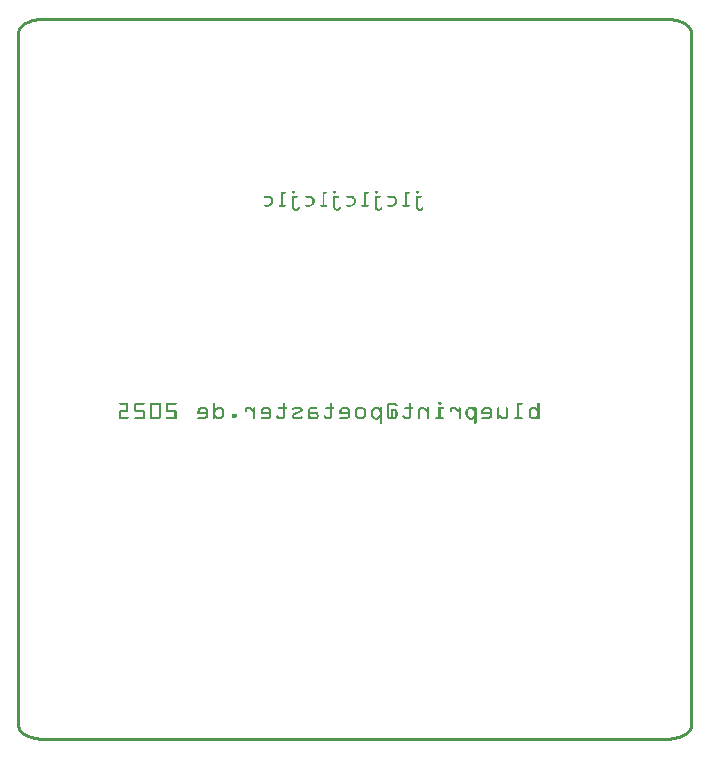
<source format=gbo>
G04 MADE WITH FRITZING*
G04 WWW.FRITZING.ORG*
G04 DOUBLE SIDED*
G04 HOLES PLATED*
G04 CONTOUR ON CENTER OF CONTOUR VECTOR*
%ASAXBY*%
%FSLAX23Y23*%
%MOIN*%
%OFA0B0*%
%SFA1.0B1.0*%
%ADD10R,0.001000X0.001000*%
%LNSILK0*%
G90*
G70*
G54D10*
X82Y2411D02*
X2173Y2411D01*
X72Y2410D02*
X2183Y2410D01*
X66Y2409D02*
X2189Y2409D01*
X60Y2408D02*
X2195Y2408D01*
X56Y2407D02*
X2199Y2407D01*
X52Y2406D02*
X2203Y2406D01*
X49Y2405D02*
X2206Y2405D01*
X46Y2404D02*
X2209Y2404D01*
X43Y2403D02*
X2212Y2403D01*
X40Y2402D02*
X2215Y2402D01*
X37Y2401D02*
X90Y2401D01*
X2165Y2401D02*
X2218Y2401D01*
X35Y2400D02*
X75Y2400D01*
X2180Y2400D02*
X2220Y2400D01*
X33Y2399D02*
X67Y2399D01*
X2188Y2399D02*
X2222Y2399D01*
X31Y2398D02*
X62Y2398D01*
X2193Y2398D02*
X2224Y2398D01*
X29Y2397D02*
X58Y2397D01*
X2197Y2397D02*
X2226Y2397D01*
X27Y2396D02*
X54Y2396D01*
X2201Y2396D02*
X2228Y2396D01*
X26Y2395D02*
X50Y2395D01*
X2205Y2395D02*
X2229Y2395D01*
X24Y2394D02*
X47Y2394D01*
X2208Y2394D02*
X2231Y2394D01*
X22Y2393D02*
X44Y2393D01*
X2211Y2393D02*
X2233Y2393D01*
X21Y2392D02*
X42Y2392D01*
X2213Y2392D02*
X2234Y2392D01*
X20Y2391D02*
X39Y2391D01*
X2216Y2391D02*
X2235Y2391D01*
X18Y2390D02*
X37Y2390D01*
X2218Y2390D02*
X2237Y2390D01*
X17Y2389D02*
X35Y2389D01*
X2220Y2389D02*
X2238Y2389D01*
X16Y2388D02*
X33Y2388D01*
X2222Y2388D02*
X2239Y2388D01*
X15Y2387D02*
X31Y2387D01*
X2224Y2387D02*
X2240Y2387D01*
X14Y2386D02*
X30Y2386D01*
X2225Y2386D02*
X2241Y2386D01*
X13Y2385D02*
X28Y2385D01*
X2227Y2385D02*
X2242Y2385D01*
X12Y2384D02*
X27Y2384D01*
X2228Y2384D02*
X2243Y2384D01*
X11Y2383D02*
X25Y2383D01*
X2230Y2383D02*
X2244Y2383D01*
X10Y2382D02*
X24Y2382D01*
X2231Y2382D02*
X2245Y2382D01*
X9Y2381D02*
X22Y2381D01*
X2233Y2381D02*
X2246Y2381D01*
X8Y2380D02*
X21Y2380D01*
X2234Y2380D02*
X2247Y2380D01*
X8Y2379D02*
X20Y2379D01*
X2235Y2379D02*
X2247Y2379D01*
X7Y2378D02*
X19Y2378D01*
X2236Y2378D02*
X2248Y2378D01*
X6Y2377D02*
X18Y2377D01*
X2237Y2377D02*
X2249Y2377D01*
X6Y2376D02*
X17Y2376D01*
X2238Y2376D02*
X2249Y2376D01*
X5Y2375D02*
X16Y2375D01*
X2239Y2375D02*
X2250Y2375D01*
X5Y2374D02*
X16Y2374D01*
X2239Y2374D02*
X2250Y2374D01*
X4Y2373D02*
X15Y2373D01*
X2240Y2373D02*
X2251Y2373D01*
X4Y2372D02*
X14Y2372D01*
X2241Y2372D02*
X2251Y2372D01*
X3Y2371D02*
X14Y2371D01*
X2241Y2371D02*
X2252Y2371D01*
X3Y2370D02*
X13Y2370D01*
X2242Y2370D02*
X2252Y2370D01*
X3Y2369D02*
X13Y2369D01*
X2242Y2369D02*
X2252Y2369D01*
X2Y2368D02*
X12Y2368D01*
X2243Y2368D02*
X2253Y2368D01*
X2Y2367D02*
X12Y2367D01*
X2243Y2367D02*
X2253Y2367D01*
X2Y2366D02*
X11Y2366D01*
X2244Y2366D02*
X2253Y2366D01*
X1Y2365D02*
X11Y2365D01*
X2244Y2365D02*
X2254Y2365D01*
X1Y2364D02*
X11Y2364D01*
X2244Y2364D02*
X2254Y2364D01*
X1Y2363D02*
X11Y2363D01*
X2244Y2363D02*
X2254Y2363D01*
X1Y2362D02*
X11Y2362D01*
X2244Y2362D02*
X2254Y2362D01*
X1Y2361D02*
X11Y2361D01*
X2244Y2361D02*
X2254Y2361D01*
X1Y2360D02*
X10Y2360D01*
X2245Y2360D02*
X2254Y2360D01*
X1Y2359D02*
X10Y2359D01*
X2245Y2359D02*
X2254Y2359D01*
X1Y2358D02*
X10Y2358D01*
X2245Y2358D02*
X2254Y2358D01*
X1Y2357D02*
X10Y2357D01*
X2245Y2357D02*
X2254Y2357D01*
X1Y2356D02*
X10Y2356D01*
X2245Y2356D02*
X2254Y2356D01*
X1Y2355D02*
X10Y2355D01*
X2245Y2355D02*
X2254Y2355D01*
X1Y2354D02*
X10Y2354D01*
X2245Y2354D02*
X2254Y2354D01*
X1Y2353D02*
X10Y2353D01*
X2245Y2353D02*
X2254Y2353D01*
X1Y2352D02*
X10Y2352D01*
X2245Y2352D02*
X2254Y2352D01*
X1Y2351D02*
X10Y2351D01*
X2245Y2351D02*
X2254Y2351D01*
X1Y2350D02*
X10Y2350D01*
X2245Y2350D02*
X2254Y2350D01*
X1Y2349D02*
X10Y2349D01*
X2245Y2349D02*
X2254Y2349D01*
X1Y2348D02*
X10Y2348D01*
X2245Y2348D02*
X2254Y2348D01*
X1Y2347D02*
X10Y2347D01*
X2245Y2347D02*
X2254Y2347D01*
X1Y2346D02*
X10Y2346D01*
X2245Y2346D02*
X2254Y2346D01*
X1Y2345D02*
X10Y2345D01*
X2245Y2345D02*
X2254Y2345D01*
X1Y2344D02*
X10Y2344D01*
X2245Y2344D02*
X2254Y2344D01*
X1Y2343D02*
X10Y2343D01*
X2245Y2343D02*
X2254Y2343D01*
X1Y2342D02*
X10Y2342D01*
X2245Y2342D02*
X2254Y2342D01*
X1Y2341D02*
X10Y2341D01*
X2245Y2341D02*
X2254Y2341D01*
X1Y2340D02*
X10Y2340D01*
X2245Y2340D02*
X2254Y2340D01*
X1Y2339D02*
X10Y2339D01*
X2245Y2339D02*
X2254Y2339D01*
X1Y2338D02*
X10Y2338D01*
X2245Y2338D02*
X2254Y2338D01*
X1Y2337D02*
X10Y2337D01*
X2245Y2337D02*
X2254Y2337D01*
X1Y2336D02*
X10Y2336D01*
X2245Y2336D02*
X2254Y2336D01*
X1Y2335D02*
X10Y2335D01*
X2245Y2335D02*
X2254Y2335D01*
X1Y2334D02*
X10Y2334D01*
X2245Y2334D02*
X2254Y2334D01*
X1Y2333D02*
X10Y2333D01*
X2245Y2333D02*
X2254Y2333D01*
X1Y2332D02*
X10Y2332D01*
X2245Y2332D02*
X2254Y2332D01*
X1Y2331D02*
X10Y2331D01*
X2245Y2331D02*
X2254Y2331D01*
X1Y2330D02*
X10Y2330D01*
X2245Y2330D02*
X2254Y2330D01*
X1Y2329D02*
X10Y2329D01*
X2245Y2329D02*
X2254Y2329D01*
X1Y2328D02*
X10Y2328D01*
X2245Y2328D02*
X2254Y2328D01*
X1Y2327D02*
X10Y2327D01*
X2245Y2327D02*
X2254Y2327D01*
X1Y2326D02*
X10Y2326D01*
X2245Y2326D02*
X2254Y2326D01*
X1Y2325D02*
X10Y2325D01*
X2245Y2325D02*
X2254Y2325D01*
X1Y2324D02*
X10Y2324D01*
X2245Y2324D02*
X2254Y2324D01*
X1Y2323D02*
X10Y2323D01*
X2245Y2323D02*
X2254Y2323D01*
X1Y2322D02*
X10Y2322D01*
X2245Y2322D02*
X2254Y2322D01*
X1Y2321D02*
X10Y2321D01*
X2245Y2321D02*
X2254Y2321D01*
X1Y2320D02*
X10Y2320D01*
X2245Y2320D02*
X2254Y2320D01*
X1Y2319D02*
X10Y2319D01*
X2245Y2319D02*
X2254Y2319D01*
X1Y2318D02*
X10Y2318D01*
X2245Y2318D02*
X2254Y2318D01*
X1Y2317D02*
X10Y2317D01*
X2245Y2317D02*
X2254Y2317D01*
X1Y2316D02*
X10Y2316D01*
X2245Y2316D02*
X2254Y2316D01*
X1Y2315D02*
X10Y2315D01*
X2245Y2315D02*
X2254Y2315D01*
X1Y2314D02*
X10Y2314D01*
X2245Y2314D02*
X2254Y2314D01*
X1Y2313D02*
X10Y2313D01*
X2245Y2313D02*
X2254Y2313D01*
X1Y2312D02*
X10Y2312D01*
X2245Y2312D02*
X2254Y2312D01*
X1Y2311D02*
X10Y2311D01*
X2245Y2311D02*
X2254Y2311D01*
X1Y2310D02*
X10Y2310D01*
X2245Y2310D02*
X2254Y2310D01*
X1Y2309D02*
X10Y2309D01*
X2245Y2309D02*
X2254Y2309D01*
X1Y2308D02*
X10Y2308D01*
X2245Y2308D02*
X2254Y2308D01*
X1Y2307D02*
X10Y2307D01*
X2245Y2307D02*
X2254Y2307D01*
X1Y2306D02*
X10Y2306D01*
X2245Y2306D02*
X2254Y2306D01*
X1Y2305D02*
X10Y2305D01*
X2245Y2305D02*
X2254Y2305D01*
X1Y2304D02*
X10Y2304D01*
X2245Y2304D02*
X2254Y2304D01*
X1Y2303D02*
X10Y2303D01*
X2245Y2303D02*
X2254Y2303D01*
X1Y2302D02*
X10Y2302D01*
X2245Y2302D02*
X2254Y2302D01*
X1Y2301D02*
X10Y2301D01*
X2245Y2301D02*
X2254Y2301D01*
X1Y2300D02*
X10Y2300D01*
X2245Y2300D02*
X2254Y2300D01*
X1Y2299D02*
X10Y2299D01*
X2245Y2299D02*
X2254Y2299D01*
X1Y2298D02*
X10Y2298D01*
X2245Y2298D02*
X2254Y2298D01*
X1Y2297D02*
X10Y2297D01*
X2245Y2297D02*
X2254Y2297D01*
X1Y2296D02*
X10Y2296D01*
X2245Y2296D02*
X2254Y2296D01*
X1Y2295D02*
X10Y2295D01*
X2245Y2295D02*
X2254Y2295D01*
X1Y2294D02*
X10Y2294D01*
X2245Y2294D02*
X2254Y2294D01*
X1Y2293D02*
X10Y2293D01*
X2245Y2293D02*
X2254Y2293D01*
X1Y2292D02*
X10Y2292D01*
X2245Y2292D02*
X2254Y2292D01*
X1Y2291D02*
X10Y2291D01*
X2245Y2291D02*
X2254Y2291D01*
X1Y2290D02*
X10Y2290D01*
X2245Y2290D02*
X2254Y2290D01*
X1Y2289D02*
X10Y2289D01*
X2245Y2289D02*
X2254Y2289D01*
X1Y2288D02*
X10Y2288D01*
X2245Y2288D02*
X2254Y2288D01*
X1Y2287D02*
X10Y2287D01*
X2245Y2287D02*
X2254Y2287D01*
X1Y2286D02*
X10Y2286D01*
X2245Y2286D02*
X2254Y2286D01*
X1Y2285D02*
X10Y2285D01*
X2245Y2285D02*
X2254Y2285D01*
X1Y2284D02*
X10Y2284D01*
X2245Y2284D02*
X2254Y2284D01*
X1Y2283D02*
X10Y2283D01*
X2245Y2283D02*
X2254Y2283D01*
X1Y2282D02*
X10Y2282D01*
X2245Y2282D02*
X2254Y2282D01*
X1Y2281D02*
X10Y2281D01*
X2245Y2281D02*
X2254Y2281D01*
X1Y2280D02*
X10Y2280D01*
X2245Y2280D02*
X2254Y2280D01*
X1Y2279D02*
X10Y2279D01*
X2245Y2279D02*
X2254Y2279D01*
X1Y2278D02*
X10Y2278D01*
X2245Y2278D02*
X2254Y2278D01*
X1Y2277D02*
X10Y2277D01*
X2245Y2277D02*
X2254Y2277D01*
X1Y2276D02*
X10Y2276D01*
X2245Y2276D02*
X2254Y2276D01*
X1Y2275D02*
X10Y2275D01*
X2245Y2275D02*
X2254Y2275D01*
X1Y2274D02*
X10Y2274D01*
X2245Y2274D02*
X2254Y2274D01*
X1Y2273D02*
X10Y2273D01*
X2245Y2273D02*
X2254Y2273D01*
X1Y2272D02*
X10Y2272D01*
X2245Y2272D02*
X2254Y2272D01*
X1Y2271D02*
X10Y2271D01*
X2245Y2271D02*
X2254Y2271D01*
X1Y2270D02*
X10Y2270D01*
X2245Y2270D02*
X2254Y2270D01*
X1Y2269D02*
X10Y2269D01*
X2245Y2269D02*
X2254Y2269D01*
X1Y2268D02*
X10Y2268D01*
X2245Y2268D02*
X2254Y2268D01*
X1Y2267D02*
X10Y2267D01*
X2245Y2267D02*
X2254Y2267D01*
X1Y2266D02*
X10Y2266D01*
X2245Y2266D02*
X2254Y2266D01*
X1Y2265D02*
X10Y2265D01*
X2245Y2265D02*
X2254Y2265D01*
X1Y2264D02*
X10Y2264D01*
X2245Y2264D02*
X2254Y2264D01*
X1Y2263D02*
X10Y2263D01*
X2245Y2263D02*
X2254Y2263D01*
X1Y2262D02*
X10Y2262D01*
X2245Y2262D02*
X2254Y2262D01*
X1Y2261D02*
X10Y2261D01*
X2245Y2261D02*
X2254Y2261D01*
X1Y2260D02*
X10Y2260D01*
X2245Y2260D02*
X2254Y2260D01*
X1Y2259D02*
X10Y2259D01*
X2245Y2259D02*
X2254Y2259D01*
X1Y2258D02*
X10Y2258D01*
X2245Y2258D02*
X2254Y2258D01*
X1Y2257D02*
X10Y2257D01*
X2245Y2257D02*
X2254Y2257D01*
X1Y2256D02*
X10Y2256D01*
X2245Y2256D02*
X2254Y2256D01*
X1Y2255D02*
X10Y2255D01*
X2245Y2255D02*
X2254Y2255D01*
X1Y2254D02*
X10Y2254D01*
X2245Y2254D02*
X2254Y2254D01*
X1Y2253D02*
X10Y2253D01*
X2245Y2253D02*
X2254Y2253D01*
X1Y2252D02*
X10Y2252D01*
X2245Y2252D02*
X2254Y2252D01*
X1Y2251D02*
X10Y2251D01*
X2245Y2251D02*
X2254Y2251D01*
X1Y2250D02*
X10Y2250D01*
X2245Y2250D02*
X2254Y2250D01*
X1Y2249D02*
X10Y2249D01*
X2245Y2249D02*
X2254Y2249D01*
X1Y2248D02*
X10Y2248D01*
X2245Y2248D02*
X2254Y2248D01*
X1Y2247D02*
X10Y2247D01*
X2245Y2247D02*
X2254Y2247D01*
X1Y2246D02*
X10Y2246D01*
X2245Y2246D02*
X2254Y2246D01*
X1Y2245D02*
X10Y2245D01*
X2245Y2245D02*
X2254Y2245D01*
X1Y2244D02*
X10Y2244D01*
X2245Y2244D02*
X2254Y2244D01*
X1Y2243D02*
X10Y2243D01*
X2245Y2243D02*
X2254Y2243D01*
X1Y2242D02*
X10Y2242D01*
X2245Y2242D02*
X2254Y2242D01*
X1Y2241D02*
X10Y2241D01*
X2245Y2241D02*
X2254Y2241D01*
X1Y2240D02*
X10Y2240D01*
X2245Y2240D02*
X2254Y2240D01*
X1Y2239D02*
X10Y2239D01*
X2245Y2239D02*
X2254Y2239D01*
X1Y2238D02*
X10Y2238D01*
X2245Y2238D02*
X2254Y2238D01*
X1Y2237D02*
X10Y2237D01*
X2245Y2237D02*
X2254Y2237D01*
X1Y2236D02*
X10Y2236D01*
X2245Y2236D02*
X2254Y2236D01*
X1Y2235D02*
X10Y2235D01*
X2245Y2235D02*
X2254Y2235D01*
X1Y2234D02*
X10Y2234D01*
X2245Y2234D02*
X2254Y2234D01*
X1Y2233D02*
X10Y2233D01*
X2245Y2233D02*
X2254Y2233D01*
X1Y2232D02*
X10Y2232D01*
X2245Y2232D02*
X2254Y2232D01*
X1Y2231D02*
X10Y2231D01*
X2245Y2231D02*
X2254Y2231D01*
X1Y2230D02*
X10Y2230D01*
X2245Y2230D02*
X2254Y2230D01*
X1Y2229D02*
X10Y2229D01*
X2245Y2229D02*
X2254Y2229D01*
X1Y2228D02*
X10Y2228D01*
X2245Y2228D02*
X2254Y2228D01*
X1Y2227D02*
X10Y2227D01*
X2245Y2227D02*
X2254Y2227D01*
X1Y2226D02*
X10Y2226D01*
X2245Y2226D02*
X2254Y2226D01*
X1Y2225D02*
X10Y2225D01*
X2245Y2225D02*
X2254Y2225D01*
X1Y2224D02*
X10Y2224D01*
X2245Y2224D02*
X2254Y2224D01*
X1Y2223D02*
X10Y2223D01*
X2245Y2223D02*
X2254Y2223D01*
X1Y2222D02*
X10Y2222D01*
X2245Y2222D02*
X2254Y2222D01*
X1Y2221D02*
X10Y2221D01*
X2245Y2221D02*
X2254Y2221D01*
X1Y2220D02*
X10Y2220D01*
X2245Y2220D02*
X2254Y2220D01*
X1Y2219D02*
X10Y2219D01*
X2245Y2219D02*
X2254Y2219D01*
X1Y2218D02*
X10Y2218D01*
X2245Y2218D02*
X2254Y2218D01*
X1Y2217D02*
X10Y2217D01*
X2245Y2217D02*
X2254Y2217D01*
X1Y2216D02*
X10Y2216D01*
X2245Y2216D02*
X2254Y2216D01*
X1Y2215D02*
X10Y2215D01*
X2245Y2215D02*
X2254Y2215D01*
X1Y2214D02*
X10Y2214D01*
X2245Y2214D02*
X2254Y2214D01*
X1Y2213D02*
X10Y2213D01*
X2245Y2213D02*
X2254Y2213D01*
X1Y2212D02*
X10Y2212D01*
X2245Y2212D02*
X2254Y2212D01*
X1Y2211D02*
X10Y2211D01*
X2245Y2211D02*
X2254Y2211D01*
X1Y2210D02*
X10Y2210D01*
X2245Y2210D02*
X2254Y2210D01*
X1Y2209D02*
X10Y2209D01*
X2245Y2209D02*
X2254Y2209D01*
X1Y2208D02*
X10Y2208D01*
X2245Y2208D02*
X2254Y2208D01*
X1Y2207D02*
X10Y2207D01*
X2245Y2207D02*
X2254Y2207D01*
X1Y2206D02*
X10Y2206D01*
X2245Y2206D02*
X2254Y2206D01*
X1Y2205D02*
X10Y2205D01*
X2245Y2205D02*
X2254Y2205D01*
X1Y2204D02*
X10Y2204D01*
X2245Y2204D02*
X2254Y2204D01*
X1Y2203D02*
X10Y2203D01*
X2245Y2203D02*
X2254Y2203D01*
X1Y2202D02*
X10Y2202D01*
X2245Y2202D02*
X2254Y2202D01*
X1Y2201D02*
X10Y2201D01*
X2245Y2201D02*
X2254Y2201D01*
X1Y2200D02*
X10Y2200D01*
X2245Y2200D02*
X2254Y2200D01*
X1Y2199D02*
X10Y2199D01*
X2245Y2199D02*
X2254Y2199D01*
X1Y2198D02*
X10Y2198D01*
X2245Y2198D02*
X2254Y2198D01*
X1Y2197D02*
X10Y2197D01*
X2245Y2197D02*
X2254Y2197D01*
X1Y2196D02*
X10Y2196D01*
X2245Y2196D02*
X2254Y2196D01*
X1Y2195D02*
X10Y2195D01*
X2245Y2195D02*
X2254Y2195D01*
X1Y2194D02*
X10Y2194D01*
X2245Y2194D02*
X2254Y2194D01*
X1Y2193D02*
X10Y2193D01*
X2245Y2193D02*
X2254Y2193D01*
X1Y2192D02*
X10Y2192D01*
X2245Y2192D02*
X2254Y2192D01*
X1Y2191D02*
X10Y2191D01*
X2245Y2191D02*
X2254Y2191D01*
X1Y2190D02*
X10Y2190D01*
X2245Y2190D02*
X2254Y2190D01*
X1Y2189D02*
X10Y2189D01*
X2245Y2189D02*
X2254Y2189D01*
X1Y2188D02*
X10Y2188D01*
X2245Y2188D02*
X2254Y2188D01*
X1Y2187D02*
X10Y2187D01*
X2245Y2187D02*
X2254Y2187D01*
X1Y2186D02*
X10Y2186D01*
X2245Y2186D02*
X2254Y2186D01*
X1Y2185D02*
X10Y2185D01*
X2245Y2185D02*
X2254Y2185D01*
X1Y2184D02*
X10Y2184D01*
X2245Y2184D02*
X2254Y2184D01*
X1Y2183D02*
X10Y2183D01*
X2245Y2183D02*
X2254Y2183D01*
X1Y2182D02*
X10Y2182D01*
X2245Y2182D02*
X2254Y2182D01*
X1Y2181D02*
X10Y2181D01*
X2245Y2181D02*
X2254Y2181D01*
X1Y2180D02*
X10Y2180D01*
X2245Y2180D02*
X2254Y2180D01*
X1Y2179D02*
X10Y2179D01*
X2245Y2179D02*
X2254Y2179D01*
X1Y2178D02*
X10Y2178D01*
X2245Y2178D02*
X2254Y2178D01*
X1Y2177D02*
X10Y2177D01*
X2245Y2177D02*
X2254Y2177D01*
X1Y2176D02*
X10Y2176D01*
X2245Y2176D02*
X2254Y2176D01*
X1Y2175D02*
X10Y2175D01*
X2245Y2175D02*
X2254Y2175D01*
X1Y2174D02*
X10Y2174D01*
X2245Y2174D02*
X2254Y2174D01*
X1Y2173D02*
X10Y2173D01*
X2245Y2173D02*
X2254Y2173D01*
X1Y2172D02*
X10Y2172D01*
X2245Y2172D02*
X2254Y2172D01*
X1Y2171D02*
X10Y2171D01*
X2245Y2171D02*
X2254Y2171D01*
X1Y2170D02*
X10Y2170D01*
X2245Y2170D02*
X2254Y2170D01*
X1Y2169D02*
X10Y2169D01*
X2245Y2169D02*
X2254Y2169D01*
X1Y2168D02*
X10Y2168D01*
X2245Y2168D02*
X2254Y2168D01*
X1Y2167D02*
X10Y2167D01*
X2245Y2167D02*
X2254Y2167D01*
X1Y2166D02*
X10Y2166D01*
X2245Y2166D02*
X2254Y2166D01*
X1Y2165D02*
X10Y2165D01*
X2245Y2165D02*
X2254Y2165D01*
X1Y2164D02*
X10Y2164D01*
X2245Y2164D02*
X2254Y2164D01*
X1Y2163D02*
X10Y2163D01*
X2245Y2163D02*
X2254Y2163D01*
X1Y2162D02*
X10Y2162D01*
X2245Y2162D02*
X2254Y2162D01*
X1Y2161D02*
X10Y2161D01*
X2245Y2161D02*
X2254Y2161D01*
X1Y2160D02*
X10Y2160D01*
X2245Y2160D02*
X2254Y2160D01*
X1Y2159D02*
X10Y2159D01*
X2245Y2159D02*
X2254Y2159D01*
X1Y2158D02*
X10Y2158D01*
X2245Y2158D02*
X2254Y2158D01*
X1Y2157D02*
X10Y2157D01*
X2245Y2157D02*
X2254Y2157D01*
X1Y2156D02*
X10Y2156D01*
X2245Y2156D02*
X2254Y2156D01*
X1Y2155D02*
X10Y2155D01*
X2245Y2155D02*
X2254Y2155D01*
X1Y2154D02*
X10Y2154D01*
X2245Y2154D02*
X2254Y2154D01*
X1Y2153D02*
X10Y2153D01*
X2245Y2153D02*
X2254Y2153D01*
X1Y2152D02*
X10Y2152D01*
X2245Y2152D02*
X2254Y2152D01*
X1Y2151D02*
X10Y2151D01*
X2245Y2151D02*
X2254Y2151D01*
X1Y2150D02*
X10Y2150D01*
X2245Y2150D02*
X2254Y2150D01*
X1Y2149D02*
X10Y2149D01*
X2245Y2149D02*
X2254Y2149D01*
X1Y2148D02*
X10Y2148D01*
X2245Y2148D02*
X2254Y2148D01*
X1Y2147D02*
X10Y2147D01*
X2245Y2147D02*
X2254Y2147D01*
X1Y2146D02*
X10Y2146D01*
X2245Y2146D02*
X2254Y2146D01*
X1Y2145D02*
X10Y2145D01*
X2245Y2145D02*
X2254Y2145D01*
X1Y2144D02*
X10Y2144D01*
X2245Y2144D02*
X2254Y2144D01*
X1Y2143D02*
X10Y2143D01*
X2245Y2143D02*
X2254Y2143D01*
X1Y2142D02*
X10Y2142D01*
X2245Y2142D02*
X2254Y2142D01*
X1Y2141D02*
X10Y2141D01*
X2245Y2141D02*
X2254Y2141D01*
X1Y2140D02*
X10Y2140D01*
X2245Y2140D02*
X2254Y2140D01*
X1Y2139D02*
X10Y2139D01*
X2245Y2139D02*
X2254Y2139D01*
X1Y2138D02*
X10Y2138D01*
X2245Y2138D02*
X2254Y2138D01*
X1Y2137D02*
X10Y2137D01*
X2245Y2137D02*
X2254Y2137D01*
X1Y2136D02*
X10Y2136D01*
X2245Y2136D02*
X2254Y2136D01*
X1Y2135D02*
X10Y2135D01*
X2245Y2135D02*
X2254Y2135D01*
X1Y2134D02*
X10Y2134D01*
X2245Y2134D02*
X2254Y2134D01*
X1Y2133D02*
X10Y2133D01*
X2245Y2133D02*
X2254Y2133D01*
X1Y2132D02*
X10Y2132D01*
X2245Y2132D02*
X2254Y2132D01*
X1Y2131D02*
X10Y2131D01*
X2245Y2131D02*
X2254Y2131D01*
X1Y2130D02*
X10Y2130D01*
X2245Y2130D02*
X2254Y2130D01*
X1Y2129D02*
X10Y2129D01*
X2245Y2129D02*
X2254Y2129D01*
X1Y2128D02*
X10Y2128D01*
X2245Y2128D02*
X2254Y2128D01*
X1Y2127D02*
X10Y2127D01*
X2245Y2127D02*
X2254Y2127D01*
X1Y2126D02*
X10Y2126D01*
X2245Y2126D02*
X2254Y2126D01*
X1Y2125D02*
X10Y2125D01*
X2245Y2125D02*
X2254Y2125D01*
X1Y2124D02*
X10Y2124D01*
X2245Y2124D02*
X2254Y2124D01*
X1Y2123D02*
X10Y2123D01*
X2245Y2123D02*
X2254Y2123D01*
X1Y2122D02*
X10Y2122D01*
X2245Y2122D02*
X2254Y2122D01*
X1Y2121D02*
X10Y2121D01*
X2245Y2121D02*
X2254Y2121D01*
X1Y2120D02*
X10Y2120D01*
X2245Y2120D02*
X2254Y2120D01*
X1Y2119D02*
X10Y2119D01*
X2245Y2119D02*
X2254Y2119D01*
X1Y2118D02*
X10Y2118D01*
X2245Y2118D02*
X2254Y2118D01*
X1Y2117D02*
X10Y2117D01*
X2245Y2117D02*
X2254Y2117D01*
X1Y2116D02*
X10Y2116D01*
X2245Y2116D02*
X2254Y2116D01*
X1Y2115D02*
X10Y2115D01*
X2245Y2115D02*
X2254Y2115D01*
X1Y2114D02*
X10Y2114D01*
X2245Y2114D02*
X2254Y2114D01*
X1Y2113D02*
X10Y2113D01*
X2245Y2113D02*
X2254Y2113D01*
X1Y2112D02*
X10Y2112D01*
X2245Y2112D02*
X2254Y2112D01*
X1Y2111D02*
X10Y2111D01*
X2245Y2111D02*
X2254Y2111D01*
X1Y2110D02*
X10Y2110D01*
X2245Y2110D02*
X2254Y2110D01*
X1Y2109D02*
X10Y2109D01*
X2245Y2109D02*
X2254Y2109D01*
X1Y2108D02*
X10Y2108D01*
X2245Y2108D02*
X2254Y2108D01*
X1Y2107D02*
X10Y2107D01*
X2245Y2107D02*
X2254Y2107D01*
X1Y2106D02*
X10Y2106D01*
X2245Y2106D02*
X2254Y2106D01*
X1Y2105D02*
X10Y2105D01*
X2245Y2105D02*
X2254Y2105D01*
X1Y2104D02*
X10Y2104D01*
X2245Y2104D02*
X2254Y2104D01*
X1Y2103D02*
X10Y2103D01*
X2245Y2103D02*
X2254Y2103D01*
X1Y2102D02*
X10Y2102D01*
X2245Y2102D02*
X2254Y2102D01*
X1Y2101D02*
X10Y2101D01*
X2245Y2101D02*
X2254Y2101D01*
X1Y2100D02*
X10Y2100D01*
X2245Y2100D02*
X2254Y2100D01*
X1Y2099D02*
X10Y2099D01*
X2245Y2099D02*
X2254Y2099D01*
X1Y2098D02*
X10Y2098D01*
X2245Y2098D02*
X2254Y2098D01*
X1Y2097D02*
X10Y2097D01*
X2245Y2097D02*
X2254Y2097D01*
X1Y2096D02*
X10Y2096D01*
X2245Y2096D02*
X2254Y2096D01*
X1Y2095D02*
X10Y2095D01*
X2245Y2095D02*
X2254Y2095D01*
X1Y2094D02*
X10Y2094D01*
X2245Y2094D02*
X2254Y2094D01*
X1Y2093D02*
X10Y2093D01*
X2245Y2093D02*
X2254Y2093D01*
X1Y2092D02*
X10Y2092D01*
X2245Y2092D02*
X2254Y2092D01*
X1Y2091D02*
X10Y2091D01*
X2245Y2091D02*
X2254Y2091D01*
X1Y2090D02*
X10Y2090D01*
X2245Y2090D02*
X2254Y2090D01*
X1Y2089D02*
X10Y2089D01*
X2245Y2089D02*
X2254Y2089D01*
X1Y2088D02*
X10Y2088D01*
X2245Y2088D02*
X2254Y2088D01*
X1Y2087D02*
X10Y2087D01*
X2245Y2087D02*
X2254Y2087D01*
X1Y2086D02*
X10Y2086D01*
X2245Y2086D02*
X2254Y2086D01*
X1Y2085D02*
X10Y2085D01*
X2245Y2085D02*
X2254Y2085D01*
X1Y2084D02*
X10Y2084D01*
X2245Y2084D02*
X2254Y2084D01*
X1Y2083D02*
X10Y2083D01*
X2245Y2083D02*
X2254Y2083D01*
X1Y2082D02*
X10Y2082D01*
X2245Y2082D02*
X2254Y2082D01*
X1Y2081D02*
X10Y2081D01*
X2245Y2081D02*
X2254Y2081D01*
X1Y2080D02*
X10Y2080D01*
X2245Y2080D02*
X2254Y2080D01*
X1Y2079D02*
X10Y2079D01*
X2245Y2079D02*
X2254Y2079D01*
X1Y2078D02*
X10Y2078D01*
X2245Y2078D02*
X2254Y2078D01*
X1Y2077D02*
X10Y2077D01*
X2245Y2077D02*
X2254Y2077D01*
X1Y2076D02*
X10Y2076D01*
X2245Y2076D02*
X2254Y2076D01*
X1Y2075D02*
X10Y2075D01*
X2245Y2075D02*
X2254Y2075D01*
X1Y2074D02*
X10Y2074D01*
X2245Y2074D02*
X2254Y2074D01*
X1Y2073D02*
X10Y2073D01*
X2245Y2073D02*
X2254Y2073D01*
X1Y2072D02*
X10Y2072D01*
X2245Y2072D02*
X2254Y2072D01*
X1Y2071D02*
X10Y2071D01*
X2245Y2071D02*
X2254Y2071D01*
X1Y2070D02*
X10Y2070D01*
X2245Y2070D02*
X2254Y2070D01*
X1Y2069D02*
X10Y2069D01*
X2245Y2069D02*
X2254Y2069D01*
X1Y2068D02*
X10Y2068D01*
X2245Y2068D02*
X2254Y2068D01*
X1Y2067D02*
X10Y2067D01*
X2245Y2067D02*
X2254Y2067D01*
X1Y2066D02*
X10Y2066D01*
X2245Y2066D02*
X2254Y2066D01*
X1Y2065D02*
X10Y2065D01*
X2245Y2065D02*
X2254Y2065D01*
X1Y2064D02*
X10Y2064D01*
X2245Y2064D02*
X2254Y2064D01*
X1Y2063D02*
X10Y2063D01*
X2245Y2063D02*
X2254Y2063D01*
X1Y2062D02*
X10Y2062D01*
X2245Y2062D02*
X2254Y2062D01*
X1Y2061D02*
X10Y2061D01*
X2245Y2061D02*
X2254Y2061D01*
X1Y2060D02*
X10Y2060D01*
X2245Y2060D02*
X2254Y2060D01*
X1Y2059D02*
X10Y2059D01*
X2245Y2059D02*
X2254Y2059D01*
X1Y2058D02*
X10Y2058D01*
X2245Y2058D02*
X2254Y2058D01*
X1Y2057D02*
X10Y2057D01*
X2245Y2057D02*
X2254Y2057D01*
X1Y2056D02*
X10Y2056D01*
X2245Y2056D02*
X2254Y2056D01*
X1Y2055D02*
X10Y2055D01*
X2245Y2055D02*
X2254Y2055D01*
X1Y2054D02*
X10Y2054D01*
X2245Y2054D02*
X2254Y2054D01*
X1Y2053D02*
X10Y2053D01*
X2245Y2053D02*
X2254Y2053D01*
X1Y2052D02*
X10Y2052D01*
X2245Y2052D02*
X2254Y2052D01*
X1Y2051D02*
X10Y2051D01*
X2245Y2051D02*
X2254Y2051D01*
X1Y2050D02*
X10Y2050D01*
X2245Y2050D02*
X2254Y2050D01*
X1Y2049D02*
X10Y2049D01*
X2245Y2049D02*
X2254Y2049D01*
X1Y2048D02*
X10Y2048D01*
X2245Y2048D02*
X2254Y2048D01*
X1Y2047D02*
X10Y2047D01*
X2245Y2047D02*
X2254Y2047D01*
X1Y2046D02*
X10Y2046D01*
X2245Y2046D02*
X2254Y2046D01*
X1Y2045D02*
X10Y2045D01*
X2245Y2045D02*
X2254Y2045D01*
X1Y2044D02*
X10Y2044D01*
X2245Y2044D02*
X2254Y2044D01*
X1Y2043D02*
X10Y2043D01*
X2245Y2043D02*
X2254Y2043D01*
X1Y2042D02*
X10Y2042D01*
X2245Y2042D02*
X2254Y2042D01*
X1Y2041D02*
X10Y2041D01*
X2245Y2041D02*
X2254Y2041D01*
X1Y2040D02*
X10Y2040D01*
X2245Y2040D02*
X2254Y2040D01*
X1Y2039D02*
X10Y2039D01*
X2245Y2039D02*
X2254Y2039D01*
X1Y2038D02*
X10Y2038D01*
X2245Y2038D02*
X2254Y2038D01*
X1Y2037D02*
X10Y2037D01*
X2245Y2037D02*
X2254Y2037D01*
X1Y2036D02*
X10Y2036D01*
X2245Y2036D02*
X2254Y2036D01*
X1Y2035D02*
X10Y2035D01*
X2245Y2035D02*
X2254Y2035D01*
X1Y2034D02*
X10Y2034D01*
X2245Y2034D02*
X2254Y2034D01*
X1Y2033D02*
X10Y2033D01*
X2245Y2033D02*
X2254Y2033D01*
X1Y2032D02*
X10Y2032D01*
X2245Y2032D02*
X2254Y2032D01*
X1Y2031D02*
X10Y2031D01*
X2245Y2031D02*
X2254Y2031D01*
X1Y2030D02*
X10Y2030D01*
X2245Y2030D02*
X2254Y2030D01*
X1Y2029D02*
X10Y2029D01*
X2245Y2029D02*
X2254Y2029D01*
X1Y2028D02*
X10Y2028D01*
X2245Y2028D02*
X2254Y2028D01*
X1Y2027D02*
X10Y2027D01*
X2245Y2027D02*
X2254Y2027D01*
X1Y2026D02*
X10Y2026D01*
X2245Y2026D02*
X2254Y2026D01*
X1Y2025D02*
X10Y2025D01*
X2245Y2025D02*
X2254Y2025D01*
X1Y2024D02*
X10Y2024D01*
X2245Y2024D02*
X2254Y2024D01*
X1Y2023D02*
X10Y2023D01*
X2245Y2023D02*
X2254Y2023D01*
X1Y2022D02*
X10Y2022D01*
X2245Y2022D02*
X2254Y2022D01*
X1Y2021D02*
X10Y2021D01*
X2245Y2021D02*
X2254Y2021D01*
X1Y2020D02*
X10Y2020D01*
X2245Y2020D02*
X2254Y2020D01*
X1Y2019D02*
X10Y2019D01*
X2245Y2019D02*
X2254Y2019D01*
X1Y2018D02*
X10Y2018D01*
X2245Y2018D02*
X2254Y2018D01*
X1Y2017D02*
X10Y2017D01*
X2245Y2017D02*
X2254Y2017D01*
X1Y2016D02*
X10Y2016D01*
X2245Y2016D02*
X2254Y2016D01*
X1Y2015D02*
X10Y2015D01*
X2245Y2015D02*
X2254Y2015D01*
X1Y2014D02*
X10Y2014D01*
X2245Y2014D02*
X2254Y2014D01*
X1Y2013D02*
X10Y2013D01*
X2245Y2013D02*
X2254Y2013D01*
X1Y2012D02*
X10Y2012D01*
X2245Y2012D02*
X2254Y2012D01*
X1Y2011D02*
X10Y2011D01*
X2245Y2011D02*
X2254Y2011D01*
X1Y2010D02*
X10Y2010D01*
X2245Y2010D02*
X2254Y2010D01*
X1Y2009D02*
X10Y2009D01*
X2245Y2009D02*
X2254Y2009D01*
X1Y2008D02*
X10Y2008D01*
X2245Y2008D02*
X2254Y2008D01*
X1Y2007D02*
X10Y2007D01*
X2245Y2007D02*
X2254Y2007D01*
X1Y2006D02*
X10Y2006D01*
X2245Y2006D02*
X2254Y2006D01*
X1Y2005D02*
X10Y2005D01*
X2245Y2005D02*
X2254Y2005D01*
X1Y2004D02*
X10Y2004D01*
X2245Y2004D02*
X2254Y2004D01*
X1Y2003D02*
X10Y2003D01*
X2245Y2003D02*
X2254Y2003D01*
X1Y2002D02*
X10Y2002D01*
X2245Y2002D02*
X2254Y2002D01*
X1Y2001D02*
X10Y2001D01*
X2245Y2001D02*
X2254Y2001D01*
X1Y2000D02*
X10Y2000D01*
X2245Y2000D02*
X2254Y2000D01*
X1Y1999D02*
X10Y1999D01*
X2245Y1999D02*
X2254Y1999D01*
X1Y1998D02*
X10Y1998D01*
X2245Y1998D02*
X2254Y1998D01*
X1Y1997D02*
X10Y1997D01*
X2245Y1997D02*
X2254Y1997D01*
X1Y1996D02*
X10Y1996D01*
X2245Y1996D02*
X2254Y1996D01*
X1Y1995D02*
X10Y1995D01*
X2245Y1995D02*
X2254Y1995D01*
X1Y1994D02*
X10Y1994D01*
X2245Y1994D02*
X2254Y1994D01*
X1Y1993D02*
X10Y1993D01*
X2245Y1993D02*
X2254Y1993D01*
X1Y1992D02*
X10Y1992D01*
X2245Y1992D02*
X2254Y1992D01*
X1Y1991D02*
X10Y1991D01*
X2245Y1991D02*
X2254Y1991D01*
X1Y1990D02*
X10Y1990D01*
X2245Y1990D02*
X2254Y1990D01*
X1Y1989D02*
X10Y1989D01*
X2245Y1989D02*
X2254Y1989D01*
X1Y1988D02*
X10Y1988D01*
X2245Y1988D02*
X2254Y1988D01*
X1Y1987D02*
X10Y1987D01*
X2245Y1987D02*
X2254Y1987D01*
X1Y1986D02*
X10Y1986D01*
X2245Y1986D02*
X2254Y1986D01*
X1Y1985D02*
X10Y1985D01*
X2245Y1985D02*
X2254Y1985D01*
X1Y1984D02*
X10Y1984D01*
X2245Y1984D02*
X2254Y1984D01*
X1Y1983D02*
X10Y1983D01*
X2245Y1983D02*
X2254Y1983D01*
X1Y1982D02*
X10Y1982D01*
X2245Y1982D02*
X2254Y1982D01*
X1Y1981D02*
X10Y1981D01*
X2245Y1981D02*
X2254Y1981D01*
X1Y1980D02*
X10Y1980D01*
X2245Y1980D02*
X2254Y1980D01*
X1Y1979D02*
X10Y1979D01*
X2245Y1979D02*
X2254Y1979D01*
X1Y1978D02*
X10Y1978D01*
X2245Y1978D02*
X2254Y1978D01*
X1Y1977D02*
X10Y1977D01*
X2245Y1977D02*
X2254Y1977D01*
X1Y1976D02*
X10Y1976D01*
X2245Y1976D02*
X2254Y1976D01*
X1Y1975D02*
X10Y1975D01*
X2245Y1975D02*
X2254Y1975D01*
X1Y1974D02*
X10Y1974D01*
X2245Y1974D02*
X2254Y1974D01*
X1Y1973D02*
X10Y1973D01*
X2245Y1973D02*
X2254Y1973D01*
X1Y1972D02*
X10Y1972D01*
X2245Y1972D02*
X2254Y1972D01*
X1Y1971D02*
X10Y1971D01*
X2245Y1971D02*
X2254Y1971D01*
X1Y1970D02*
X10Y1970D01*
X2245Y1970D02*
X2254Y1970D01*
X1Y1969D02*
X10Y1969D01*
X2245Y1969D02*
X2254Y1969D01*
X1Y1968D02*
X10Y1968D01*
X2245Y1968D02*
X2254Y1968D01*
X1Y1967D02*
X10Y1967D01*
X2245Y1967D02*
X2254Y1967D01*
X1Y1966D02*
X10Y1966D01*
X2245Y1966D02*
X2254Y1966D01*
X1Y1965D02*
X10Y1965D01*
X2245Y1965D02*
X2254Y1965D01*
X1Y1964D02*
X10Y1964D01*
X2245Y1964D02*
X2254Y1964D01*
X1Y1963D02*
X10Y1963D01*
X2245Y1963D02*
X2254Y1963D01*
X1Y1962D02*
X10Y1962D01*
X2245Y1962D02*
X2254Y1962D01*
X1Y1961D02*
X10Y1961D01*
X2245Y1961D02*
X2254Y1961D01*
X1Y1960D02*
X10Y1960D01*
X2245Y1960D02*
X2254Y1960D01*
X1Y1959D02*
X10Y1959D01*
X2245Y1959D02*
X2254Y1959D01*
X1Y1958D02*
X10Y1958D01*
X2245Y1958D02*
X2254Y1958D01*
X1Y1957D02*
X10Y1957D01*
X2245Y1957D02*
X2254Y1957D01*
X1Y1956D02*
X10Y1956D01*
X2245Y1956D02*
X2254Y1956D01*
X1Y1955D02*
X10Y1955D01*
X2245Y1955D02*
X2254Y1955D01*
X1Y1954D02*
X10Y1954D01*
X2245Y1954D02*
X2254Y1954D01*
X1Y1953D02*
X10Y1953D01*
X2245Y1953D02*
X2254Y1953D01*
X1Y1952D02*
X10Y1952D01*
X2245Y1952D02*
X2254Y1952D01*
X1Y1951D02*
X10Y1951D01*
X2245Y1951D02*
X2254Y1951D01*
X1Y1950D02*
X10Y1950D01*
X2245Y1950D02*
X2254Y1950D01*
X1Y1949D02*
X10Y1949D01*
X2245Y1949D02*
X2254Y1949D01*
X1Y1948D02*
X10Y1948D01*
X2245Y1948D02*
X2254Y1948D01*
X1Y1947D02*
X10Y1947D01*
X2245Y1947D02*
X2254Y1947D01*
X1Y1946D02*
X10Y1946D01*
X2245Y1946D02*
X2254Y1946D01*
X1Y1945D02*
X10Y1945D01*
X2245Y1945D02*
X2254Y1945D01*
X1Y1944D02*
X10Y1944D01*
X2245Y1944D02*
X2254Y1944D01*
X1Y1943D02*
X10Y1943D01*
X2245Y1943D02*
X2254Y1943D01*
X1Y1942D02*
X10Y1942D01*
X2245Y1942D02*
X2254Y1942D01*
X1Y1941D02*
X10Y1941D01*
X2245Y1941D02*
X2254Y1941D01*
X1Y1940D02*
X10Y1940D01*
X2245Y1940D02*
X2254Y1940D01*
X1Y1939D02*
X10Y1939D01*
X2245Y1939D02*
X2254Y1939D01*
X1Y1938D02*
X10Y1938D01*
X2245Y1938D02*
X2254Y1938D01*
X1Y1937D02*
X10Y1937D01*
X2245Y1937D02*
X2254Y1937D01*
X1Y1936D02*
X10Y1936D01*
X2245Y1936D02*
X2254Y1936D01*
X1Y1935D02*
X10Y1935D01*
X2245Y1935D02*
X2254Y1935D01*
X1Y1934D02*
X10Y1934D01*
X2245Y1934D02*
X2254Y1934D01*
X1Y1933D02*
X10Y1933D01*
X2245Y1933D02*
X2254Y1933D01*
X1Y1932D02*
X10Y1932D01*
X2245Y1932D02*
X2254Y1932D01*
X1Y1931D02*
X10Y1931D01*
X2245Y1931D02*
X2254Y1931D01*
X1Y1930D02*
X10Y1930D01*
X2245Y1930D02*
X2254Y1930D01*
X1Y1929D02*
X10Y1929D01*
X2245Y1929D02*
X2254Y1929D01*
X1Y1928D02*
X10Y1928D01*
X2245Y1928D02*
X2254Y1928D01*
X1Y1927D02*
X10Y1927D01*
X2245Y1927D02*
X2254Y1927D01*
X1Y1926D02*
X10Y1926D01*
X2245Y1926D02*
X2254Y1926D01*
X1Y1925D02*
X10Y1925D01*
X2245Y1925D02*
X2254Y1925D01*
X1Y1924D02*
X10Y1924D01*
X2245Y1924D02*
X2254Y1924D01*
X1Y1923D02*
X10Y1923D01*
X2245Y1923D02*
X2254Y1923D01*
X1Y1922D02*
X10Y1922D01*
X2245Y1922D02*
X2254Y1922D01*
X1Y1921D02*
X10Y1921D01*
X2245Y1921D02*
X2254Y1921D01*
X1Y1920D02*
X10Y1920D01*
X2245Y1920D02*
X2254Y1920D01*
X1Y1919D02*
X10Y1919D01*
X2245Y1919D02*
X2254Y1919D01*
X1Y1918D02*
X10Y1918D01*
X2245Y1918D02*
X2254Y1918D01*
X1Y1917D02*
X10Y1917D01*
X2245Y1917D02*
X2254Y1917D01*
X1Y1916D02*
X10Y1916D01*
X2245Y1916D02*
X2254Y1916D01*
X1Y1915D02*
X10Y1915D01*
X2245Y1915D02*
X2254Y1915D01*
X1Y1914D02*
X10Y1914D01*
X2245Y1914D02*
X2254Y1914D01*
X1Y1913D02*
X10Y1913D01*
X2245Y1913D02*
X2254Y1913D01*
X1Y1912D02*
X10Y1912D01*
X2245Y1912D02*
X2254Y1912D01*
X1Y1911D02*
X10Y1911D01*
X2245Y1911D02*
X2254Y1911D01*
X1Y1910D02*
X10Y1910D01*
X2245Y1910D02*
X2254Y1910D01*
X1Y1909D02*
X10Y1909D01*
X2245Y1909D02*
X2254Y1909D01*
X1Y1908D02*
X10Y1908D01*
X2245Y1908D02*
X2254Y1908D01*
X1Y1907D02*
X10Y1907D01*
X2245Y1907D02*
X2254Y1907D01*
X1Y1906D02*
X10Y1906D01*
X2245Y1906D02*
X2254Y1906D01*
X1Y1905D02*
X10Y1905D01*
X2245Y1905D02*
X2254Y1905D01*
X1Y1904D02*
X10Y1904D01*
X2245Y1904D02*
X2254Y1904D01*
X1Y1903D02*
X10Y1903D01*
X2245Y1903D02*
X2254Y1903D01*
X1Y1902D02*
X10Y1902D01*
X2245Y1902D02*
X2254Y1902D01*
X1Y1901D02*
X10Y1901D01*
X2245Y1901D02*
X2254Y1901D01*
X1Y1900D02*
X10Y1900D01*
X2245Y1900D02*
X2254Y1900D01*
X1Y1899D02*
X10Y1899D01*
X2245Y1899D02*
X2254Y1899D01*
X1Y1898D02*
X10Y1898D01*
X2245Y1898D02*
X2254Y1898D01*
X1Y1897D02*
X10Y1897D01*
X2245Y1897D02*
X2254Y1897D01*
X1Y1896D02*
X10Y1896D01*
X2245Y1896D02*
X2254Y1896D01*
X1Y1895D02*
X10Y1895D01*
X2245Y1895D02*
X2254Y1895D01*
X1Y1894D02*
X10Y1894D01*
X2245Y1894D02*
X2254Y1894D01*
X1Y1893D02*
X10Y1893D01*
X2245Y1893D02*
X2254Y1893D01*
X1Y1892D02*
X10Y1892D01*
X2245Y1892D02*
X2254Y1892D01*
X1Y1891D02*
X10Y1891D01*
X2245Y1891D02*
X2254Y1891D01*
X1Y1890D02*
X10Y1890D01*
X2245Y1890D02*
X2254Y1890D01*
X1Y1889D02*
X10Y1889D01*
X2245Y1889D02*
X2254Y1889D01*
X1Y1888D02*
X10Y1888D01*
X2245Y1888D02*
X2254Y1888D01*
X1Y1887D02*
X10Y1887D01*
X2245Y1887D02*
X2254Y1887D01*
X1Y1886D02*
X10Y1886D01*
X2245Y1886D02*
X2254Y1886D01*
X1Y1885D02*
X10Y1885D01*
X2245Y1885D02*
X2254Y1885D01*
X1Y1884D02*
X10Y1884D01*
X2245Y1884D02*
X2254Y1884D01*
X1Y1883D02*
X10Y1883D01*
X2245Y1883D02*
X2254Y1883D01*
X1Y1882D02*
X10Y1882D01*
X2245Y1882D02*
X2254Y1882D01*
X1Y1881D02*
X10Y1881D01*
X2245Y1881D02*
X2254Y1881D01*
X1Y1880D02*
X10Y1880D01*
X2245Y1880D02*
X2254Y1880D01*
X1Y1879D02*
X10Y1879D01*
X2245Y1879D02*
X2254Y1879D01*
X1Y1878D02*
X10Y1878D01*
X2245Y1878D02*
X2254Y1878D01*
X1Y1877D02*
X10Y1877D01*
X2245Y1877D02*
X2254Y1877D01*
X1Y1876D02*
X10Y1876D01*
X2245Y1876D02*
X2254Y1876D01*
X1Y1875D02*
X10Y1875D01*
X2245Y1875D02*
X2254Y1875D01*
X1Y1874D02*
X10Y1874D01*
X2245Y1874D02*
X2254Y1874D01*
X1Y1873D02*
X10Y1873D01*
X2245Y1873D02*
X2254Y1873D01*
X1Y1872D02*
X10Y1872D01*
X2245Y1872D02*
X2254Y1872D01*
X1Y1871D02*
X10Y1871D01*
X2245Y1871D02*
X2254Y1871D01*
X1Y1870D02*
X10Y1870D01*
X2245Y1870D02*
X2254Y1870D01*
X1Y1869D02*
X10Y1869D01*
X2245Y1869D02*
X2254Y1869D01*
X1Y1868D02*
X10Y1868D01*
X2245Y1868D02*
X2254Y1868D01*
X1Y1867D02*
X10Y1867D01*
X2245Y1867D02*
X2254Y1867D01*
X1Y1866D02*
X10Y1866D01*
X2245Y1866D02*
X2254Y1866D01*
X1Y1865D02*
X10Y1865D01*
X2245Y1865D02*
X2254Y1865D01*
X1Y1864D02*
X10Y1864D01*
X2245Y1864D02*
X2254Y1864D01*
X1Y1863D02*
X10Y1863D01*
X2245Y1863D02*
X2254Y1863D01*
X1Y1862D02*
X10Y1862D01*
X2245Y1862D02*
X2254Y1862D01*
X1Y1861D02*
X10Y1861D01*
X2245Y1861D02*
X2254Y1861D01*
X1Y1860D02*
X10Y1860D01*
X2245Y1860D02*
X2254Y1860D01*
X1Y1859D02*
X10Y1859D01*
X2245Y1859D02*
X2254Y1859D01*
X1Y1858D02*
X10Y1858D01*
X2245Y1858D02*
X2254Y1858D01*
X1Y1857D02*
X10Y1857D01*
X2245Y1857D02*
X2254Y1857D01*
X1Y1856D02*
X10Y1856D01*
X2245Y1856D02*
X2254Y1856D01*
X1Y1855D02*
X10Y1855D01*
X2245Y1855D02*
X2254Y1855D01*
X1Y1854D02*
X10Y1854D01*
X2245Y1854D02*
X2254Y1854D01*
X1Y1853D02*
X10Y1853D01*
X2245Y1853D02*
X2254Y1853D01*
X1Y1852D02*
X10Y1852D01*
X2245Y1852D02*
X2254Y1852D01*
X1Y1851D02*
X10Y1851D01*
X2245Y1851D02*
X2254Y1851D01*
X1Y1850D02*
X10Y1850D01*
X2245Y1850D02*
X2254Y1850D01*
X1Y1849D02*
X10Y1849D01*
X2245Y1849D02*
X2254Y1849D01*
X1Y1848D02*
X10Y1848D01*
X2245Y1848D02*
X2254Y1848D01*
X1Y1847D02*
X10Y1847D01*
X2245Y1847D02*
X2254Y1847D01*
X1Y1846D02*
X10Y1846D01*
X2245Y1846D02*
X2254Y1846D01*
X1Y1845D02*
X10Y1845D01*
X2245Y1845D02*
X2254Y1845D01*
X1Y1844D02*
X10Y1844D01*
X2245Y1844D02*
X2254Y1844D01*
X1Y1843D02*
X10Y1843D01*
X2245Y1843D02*
X2254Y1843D01*
X1Y1842D02*
X10Y1842D01*
X2245Y1842D02*
X2254Y1842D01*
X1Y1841D02*
X10Y1841D01*
X2245Y1841D02*
X2254Y1841D01*
X1Y1840D02*
X10Y1840D01*
X2245Y1840D02*
X2254Y1840D01*
X1Y1839D02*
X10Y1839D01*
X2245Y1839D02*
X2254Y1839D01*
X1Y1838D02*
X10Y1838D01*
X2245Y1838D02*
X2254Y1838D01*
X1Y1837D02*
X10Y1837D01*
X2245Y1837D02*
X2254Y1837D01*
X1Y1836D02*
X10Y1836D01*
X2245Y1836D02*
X2254Y1836D01*
X1Y1835D02*
X10Y1835D01*
X2245Y1835D02*
X2254Y1835D01*
X1Y1834D02*
X10Y1834D01*
X922Y1834D02*
X924Y1834D01*
X1059Y1834D02*
X1062Y1834D01*
X1197Y1834D02*
X1199Y1834D01*
X1334Y1834D02*
X1337Y1834D01*
X2245Y1834D02*
X2254Y1834D01*
X1Y1833D02*
X10Y1833D01*
X919Y1833D02*
X926Y1833D01*
X1057Y1833D02*
X1064Y1833D01*
X1194Y1833D02*
X1201Y1833D01*
X1332Y1833D02*
X1339Y1833D01*
X2245Y1833D02*
X2254Y1833D01*
X1Y1832D02*
X10Y1832D01*
X919Y1832D02*
X927Y1832D01*
X1056Y1832D02*
X1064Y1832D01*
X1194Y1832D02*
X1202Y1832D01*
X1331Y1832D02*
X1339Y1832D01*
X2245Y1832D02*
X2254Y1832D01*
X1Y1831D02*
X10Y1831D01*
X884Y1831D02*
X895Y1831D01*
X919Y1831D02*
X927Y1831D01*
X1021Y1831D02*
X1033Y1831D01*
X1056Y1831D02*
X1065Y1831D01*
X1159Y1831D02*
X1170Y1831D01*
X1194Y1831D02*
X1202Y1831D01*
X1297Y1831D02*
X1308Y1831D01*
X1331Y1831D02*
X1340Y1831D01*
X2245Y1831D02*
X2254Y1831D01*
X1Y1830D02*
X10Y1830D01*
X883Y1830D02*
X896Y1830D01*
X919Y1830D02*
X927Y1830D01*
X1020Y1830D02*
X1034Y1830D01*
X1056Y1830D02*
X1065Y1830D01*
X1158Y1830D02*
X1171Y1830D01*
X1194Y1830D02*
X1202Y1830D01*
X1295Y1830D02*
X1309Y1830D01*
X1331Y1830D02*
X1340Y1830D01*
X2245Y1830D02*
X2254Y1830D01*
X1Y1829D02*
X10Y1829D01*
X882Y1829D02*
X897Y1829D01*
X919Y1829D02*
X927Y1829D01*
X1020Y1829D02*
X1034Y1829D01*
X1056Y1829D02*
X1065Y1829D01*
X1157Y1829D02*
X1172Y1829D01*
X1194Y1829D02*
X1202Y1829D01*
X1295Y1829D02*
X1309Y1829D01*
X1331Y1829D02*
X1340Y1829D01*
X2245Y1829D02*
X2254Y1829D01*
X1Y1828D02*
X10Y1828D01*
X882Y1828D02*
X897Y1828D01*
X919Y1828D02*
X927Y1828D01*
X1020Y1828D02*
X1034Y1828D01*
X1056Y1828D02*
X1065Y1828D01*
X1157Y1828D02*
X1172Y1828D01*
X1194Y1828D02*
X1202Y1828D01*
X1295Y1828D02*
X1310Y1828D01*
X1331Y1828D02*
X1340Y1828D01*
X2245Y1828D02*
X2254Y1828D01*
X1Y1827D02*
X10Y1827D01*
X882Y1827D02*
X897Y1827D01*
X919Y1827D02*
X927Y1827D01*
X1020Y1827D02*
X1034Y1827D01*
X1056Y1827D02*
X1064Y1827D01*
X1157Y1827D02*
X1172Y1827D01*
X1194Y1827D02*
X1202Y1827D01*
X1295Y1827D02*
X1309Y1827D01*
X1331Y1827D02*
X1339Y1827D01*
X2245Y1827D02*
X2254Y1827D01*
X1Y1826D02*
X10Y1826D01*
X882Y1826D02*
X896Y1826D01*
X920Y1826D02*
X926Y1826D01*
X1020Y1826D02*
X1034Y1826D01*
X1057Y1826D02*
X1064Y1826D01*
X1157Y1826D02*
X1171Y1826D01*
X1195Y1826D02*
X1201Y1826D01*
X1295Y1826D02*
X1309Y1826D01*
X1332Y1826D02*
X1339Y1826D01*
X2245Y1826D02*
X2254Y1826D01*
X1Y1825D02*
X10Y1825D01*
X882Y1825D02*
X894Y1825D01*
X922Y1825D02*
X924Y1825D01*
X1020Y1825D02*
X1031Y1825D01*
X1059Y1825D02*
X1061Y1825D01*
X1157Y1825D02*
X1169Y1825D01*
X1197Y1825D02*
X1199Y1825D01*
X1295Y1825D02*
X1306Y1825D01*
X1334Y1825D02*
X1337Y1825D01*
X2245Y1825D02*
X2254Y1825D01*
X1Y1824D02*
X10Y1824D01*
X882Y1824D02*
X888Y1824D01*
X1020Y1824D02*
X1025Y1824D01*
X1157Y1824D02*
X1163Y1824D01*
X1295Y1824D02*
X1300Y1824D01*
X2245Y1824D02*
X2254Y1824D01*
X1Y1823D02*
X10Y1823D01*
X882Y1823D02*
X888Y1823D01*
X1020Y1823D02*
X1025Y1823D01*
X1157Y1823D02*
X1163Y1823D01*
X1295Y1823D02*
X1300Y1823D01*
X2245Y1823D02*
X2254Y1823D01*
X1Y1822D02*
X10Y1822D01*
X882Y1822D02*
X888Y1822D01*
X1020Y1822D02*
X1025Y1822D01*
X1157Y1822D02*
X1163Y1822D01*
X1295Y1822D02*
X1300Y1822D01*
X2245Y1822D02*
X2254Y1822D01*
X1Y1821D02*
X10Y1821D01*
X882Y1821D02*
X888Y1821D01*
X1020Y1821D02*
X1025Y1821D01*
X1157Y1821D02*
X1163Y1821D01*
X1295Y1821D02*
X1300Y1821D01*
X2245Y1821D02*
X2254Y1821D01*
X1Y1820D02*
X10Y1820D01*
X882Y1820D02*
X888Y1820D01*
X1020Y1820D02*
X1025Y1820D01*
X1157Y1820D02*
X1163Y1820D01*
X1295Y1820D02*
X1300Y1820D01*
X2245Y1820D02*
X2254Y1820D01*
X1Y1819D02*
X10Y1819D01*
X882Y1819D02*
X888Y1819D01*
X1020Y1819D02*
X1025Y1819D01*
X1157Y1819D02*
X1163Y1819D01*
X1295Y1819D02*
X1300Y1819D01*
X2245Y1819D02*
X2254Y1819D01*
X1Y1818D02*
X10Y1818D01*
X882Y1818D02*
X888Y1818D01*
X1020Y1818D02*
X1025Y1818D01*
X1157Y1818D02*
X1163Y1818D01*
X1295Y1818D02*
X1300Y1818D01*
X2245Y1818D02*
X2254Y1818D01*
X1Y1817D02*
X10Y1817D01*
X825Y1817D02*
X843Y1817D01*
X882Y1817D02*
X888Y1817D01*
X920Y1817D02*
X936Y1817D01*
X962Y1817D02*
X981Y1817D01*
X1020Y1817D02*
X1025Y1817D01*
X1057Y1817D02*
X1073Y1817D01*
X1100Y1817D02*
X1118Y1817D01*
X1157Y1817D02*
X1163Y1817D01*
X1195Y1817D02*
X1211Y1817D01*
X1237Y1817D02*
X1256Y1817D01*
X1295Y1817D02*
X1300Y1817D01*
X1332Y1817D02*
X1348Y1817D01*
X2245Y1817D02*
X2254Y1817D01*
X1Y1816D02*
X10Y1816D01*
X824Y1816D02*
X845Y1816D01*
X882Y1816D02*
X888Y1816D01*
X919Y1816D02*
X936Y1816D01*
X962Y1816D02*
X983Y1816D01*
X1020Y1816D02*
X1025Y1816D01*
X1056Y1816D02*
X1074Y1816D01*
X1099Y1816D02*
X1120Y1816D01*
X1157Y1816D02*
X1163Y1816D01*
X1194Y1816D02*
X1211Y1816D01*
X1237Y1816D02*
X1258Y1816D01*
X1295Y1816D02*
X1300Y1816D01*
X1331Y1816D02*
X1349Y1816D01*
X2245Y1816D02*
X2254Y1816D01*
X1Y1815D02*
X10Y1815D01*
X824Y1815D02*
X847Y1815D01*
X882Y1815D02*
X888Y1815D01*
X919Y1815D02*
X936Y1815D01*
X961Y1815D02*
X984Y1815D01*
X1020Y1815D02*
X1025Y1815D01*
X1056Y1815D02*
X1074Y1815D01*
X1099Y1815D02*
X1122Y1815D01*
X1157Y1815D02*
X1163Y1815D01*
X1194Y1815D02*
X1212Y1815D01*
X1236Y1815D02*
X1259Y1815D01*
X1295Y1815D02*
X1300Y1815D01*
X1331Y1815D02*
X1349Y1815D01*
X2245Y1815D02*
X2254Y1815D01*
X1Y1814D02*
X10Y1814D01*
X824Y1814D02*
X848Y1814D01*
X882Y1814D02*
X888Y1814D01*
X919Y1814D02*
X936Y1814D01*
X961Y1814D02*
X985Y1814D01*
X1020Y1814D02*
X1025Y1814D01*
X1056Y1814D02*
X1074Y1814D01*
X1099Y1814D02*
X1123Y1814D01*
X1157Y1814D02*
X1163Y1814D01*
X1194Y1814D02*
X1211Y1814D01*
X1236Y1814D02*
X1260Y1814D01*
X1295Y1814D02*
X1300Y1814D01*
X1331Y1814D02*
X1349Y1814D01*
X2245Y1814D02*
X2254Y1814D01*
X1Y1813D02*
X10Y1813D01*
X824Y1813D02*
X849Y1813D01*
X882Y1813D02*
X888Y1813D01*
X919Y1813D02*
X936Y1813D01*
X962Y1813D02*
X986Y1813D01*
X1020Y1813D02*
X1025Y1813D01*
X1056Y1813D02*
X1074Y1813D01*
X1099Y1813D02*
X1124Y1813D01*
X1157Y1813D02*
X1163Y1813D01*
X1194Y1813D02*
X1211Y1813D01*
X1237Y1813D02*
X1261Y1813D01*
X1295Y1813D02*
X1300Y1813D01*
X1331Y1813D02*
X1349Y1813D01*
X2245Y1813D02*
X2254Y1813D01*
X1Y1812D02*
X10Y1812D01*
X825Y1812D02*
X850Y1812D01*
X882Y1812D02*
X888Y1812D01*
X919Y1812D02*
X935Y1812D01*
X963Y1812D02*
X987Y1812D01*
X1020Y1812D02*
X1025Y1812D01*
X1056Y1812D02*
X1072Y1812D01*
X1100Y1812D02*
X1125Y1812D01*
X1157Y1812D02*
X1163Y1812D01*
X1194Y1812D02*
X1210Y1812D01*
X1238Y1812D02*
X1262Y1812D01*
X1295Y1812D02*
X1300Y1812D01*
X1331Y1812D02*
X1347Y1812D01*
X2245Y1812D02*
X2254Y1812D01*
X1Y1811D02*
X10Y1811D01*
X842Y1811D02*
X851Y1811D01*
X882Y1811D02*
X888Y1811D01*
X919Y1811D02*
X924Y1811D01*
X979Y1811D02*
X988Y1811D01*
X1020Y1811D02*
X1025Y1811D01*
X1056Y1811D02*
X1061Y1811D01*
X1117Y1811D02*
X1126Y1811D01*
X1157Y1811D02*
X1163Y1811D01*
X1194Y1811D02*
X1199Y1811D01*
X1255Y1811D02*
X1263Y1811D01*
X1295Y1811D02*
X1300Y1811D01*
X1331Y1811D02*
X1336Y1811D01*
X2245Y1811D02*
X2254Y1811D01*
X1Y1810D02*
X10Y1810D01*
X843Y1810D02*
X852Y1810D01*
X882Y1810D02*
X888Y1810D01*
X919Y1810D02*
X924Y1810D01*
X981Y1810D02*
X989Y1810D01*
X1020Y1810D02*
X1025Y1810D01*
X1056Y1810D02*
X1061Y1810D01*
X1118Y1810D02*
X1127Y1810D01*
X1157Y1810D02*
X1163Y1810D01*
X1194Y1810D02*
X1199Y1810D01*
X1256Y1810D02*
X1264Y1810D01*
X1295Y1810D02*
X1300Y1810D01*
X1331Y1810D02*
X1336Y1810D01*
X2245Y1810D02*
X2254Y1810D01*
X1Y1809D02*
X10Y1809D01*
X844Y1809D02*
X853Y1809D01*
X882Y1809D02*
X888Y1809D01*
X919Y1809D02*
X924Y1809D01*
X982Y1809D02*
X990Y1809D01*
X1020Y1809D02*
X1025Y1809D01*
X1056Y1809D02*
X1061Y1809D01*
X1119Y1809D02*
X1128Y1809D01*
X1157Y1809D02*
X1163Y1809D01*
X1194Y1809D02*
X1199Y1809D01*
X1257Y1809D02*
X1265Y1809D01*
X1295Y1809D02*
X1300Y1809D01*
X1331Y1809D02*
X1336Y1809D01*
X2245Y1809D02*
X2254Y1809D01*
X1Y1808D02*
X10Y1808D01*
X846Y1808D02*
X853Y1808D01*
X882Y1808D02*
X888Y1808D01*
X919Y1808D02*
X924Y1808D01*
X983Y1808D02*
X991Y1808D01*
X1020Y1808D02*
X1025Y1808D01*
X1056Y1808D02*
X1061Y1808D01*
X1121Y1808D02*
X1128Y1808D01*
X1157Y1808D02*
X1163Y1808D01*
X1194Y1808D02*
X1199Y1808D01*
X1258Y1808D02*
X1266Y1808D01*
X1295Y1808D02*
X1300Y1808D01*
X1331Y1808D02*
X1336Y1808D01*
X2245Y1808D02*
X2254Y1808D01*
X1Y1807D02*
X10Y1807D01*
X847Y1807D02*
X854Y1807D01*
X882Y1807D02*
X888Y1807D01*
X919Y1807D02*
X924Y1807D01*
X984Y1807D02*
X991Y1807D01*
X1020Y1807D02*
X1025Y1807D01*
X1056Y1807D02*
X1061Y1807D01*
X1122Y1807D02*
X1129Y1807D01*
X1157Y1807D02*
X1163Y1807D01*
X1194Y1807D02*
X1199Y1807D01*
X1259Y1807D02*
X1266Y1807D01*
X1295Y1807D02*
X1300Y1807D01*
X1331Y1807D02*
X1336Y1807D01*
X2245Y1807D02*
X2254Y1807D01*
X1Y1806D02*
X10Y1806D01*
X848Y1806D02*
X854Y1806D01*
X882Y1806D02*
X888Y1806D01*
X919Y1806D02*
X924Y1806D01*
X985Y1806D02*
X992Y1806D01*
X1020Y1806D02*
X1025Y1806D01*
X1056Y1806D02*
X1061Y1806D01*
X1123Y1806D02*
X1129Y1806D01*
X1157Y1806D02*
X1163Y1806D01*
X1194Y1806D02*
X1199Y1806D01*
X1260Y1806D02*
X1267Y1806D01*
X1295Y1806D02*
X1300Y1806D01*
X1331Y1806D02*
X1336Y1806D01*
X2245Y1806D02*
X2254Y1806D01*
X1Y1805D02*
X10Y1805D01*
X849Y1805D02*
X854Y1805D01*
X882Y1805D02*
X888Y1805D01*
X919Y1805D02*
X924Y1805D01*
X986Y1805D02*
X992Y1805D01*
X1020Y1805D02*
X1025Y1805D01*
X1056Y1805D02*
X1061Y1805D01*
X1124Y1805D02*
X1129Y1805D01*
X1157Y1805D02*
X1163Y1805D01*
X1194Y1805D02*
X1199Y1805D01*
X1261Y1805D02*
X1267Y1805D01*
X1295Y1805D02*
X1300Y1805D01*
X1331Y1805D02*
X1336Y1805D01*
X2245Y1805D02*
X2254Y1805D01*
X1Y1804D02*
X10Y1804D01*
X849Y1804D02*
X854Y1804D01*
X882Y1804D02*
X888Y1804D01*
X919Y1804D02*
X924Y1804D01*
X986Y1804D02*
X992Y1804D01*
X1020Y1804D02*
X1025Y1804D01*
X1056Y1804D02*
X1061Y1804D01*
X1124Y1804D02*
X1129Y1804D01*
X1157Y1804D02*
X1163Y1804D01*
X1194Y1804D02*
X1199Y1804D01*
X1261Y1804D02*
X1267Y1804D01*
X1295Y1804D02*
X1300Y1804D01*
X1331Y1804D02*
X1336Y1804D01*
X2245Y1804D02*
X2254Y1804D01*
X1Y1803D02*
X10Y1803D01*
X849Y1803D02*
X854Y1803D01*
X882Y1803D02*
X888Y1803D01*
X919Y1803D02*
X924Y1803D01*
X986Y1803D02*
X992Y1803D01*
X1020Y1803D02*
X1025Y1803D01*
X1056Y1803D02*
X1061Y1803D01*
X1124Y1803D02*
X1129Y1803D01*
X1157Y1803D02*
X1163Y1803D01*
X1194Y1803D02*
X1199Y1803D01*
X1261Y1803D02*
X1267Y1803D01*
X1295Y1803D02*
X1300Y1803D01*
X1331Y1803D02*
X1336Y1803D01*
X2245Y1803D02*
X2254Y1803D01*
X1Y1802D02*
X10Y1802D01*
X849Y1802D02*
X854Y1802D01*
X882Y1802D02*
X888Y1802D01*
X919Y1802D02*
X924Y1802D01*
X986Y1802D02*
X992Y1802D01*
X1020Y1802D02*
X1025Y1802D01*
X1056Y1802D02*
X1061Y1802D01*
X1124Y1802D02*
X1129Y1802D01*
X1157Y1802D02*
X1163Y1802D01*
X1194Y1802D02*
X1199Y1802D01*
X1261Y1802D02*
X1267Y1802D01*
X1295Y1802D02*
X1300Y1802D01*
X1331Y1802D02*
X1336Y1802D01*
X2245Y1802D02*
X2254Y1802D01*
X1Y1801D02*
X10Y1801D01*
X849Y1801D02*
X854Y1801D01*
X882Y1801D02*
X888Y1801D01*
X919Y1801D02*
X924Y1801D01*
X986Y1801D02*
X992Y1801D01*
X1020Y1801D02*
X1025Y1801D01*
X1056Y1801D02*
X1061Y1801D01*
X1124Y1801D02*
X1129Y1801D01*
X1157Y1801D02*
X1163Y1801D01*
X1194Y1801D02*
X1199Y1801D01*
X1261Y1801D02*
X1267Y1801D01*
X1295Y1801D02*
X1300Y1801D01*
X1331Y1801D02*
X1336Y1801D01*
X2245Y1801D02*
X2254Y1801D01*
X1Y1800D02*
X10Y1800D01*
X849Y1800D02*
X854Y1800D01*
X882Y1800D02*
X888Y1800D01*
X919Y1800D02*
X924Y1800D01*
X986Y1800D02*
X992Y1800D01*
X1020Y1800D02*
X1025Y1800D01*
X1056Y1800D02*
X1061Y1800D01*
X1124Y1800D02*
X1129Y1800D01*
X1157Y1800D02*
X1163Y1800D01*
X1194Y1800D02*
X1199Y1800D01*
X1261Y1800D02*
X1267Y1800D01*
X1295Y1800D02*
X1300Y1800D01*
X1331Y1800D02*
X1336Y1800D01*
X2245Y1800D02*
X2254Y1800D01*
X1Y1799D02*
X10Y1799D01*
X849Y1799D02*
X854Y1799D01*
X882Y1799D02*
X888Y1799D01*
X919Y1799D02*
X924Y1799D01*
X986Y1799D02*
X992Y1799D01*
X1020Y1799D02*
X1025Y1799D01*
X1056Y1799D02*
X1061Y1799D01*
X1124Y1799D02*
X1129Y1799D01*
X1157Y1799D02*
X1163Y1799D01*
X1194Y1799D02*
X1199Y1799D01*
X1261Y1799D02*
X1267Y1799D01*
X1295Y1799D02*
X1300Y1799D01*
X1331Y1799D02*
X1336Y1799D01*
X2245Y1799D02*
X2254Y1799D01*
X1Y1798D02*
X10Y1798D01*
X849Y1798D02*
X854Y1798D01*
X882Y1798D02*
X888Y1798D01*
X919Y1798D02*
X924Y1798D01*
X986Y1798D02*
X992Y1798D01*
X1020Y1798D02*
X1025Y1798D01*
X1056Y1798D02*
X1061Y1798D01*
X1124Y1798D02*
X1129Y1798D01*
X1157Y1798D02*
X1163Y1798D01*
X1194Y1798D02*
X1199Y1798D01*
X1261Y1798D02*
X1267Y1798D01*
X1295Y1798D02*
X1300Y1798D01*
X1331Y1798D02*
X1336Y1798D01*
X2245Y1798D02*
X2254Y1798D01*
X1Y1797D02*
X10Y1797D01*
X849Y1797D02*
X854Y1797D01*
X882Y1797D02*
X888Y1797D01*
X919Y1797D02*
X924Y1797D01*
X986Y1797D02*
X992Y1797D01*
X1020Y1797D02*
X1025Y1797D01*
X1056Y1797D02*
X1061Y1797D01*
X1124Y1797D02*
X1129Y1797D01*
X1157Y1797D02*
X1163Y1797D01*
X1194Y1797D02*
X1199Y1797D01*
X1261Y1797D02*
X1267Y1797D01*
X1295Y1797D02*
X1300Y1797D01*
X1331Y1797D02*
X1336Y1797D01*
X2245Y1797D02*
X2254Y1797D01*
X1Y1796D02*
X10Y1796D01*
X849Y1796D02*
X854Y1796D01*
X882Y1796D02*
X888Y1796D01*
X919Y1796D02*
X924Y1796D01*
X986Y1796D02*
X992Y1796D01*
X1020Y1796D02*
X1025Y1796D01*
X1056Y1796D02*
X1061Y1796D01*
X1124Y1796D02*
X1129Y1796D01*
X1157Y1796D02*
X1163Y1796D01*
X1194Y1796D02*
X1199Y1796D01*
X1261Y1796D02*
X1267Y1796D01*
X1295Y1796D02*
X1300Y1796D01*
X1331Y1796D02*
X1336Y1796D01*
X2245Y1796D02*
X2254Y1796D01*
X1Y1795D02*
X10Y1795D01*
X849Y1795D02*
X854Y1795D01*
X882Y1795D02*
X888Y1795D01*
X919Y1795D02*
X924Y1795D01*
X986Y1795D02*
X992Y1795D01*
X1020Y1795D02*
X1025Y1795D01*
X1056Y1795D02*
X1061Y1795D01*
X1124Y1795D02*
X1129Y1795D01*
X1157Y1795D02*
X1163Y1795D01*
X1194Y1795D02*
X1199Y1795D01*
X1261Y1795D02*
X1267Y1795D01*
X1295Y1795D02*
X1300Y1795D01*
X1331Y1795D02*
X1336Y1795D01*
X2245Y1795D02*
X2254Y1795D01*
X1Y1794D02*
X10Y1794D01*
X848Y1794D02*
X854Y1794D01*
X882Y1794D02*
X888Y1794D01*
X919Y1794D02*
X924Y1794D01*
X986Y1794D02*
X992Y1794D01*
X1020Y1794D02*
X1025Y1794D01*
X1056Y1794D02*
X1061Y1794D01*
X1123Y1794D02*
X1129Y1794D01*
X1157Y1794D02*
X1163Y1794D01*
X1194Y1794D02*
X1199Y1794D01*
X1261Y1794D02*
X1267Y1794D01*
X1295Y1794D02*
X1300Y1794D01*
X1331Y1794D02*
X1336Y1794D01*
X2245Y1794D02*
X2254Y1794D01*
X1Y1793D02*
X10Y1793D01*
X847Y1793D02*
X854Y1793D01*
X882Y1793D02*
X888Y1793D01*
X919Y1793D02*
X924Y1793D01*
X984Y1793D02*
X991Y1793D01*
X1020Y1793D02*
X1025Y1793D01*
X1056Y1793D02*
X1061Y1793D01*
X1122Y1793D02*
X1129Y1793D01*
X1157Y1793D02*
X1163Y1793D01*
X1194Y1793D02*
X1199Y1793D01*
X1260Y1793D02*
X1266Y1793D01*
X1295Y1793D02*
X1300Y1793D01*
X1331Y1793D02*
X1336Y1793D01*
X2245Y1793D02*
X2254Y1793D01*
X1Y1792D02*
X10Y1792D01*
X846Y1792D02*
X853Y1792D01*
X882Y1792D02*
X888Y1792D01*
X919Y1792D02*
X924Y1792D01*
X983Y1792D02*
X991Y1792D01*
X1020Y1792D02*
X1025Y1792D01*
X1056Y1792D02*
X1061Y1792D01*
X1121Y1792D02*
X1128Y1792D01*
X1157Y1792D02*
X1163Y1792D01*
X1194Y1792D02*
X1199Y1792D01*
X1258Y1792D02*
X1266Y1792D01*
X1295Y1792D02*
X1300Y1792D01*
X1331Y1792D02*
X1336Y1792D01*
X2245Y1792D02*
X2254Y1792D01*
X1Y1791D02*
X10Y1791D01*
X845Y1791D02*
X853Y1791D01*
X882Y1791D02*
X888Y1791D01*
X919Y1791D02*
X924Y1791D01*
X982Y1791D02*
X990Y1791D01*
X1020Y1791D02*
X1025Y1791D01*
X1056Y1791D02*
X1061Y1791D01*
X1120Y1791D02*
X1128Y1791D01*
X1157Y1791D02*
X1163Y1791D01*
X1194Y1791D02*
X1199Y1791D01*
X1257Y1791D02*
X1265Y1791D01*
X1295Y1791D02*
X1300Y1791D01*
X1331Y1791D02*
X1336Y1791D01*
X2245Y1791D02*
X2254Y1791D01*
X1Y1790D02*
X10Y1790D01*
X843Y1790D02*
X852Y1790D01*
X882Y1790D02*
X888Y1790D01*
X919Y1790D02*
X924Y1790D01*
X981Y1790D02*
X990Y1790D01*
X1020Y1790D02*
X1025Y1790D01*
X1056Y1790D02*
X1061Y1790D01*
X1118Y1790D02*
X1127Y1790D01*
X1157Y1790D02*
X1163Y1790D01*
X1194Y1790D02*
X1199Y1790D01*
X1256Y1790D02*
X1265Y1790D01*
X1295Y1790D02*
X1300Y1790D01*
X1331Y1790D02*
X1336Y1790D01*
X2245Y1790D02*
X2254Y1790D01*
X1Y1789D02*
X10Y1789D01*
X842Y1789D02*
X851Y1789D01*
X882Y1789D02*
X888Y1789D01*
X919Y1789D02*
X924Y1789D01*
X980Y1789D02*
X989Y1789D01*
X1020Y1789D02*
X1025Y1789D01*
X1056Y1789D02*
X1061Y1789D01*
X1117Y1789D02*
X1126Y1789D01*
X1157Y1789D02*
X1163Y1789D01*
X1194Y1789D02*
X1199Y1789D01*
X1255Y1789D02*
X1264Y1789D01*
X1295Y1789D02*
X1300Y1789D01*
X1331Y1789D02*
X1336Y1789D01*
X2245Y1789D02*
X2254Y1789D01*
X1Y1788D02*
X10Y1788D01*
X826Y1788D02*
X850Y1788D01*
X875Y1788D02*
X895Y1788D01*
X919Y1788D02*
X924Y1788D01*
X963Y1788D02*
X987Y1788D01*
X1012Y1788D02*
X1033Y1788D01*
X1056Y1788D02*
X1061Y1788D01*
X1101Y1788D02*
X1125Y1788D01*
X1150Y1788D02*
X1170Y1788D01*
X1194Y1788D02*
X1199Y1788D01*
X1238Y1788D02*
X1262Y1788D01*
X1287Y1788D02*
X1308Y1788D01*
X1331Y1788D02*
X1336Y1788D01*
X2245Y1788D02*
X2254Y1788D01*
X1Y1787D02*
X10Y1787D01*
X824Y1787D02*
X849Y1787D01*
X873Y1787D02*
X896Y1787D01*
X919Y1787D02*
X924Y1787D01*
X962Y1787D02*
X986Y1787D01*
X1011Y1787D02*
X1034Y1787D01*
X1056Y1787D02*
X1061Y1787D01*
X1099Y1787D02*
X1124Y1787D01*
X1148Y1787D02*
X1171Y1787D01*
X1194Y1787D02*
X1199Y1787D01*
X1237Y1787D02*
X1261Y1787D01*
X1286Y1787D02*
X1309Y1787D01*
X1331Y1787D02*
X1336Y1787D01*
X2245Y1787D02*
X2254Y1787D01*
X1Y1786D02*
X10Y1786D01*
X824Y1786D02*
X848Y1786D01*
X873Y1786D02*
X897Y1786D01*
X919Y1786D02*
X924Y1786D01*
X961Y1786D02*
X985Y1786D01*
X1010Y1786D02*
X1034Y1786D01*
X1056Y1786D02*
X1061Y1786D01*
X1099Y1786D02*
X1123Y1786D01*
X1148Y1786D02*
X1172Y1786D01*
X1194Y1786D02*
X1199Y1786D01*
X1236Y1786D02*
X1260Y1786D01*
X1285Y1786D02*
X1309Y1786D01*
X1331Y1786D02*
X1336Y1786D01*
X2245Y1786D02*
X2254Y1786D01*
X1Y1785D02*
X10Y1785D01*
X824Y1785D02*
X846Y1785D01*
X873Y1785D02*
X897Y1785D01*
X919Y1785D02*
X924Y1785D01*
X961Y1785D02*
X984Y1785D01*
X1010Y1785D02*
X1034Y1785D01*
X1056Y1785D02*
X1061Y1785D01*
X1099Y1785D02*
X1121Y1785D01*
X1148Y1785D02*
X1172Y1785D01*
X1194Y1785D02*
X1199Y1785D01*
X1236Y1785D02*
X1259Y1785D01*
X1285Y1785D02*
X1310Y1785D01*
X1331Y1785D02*
X1336Y1785D01*
X2245Y1785D02*
X2254Y1785D01*
X1Y1784D02*
X10Y1784D01*
X824Y1784D02*
X845Y1784D01*
X873Y1784D02*
X897Y1784D01*
X919Y1784D02*
X924Y1784D01*
X961Y1784D02*
X983Y1784D01*
X1010Y1784D02*
X1034Y1784D01*
X1056Y1784D02*
X1061Y1784D01*
X1099Y1784D02*
X1120Y1784D01*
X1148Y1784D02*
X1172Y1784D01*
X1194Y1784D02*
X1199Y1784D01*
X1237Y1784D02*
X1258Y1784D01*
X1286Y1784D02*
X1309Y1784D01*
X1331Y1784D02*
X1336Y1784D01*
X2245Y1784D02*
X2254Y1784D01*
X1Y1783D02*
X10Y1783D01*
X825Y1783D02*
X844Y1783D01*
X874Y1783D02*
X896Y1783D01*
X919Y1783D02*
X924Y1783D01*
X962Y1783D02*
X981Y1783D01*
X1011Y1783D02*
X1034Y1783D01*
X1056Y1783D02*
X1061Y1783D01*
X1100Y1783D02*
X1119Y1783D01*
X1149Y1783D02*
X1171Y1783D01*
X1194Y1783D02*
X1199Y1783D01*
X1237Y1783D02*
X1256Y1783D01*
X1286Y1783D02*
X1309Y1783D01*
X1331Y1783D02*
X1336Y1783D01*
X2245Y1783D02*
X2254Y1783D01*
X1Y1782D02*
X10Y1782D01*
X827Y1782D02*
X840Y1782D01*
X876Y1782D02*
X894Y1782D01*
X919Y1782D02*
X924Y1782D01*
X964Y1782D02*
X978Y1782D01*
X1013Y1782D02*
X1032Y1782D01*
X1056Y1782D02*
X1061Y1782D01*
X1102Y1782D02*
X1115Y1782D01*
X1151Y1782D02*
X1169Y1782D01*
X1194Y1782D02*
X1199Y1782D01*
X1239Y1782D02*
X1253Y1782D01*
X1288Y1782D02*
X1307Y1782D01*
X1331Y1782D02*
X1336Y1782D01*
X2245Y1782D02*
X2254Y1782D01*
X1Y1781D02*
X10Y1781D01*
X919Y1781D02*
X924Y1781D01*
X1056Y1781D02*
X1061Y1781D01*
X1194Y1781D02*
X1199Y1781D01*
X1331Y1781D02*
X1336Y1781D01*
X2245Y1781D02*
X2254Y1781D01*
X1Y1780D02*
X10Y1780D01*
X919Y1780D02*
X924Y1780D01*
X939Y1780D02*
X941Y1780D01*
X1056Y1780D02*
X1061Y1780D01*
X1077Y1780D02*
X1078Y1780D01*
X1194Y1780D02*
X1199Y1780D01*
X1214Y1780D02*
X1216Y1780D01*
X1331Y1780D02*
X1336Y1780D01*
X1352Y1780D02*
X1353Y1780D01*
X2245Y1780D02*
X2254Y1780D01*
X1Y1779D02*
X10Y1779D01*
X919Y1779D02*
X924Y1779D01*
X938Y1779D02*
X942Y1779D01*
X1056Y1779D02*
X1061Y1779D01*
X1076Y1779D02*
X1080Y1779D01*
X1194Y1779D02*
X1199Y1779D01*
X1213Y1779D02*
X1217Y1779D01*
X1331Y1779D02*
X1336Y1779D01*
X1351Y1779D02*
X1355Y1779D01*
X2245Y1779D02*
X2254Y1779D01*
X1Y1778D02*
X10Y1778D01*
X919Y1778D02*
X924Y1778D01*
X938Y1778D02*
X943Y1778D01*
X1056Y1778D02*
X1061Y1778D01*
X1075Y1778D02*
X1080Y1778D01*
X1194Y1778D02*
X1199Y1778D01*
X1213Y1778D02*
X1218Y1778D01*
X1331Y1778D02*
X1336Y1778D01*
X1350Y1778D02*
X1355Y1778D01*
X2245Y1778D02*
X2254Y1778D01*
X1Y1777D02*
X10Y1777D01*
X919Y1777D02*
X924Y1777D01*
X937Y1777D02*
X943Y1777D01*
X1056Y1777D02*
X1062Y1777D01*
X1075Y1777D02*
X1080Y1777D01*
X1194Y1777D02*
X1199Y1777D01*
X1212Y1777D02*
X1218Y1777D01*
X1331Y1777D02*
X1337Y1777D01*
X1350Y1777D02*
X1355Y1777D01*
X2245Y1777D02*
X2254Y1777D01*
X1Y1776D02*
X10Y1776D01*
X919Y1776D02*
X925Y1776D01*
X937Y1776D02*
X943Y1776D01*
X1056Y1776D02*
X1062Y1776D01*
X1074Y1776D02*
X1080Y1776D01*
X1194Y1776D02*
X1200Y1776D01*
X1212Y1776D02*
X1218Y1776D01*
X1331Y1776D02*
X1337Y1776D01*
X1349Y1776D02*
X1355Y1776D01*
X2245Y1776D02*
X2254Y1776D01*
X1Y1775D02*
X10Y1775D01*
X919Y1775D02*
X927Y1775D01*
X935Y1775D02*
X943Y1775D01*
X1057Y1775D02*
X1064Y1775D01*
X1072Y1775D02*
X1080Y1775D01*
X1194Y1775D02*
X1202Y1775D01*
X1210Y1775D02*
X1218Y1775D01*
X1332Y1775D02*
X1339Y1775D01*
X1347Y1775D02*
X1355Y1775D01*
X2245Y1775D02*
X2254Y1775D01*
X1Y1774D02*
X10Y1774D01*
X919Y1774D02*
X942Y1774D01*
X1057Y1774D02*
X1080Y1774D01*
X1194Y1774D02*
X1217Y1774D01*
X1332Y1774D02*
X1355Y1774D01*
X2245Y1774D02*
X2254Y1774D01*
X1Y1773D02*
X10Y1773D01*
X920Y1773D02*
X942Y1773D01*
X1058Y1773D02*
X1079Y1773D01*
X1195Y1773D02*
X1217Y1773D01*
X1333Y1773D02*
X1354Y1773D01*
X2245Y1773D02*
X2254Y1773D01*
X1Y1772D02*
X10Y1772D01*
X921Y1772D02*
X941Y1772D01*
X1058Y1772D02*
X1078Y1772D01*
X1196Y1772D02*
X1216Y1772D01*
X1333Y1772D02*
X1353Y1772D01*
X2245Y1772D02*
X2254Y1772D01*
X1Y1771D02*
X10Y1771D01*
X922Y1771D02*
X940Y1771D01*
X1059Y1771D02*
X1077Y1771D01*
X1197Y1771D02*
X1215Y1771D01*
X1334Y1771D02*
X1352Y1771D01*
X2245Y1771D02*
X2254Y1771D01*
X1Y1770D02*
X10Y1770D01*
X923Y1770D02*
X938Y1770D01*
X1060Y1770D02*
X1076Y1770D01*
X1198Y1770D02*
X1213Y1770D01*
X1336Y1770D02*
X1351Y1770D01*
X2245Y1770D02*
X2254Y1770D01*
X1Y1769D02*
X10Y1769D01*
X925Y1769D02*
X936Y1769D01*
X1063Y1769D02*
X1074Y1769D01*
X1200Y1769D02*
X1211Y1769D01*
X1338Y1769D02*
X1349Y1769D01*
X2245Y1769D02*
X2254Y1769D01*
X1Y1768D02*
X10Y1768D01*
X2245Y1768D02*
X2254Y1768D01*
X1Y1767D02*
X10Y1767D01*
X2245Y1767D02*
X2254Y1767D01*
X1Y1766D02*
X10Y1766D01*
X2245Y1766D02*
X2254Y1766D01*
X1Y1765D02*
X10Y1765D01*
X2245Y1765D02*
X2254Y1765D01*
X1Y1764D02*
X10Y1764D01*
X2245Y1764D02*
X2254Y1764D01*
X1Y1763D02*
X10Y1763D01*
X2245Y1763D02*
X2254Y1763D01*
X1Y1762D02*
X10Y1762D01*
X2245Y1762D02*
X2254Y1762D01*
X1Y1761D02*
X10Y1761D01*
X2245Y1761D02*
X2254Y1761D01*
X1Y1760D02*
X10Y1760D01*
X2245Y1760D02*
X2254Y1760D01*
X1Y1759D02*
X10Y1759D01*
X2245Y1759D02*
X2254Y1759D01*
X1Y1758D02*
X10Y1758D01*
X2245Y1758D02*
X2254Y1758D01*
X1Y1757D02*
X10Y1757D01*
X2245Y1757D02*
X2254Y1757D01*
X1Y1756D02*
X10Y1756D01*
X2245Y1756D02*
X2254Y1756D01*
X1Y1755D02*
X10Y1755D01*
X2245Y1755D02*
X2254Y1755D01*
X1Y1754D02*
X10Y1754D01*
X2245Y1754D02*
X2254Y1754D01*
X1Y1753D02*
X10Y1753D01*
X2245Y1753D02*
X2254Y1753D01*
X1Y1752D02*
X10Y1752D01*
X2245Y1752D02*
X2254Y1752D01*
X1Y1751D02*
X10Y1751D01*
X2245Y1751D02*
X2254Y1751D01*
X1Y1750D02*
X10Y1750D01*
X2245Y1750D02*
X2254Y1750D01*
X1Y1749D02*
X10Y1749D01*
X2245Y1749D02*
X2254Y1749D01*
X1Y1748D02*
X10Y1748D01*
X2245Y1748D02*
X2254Y1748D01*
X1Y1747D02*
X10Y1747D01*
X2245Y1747D02*
X2254Y1747D01*
X1Y1746D02*
X10Y1746D01*
X2245Y1746D02*
X2254Y1746D01*
X1Y1745D02*
X10Y1745D01*
X2245Y1745D02*
X2254Y1745D01*
X1Y1744D02*
X10Y1744D01*
X2245Y1744D02*
X2254Y1744D01*
X1Y1743D02*
X10Y1743D01*
X2245Y1743D02*
X2254Y1743D01*
X1Y1742D02*
X10Y1742D01*
X2245Y1742D02*
X2254Y1742D01*
X1Y1741D02*
X10Y1741D01*
X2245Y1741D02*
X2254Y1741D01*
X1Y1740D02*
X10Y1740D01*
X2245Y1740D02*
X2254Y1740D01*
X1Y1739D02*
X10Y1739D01*
X2245Y1739D02*
X2254Y1739D01*
X1Y1738D02*
X10Y1738D01*
X2245Y1738D02*
X2254Y1738D01*
X1Y1737D02*
X10Y1737D01*
X2245Y1737D02*
X2254Y1737D01*
X1Y1736D02*
X10Y1736D01*
X2245Y1736D02*
X2254Y1736D01*
X1Y1735D02*
X10Y1735D01*
X2245Y1735D02*
X2254Y1735D01*
X1Y1734D02*
X10Y1734D01*
X2245Y1734D02*
X2254Y1734D01*
X1Y1733D02*
X10Y1733D01*
X2245Y1733D02*
X2254Y1733D01*
X1Y1732D02*
X10Y1732D01*
X2245Y1732D02*
X2254Y1732D01*
X1Y1731D02*
X10Y1731D01*
X2245Y1731D02*
X2254Y1731D01*
X1Y1730D02*
X10Y1730D01*
X2245Y1730D02*
X2254Y1730D01*
X1Y1729D02*
X10Y1729D01*
X2245Y1729D02*
X2254Y1729D01*
X1Y1728D02*
X10Y1728D01*
X2245Y1728D02*
X2254Y1728D01*
X1Y1727D02*
X10Y1727D01*
X2245Y1727D02*
X2254Y1727D01*
X1Y1726D02*
X10Y1726D01*
X2245Y1726D02*
X2254Y1726D01*
X1Y1725D02*
X10Y1725D01*
X2245Y1725D02*
X2254Y1725D01*
X1Y1724D02*
X10Y1724D01*
X2245Y1724D02*
X2254Y1724D01*
X1Y1723D02*
X10Y1723D01*
X2245Y1723D02*
X2254Y1723D01*
X1Y1722D02*
X10Y1722D01*
X2245Y1722D02*
X2254Y1722D01*
X1Y1721D02*
X10Y1721D01*
X2245Y1721D02*
X2254Y1721D01*
X1Y1720D02*
X10Y1720D01*
X2245Y1720D02*
X2254Y1720D01*
X1Y1719D02*
X10Y1719D01*
X2245Y1719D02*
X2254Y1719D01*
X1Y1718D02*
X10Y1718D01*
X2245Y1718D02*
X2254Y1718D01*
X1Y1717D02*
X10Y1717D01*
X2245Y1717D02*
X2254Y1717D01*
X1Y1716D02*
X10Y1716D01*
X2245Y1716D02*
X2254Y1716D01*
X1Y1715D02*
X10Y1715D01*
X2245Y1715D02*
X2254Y1715D01*
X1Y1714D02*
X10Y1714D01*
X2245Y1714D02*
X2254Y1714D01*
X1Y1713D02*
X10Y1713D01*
X2245Y1713D02*
X2254Y1713D01*
X1Y1712D02*
X10Y1712D01*
X2245Y1712D02*
X2254Y1712D01*
X1Y1711D02*
X10Y1711D01*
X2245Y1711D02*
X2254Y1711D01*
X1Y1710D02*
X10Y1710D01*
X2245Y1710D02*
X2254Y1710D01*
X1Y1709D02*
X10Y1709D01*
X2245Y1709D02*
X2254Y1709D01*
X1Y1708D02*
X10Y1708D01*
X2245Y1708D02*
X2254Y1708D01*
X1Y1707D02*
X10Y1707D01*
X2245Y1707D02*
X2254Y1707D01*
X1Y1706D02*
X10Y1706D01*
X2245Y1706D02*
X2254Y1706D01*
X1Y1705D02*
X10Y1705D01*
X2245Y1705D02*
X2254Y1705D01*
X1Y1704D02*
X10Y1704D01*
X2245Y1704D02*
X2254Y1704D01*
X1Y1703D02*
X10Y1703D01*
X2245Y1703D02*
X2254Y1703D01*
X1Y1702D02*
X10Y1702D01*
X2245Y1702D02*
X2254Y1702D01*
X1Y1701D02*
X10Y1701D01*
X2245Y1701D02*
X2254Y1701D01*
X1Y1700D02*
X10Y1700D01*
X2245Y1700D02*
X2254Y1700D01*
X1Y1699D02*
X10Y1699D01*
X2245Y1699D02*
X2254Y1699D01*
X1Y1698D02*
X10Y1698D01*
X2245Y1698D02*
X2254Y1698D01*
X1Y1697D02*
X10Y1697D01*
X2245Y1697D02*
X2254Y1697D01*
X1Y1696D02*
X10Y1696D01*
X2245Y1696D02*
X2254Y1696D01*
X1Y1695D02*
X10Y1695D01*
X2245Y1695D02*
X2254Y1695D01*
X1Y1694D02*
X10Y1694D01*
X2245Y1694D02*
X2254Y1694D01*
X1Y1693D02*
X10Y1693D01*
X2245Y1693D02*
X2254Y1693D01*
X1Y1692D02*
X10Y1692D01*
X2245Y1692D02*
X2254Y1692D01*
X1Y1691D02*
X10Y1691D01*
X2245Y1691D02*
X2254Y1691D01*
X1Y1690D02*
X10Y1690D01*
X2245Y1690D02*
X2254Y1690D01*
X1Y1689D02*
X10Y1689D01*
X2245Y1689D02*
X2254Y1689D01*
X1Y1688D02*
X10Y1688D01*
X2245Y1688D02*
X2254Y1688D01*
X1Y1687D02*
X10Y1687D01*
X2245Y1687D02*
X2254Y1687D01*
X1Y1686D02*
X10Y1686D01*
X2245Y1686D02*
X2254Y1686D01*
X1Y1685D02*
X10Y1685D01*
X2245Y1685D02*
X2254Y1685D01*
X1Y1684D02*
X10Y1684D01*
X2245Y1684D02*
X2254Y1684D01*
X1Y1683D02*
X10Y1683D01*
X2245Y1683D02*
X2254Y1683D01*
X1Y1682D02*
X10Y1682D01*
X2245Y1682D02*
X2254Y1682D01*
X1Y1681D02*
X10Y1681D01*
X2245Y1681D02*
X2254Y1681D01*
X1Y1680D02*
X10Y1680D01*
X2245Y1680D02*
X2254Y1680D01*
X1Y1679D02*
X10Y1679D01*
X2245Y1679D02*
X2254Y1679D01*
X1Y1678D02*
X10Y1678D01*
X2245Y1678D02*
X2254Y1678D01*
X1Y1677D02*
X10Y1677D01*
X2245Y1677D02*
X2254Y1677D01*
X1Y1676D02*
X10Y1676D01*
X2245Y1676D02*
X2254Y1676D01*
X1Y1675D02*
X10Y1675D01*
X2245Y1675D02*
X2254Y1675D01*
X1Y1674D02*
X10Y1674D01*
X2245Y1674D02*
X2254Y1674D01*
X1Y1673D02*
X10Y1673D01*
X2245Y1673D02*
X2254Y1673D01*
X1Y1672D02*
X10Y1672D01*
X2245Y1672D02*
X2254Y1672D01*
X1Y1671D02*
X10Y1671D01*
X2245Y1671D02*
X2254Y1671D01*
X1Y1670D02*
X10Y1670D01*
X2245Y1670D02*
X2254Y1670D01*
X1Y1669D02*
X10Y1669D01*
X2245Y1669D02*
X2254Y1669D01*
X1Y1668D02*
X10Y1668D01*
X2245Y1668D02*
X2254Y1668D01*
X1Y1667D02*
X10Y1667D01*
X2245Y1667D02*
X2254Y1667D01*
X1Y1666D02*
X10Y1666D01*
X2245Y1666D02*
X2254Y1666D01*
X1Y1665D02*
X10Y1665D01*
X2245Y1665D02*
X2254Y1665D01*
X1Y1664D02*
X10Y1664D01*
X2245Y1664D02*
X2254Y1664D01*
X1Y1663D02*
X10Y1663D01*
X2245Y1663D02*
X2254Y1663D01*
X1Y1662D02*
X10Y1662D01*
X2245Y1662D02*
X2254Y1662D01*
X1Y1661D02*
X10Y1661D01*
X2245Y1661D02*
X2254Y1661D01*
X1Y1660D02*
X10Y1660D01*
X2245Y1660D02*
X2254Y1660D01*
X1Y1659D02*
X10Y1659D01*
X2245Y1659D02*
X2254Y1659D01*
X1Y1658D02*
X10Y1658D01*
X2245Y1658D02*
X2254Y1658D01*
X1Y1657D02*
X10Y1657D01*
X2245Y1657D02*
X2254Y1657D01*
X1Y1656D02*
X10Y1656D01*
X2245Y1656D02*
X2254Y1656D01*
X1Y1655D02*
X10Y1655D01*
X2245Y1655D02*
X2254Y1655D01*
X1Y1654D02*
X10Y1654D01*
X2245Y1654D02*
X2254Y1654D01*
X1Y1653D02*
X10Y1653D01*
X2245Y1653D02*
X2254Y1653D01*
X1Y1652D02*
X10Y1652D01*
X2245Y1652D02*
X2254Y1652D01*
X1Y1651D02*
X10Y1651D01*
X2245Y1651D02*
X2254Y1651D01*
X1Y1650D02*
X10Y1650D01*
X2245Y1650D02*
X2254Y1650D01*
X1Y1649D02*
X10Y1649D01*
X2245Y1649D02*
X2254Y1649D01*
X1Y1648D02*
X10Y1648D01*
X2245Y1648D02*
X2254Y1648D01*
X1Y1647D02*
X10Y1647D01*
X2245Y1647D02*
X2254Y1647D01*
X1Y1646D02*
X10Y1646D01*
X2245Y1646D02*
X2254Y1646D01*
X1Y1645D02*
X10Y1645D01*
X2245Y1645D02*
X2254Y1645D01*
X1Y1644D02*
X10Y1644D01*
X2245Y1644D02*
X2254Y1644D01*
X1Y1643D02*
X10Y1643D01*
X2245Y1643D02*
X2254Y1643D01*
X1Y1642D02*
X10Y1642D01*
X2245Y1642D02*
X2254Y1642D01*
X1Y1641D02*
X10Y1641D01*
X2245Y1641D02*
X2254Y1641D01*
X1Y1640D02*
X10Y1640D01*
X2245Y1640D02*
X2254Y1640D01*
X1Y1639D02*
X10Y1639D01*
X2245Y1639D02*
X2254Y1639D01*
X1Y1638D02*
X10Y1638D01*
X2245Y1638D02*
X2254Y1638D01*
X1Y1637D02*
X10Y1637D01*
X2245Y1637D02*
X2254Y1637D01*
X1Y1636D02*
X10Y1636D01*
X2245Y1636D02*
X2254Y1636D01*
X1Y1635D02*
X10Y1635D01*
X2245Y1635D02*
X2254Y1635D01*
X1Y1634D02*
X10Y1634D01*
X2245Y1634D02*
X2254Y1634D01*
X1Y1633D02*
X10Y1633D01*
X2245Y1633D02*
X2254Y1633D01*
X1Y1632D02*
X10Y1632D01*
X2245Y1632D02*
X2254Y1632D01*
X1Y1631D02*
X10Y1631D01*
X2245Y1631D02*
X2254Y1631D01*
X1Y1630D02*
X10Y1630D01*
X2245Y1630D02*
X2254Y1630D01*
X1Y1629D02*
X10Y1629D01*
X2245Y1629D02*
X2254Y1629D01*
X1Y1628D02*
X10Y1628D01*
X2245Y1628D02*
X2254Y1628D01*
X1Y1627D02*
X10Y1627D01*
X2245Y1627D02*
X2254Y1627D01*
X1Y1626D02*
X10Y1626D01*
X2245Y1626D02*
X2254Y1626D01*
X1Y1625D02*
X10Y1625D01*
X2245Y1625D02*
X2254Y1625D01*
X1Y1624D02*
X10Y1624D01*
X2245Y1624D02*
X2254Y1624D01*
X1Y1623D02*
X10Y1623D01*
X2245Y1623D02*
X2254Y1623D01*
X1Y1622D02*
X10Y1622D01*
X2245Y1622D02*
X2254Y1622D01*
X1Y1621D02*
X10Y1621D01*
X2245Y1621D02*
X2254Y1621D01*
X1Y1620D02*
X10Y1620D01*
X2245Y1620D02*
X2254Y1620D01*
X1Y1619D02*
X10Y1619D01*
X2245Y1619D02*
X2254Y1619D01*
X1Y1618D02*
X10Y1618D01*
X2245Y1618D02*
X2254Y1618D01*
X1Y1617D02*
X10Y1617D01*
X2245Y1617D02*
X2254Y1617D01*
X1Y1616D02*
X10Y1616D01*
X2245Y1616D02*
X2254Y1616D01*
X1Y1615D02*
X10Y1615D01*
X2245Y1615D02*
X2254Y1615D01*
X1Y1614D02*
X10Y1614D01*
X2245Y1614D02*
X2254Y1614D01*
X1Y1613D02*
X10Y1613D01*
X2245Y1613D02*
X2254Y1613D01*
X1Y1612D02*
X10Y1612D01*
X2245Y1612D02*
X2254Y1612D01*
X1Y1611D02*
X10Y1611D01*
X2245Y1611D02*
X2254Y1611D01*
X1Y1610D02*
X10Y1610D01*
X2245Y1610D02*
X2254Y1610D01*
X1Y1609D02*
X10Y1609D01*
X2245Y1609D02*
X2254Y1609D01*
X1Y1608D02*
X10Y1608D01*
X2245Y1608D02*
X2254Y1608D01*
X1Y1607D02*
X10Y1607D01*
X2245Y1607D02*
X2254Y1607D01*
X1Y1606D02*
X10Y1606D01*
X2245Y1606D02*
X2254Y1606D01*
X1Y1605D02*
X10Y1605D01*
X2245Y1605D02*
X2254Y1605D01*
X1Y1604D02*
X10Y1604D01*
X2245Y1604D02*
X2254Y1604D01*
X1Y1603D02*
X10Y1603D01*
X2245Y1603D02*
X2254Y1603D01*
X1Y1602D02*
X10Y1602D01*
X2245Y1602D02*
X2254Y1602D01*
X1Y1601D02*
X10Y1601D01*
X2245Y1601D02*
X2254Y1601D01*
X1Y1600D02*
X10Y1600D01*
X2245Y1600D02*
X2254Y1600D01*
X1Y1599D02*
X10Y1599D01*
X2245Y1599D02*
X2254Y1599D01*
X1Y1598D02*
X10Y1598D01*
X2245Y1598D02*
X2254Y1598D01*
X1Y1597D02*
X10Y1597D01*
X2245Y1597D02*
X2254Y1597D01*
X1Y1596D02*
X10Y1596D01*
X2245Y1596D02*
X2254Y1596D01*
X1Y1595D02*
X10Y1595D01*
X2245Y1595D02*
X2254Y1595D01*
X1Y1594D02*
X10Y1594D01*
X2245Y1594D02*
X2254Y1594D01*
X1Y1593D02*
X10Y1593D01*
X2245Y1593D02*
X2254Y1593D01*
X1Y1592D02*
X10Y1592D01*
X2245Y1592D02*
X2254Y1592D01*
X1Y1591D02*
X10Y1591D01*
X2245Y1591D02*
X2254Y1591D01*
X1Y1590D02*
X10Y1590D01*
X2245Y1590D02*
X2254Y1590D01*
X1Y1589D02*
X10Y1589D01*
X2245Y1589D02*
X2254Y1589D01*
X1Y1588D02*
X10Y1588D01*
X2245Y1588D02*
X2254Y1588D01*
X1Y1587D02*
X10Y1587D01*
X2245Y1587D02*
X2254Y1587D01*
X1Y1586D02*
X10Y1586D01*
X2245Y1586D02*
X2254Y1586D01*
X1Y1585D02*
X10Y1585D01*
X2245Y1585D02*
X2254Y1585D01*
X1Y1584D02*
X10Y1584D01*
X2245Y1584D02*
X2254Y1584D01*
X1Y1583D02*
X10Y1583D01*
X2245Y1583D02*
X2254Y1583D01*
X1Y1582D02*
X10Y1582D01*
X2245Y1582D02*
X2254Y1582D01*
X1Y1581D02*
X10Y1581D01*
X2245Y1581D02*
X2254Y1581D01*
X1Y1580D02*
X10Y1580D01*
X2245Y1580D02*
X2254Y1580D01*
X1Y1579D02*
X10Y1579D01*
X2245Y1579D02*
X2254Y1579D01*
X1Y1578D02*
X10Y1578D01*
X2245Y1578D02*
X2254Y1578D01*
X1Y1577D02*
X10Y1577D01*
X2245Y1577D02*
X2254Y1577D01*
X1Y1576D02*
X10Y1576D01*
X2245Y1576D02*
X2254Y1576D01*
X1Y1575D02*
X10Y1575D01*
X2245Y1575D02*
X2254Y1575D01*
X1Y1574D02*
X10Y1574D01*
X2245Y1574D02*
X2254Y1574D01*
X1Y1573D02*
X10Y1573D01*
X2245Y1573D02*
X2254Y1573D01*
X1Y1572D02*
X10Y1572D01*
X2245Y1572D02*
X2254Y1572D01*
X1Y1571D02*
X10Y1571D01*
X2245Y1571D02*
X2254Y1571D01*
X1Y1570D02*
X10Y1570D01*
X2245Y1570D02*
X2254Y1570D01*
X1Y1569D02*
X10Y1569D01*
X2245Y1569D02*
X2254Y1569D01*
X1Y1568D02*
X10Y1568D01*
X2245Y1568D02*
X2254Y1568D01*
X1Y1567D02*
X10Y1567D01*
X2245Y1567D02*
X2254Y1567D01*
X1Y1566D02*
X10Y1566D01*
X2245Y1566D02*
X2254Y1566D01*
X1Y1565D02*
X10Y1565D01*
X2245Y1565D02*
X2254Y1565D01*
X1Y1564D02*
X10Y1564D01*
X2245Y1564D02*
X2254Y1564D01*
X1Y1563D02*
X10Y1563D01*
X2245Y1563D02*
X2254Y1563D01*
X1Y1562D02*
X10Y1562D01*
X2245Y1562D02*
X2254Y1562D01*
X1Y1561D02*
X10Y1561D01*
X2245Y1561D02*
X2254Y1561D01*
X1Y1560D02*
X10Y1560D01*
X2245Y1560D02*
X2254Y1560D01*
X1Y1559D02*
X10Y1559D01*
X2245Y1559D02*
X2254Y1559D01*
X1Y1558D02*
X10Y1558D01*
X2245Y1558D02*
X2254Y1558D01*
X1Y1557D02*
X10Y1557D01*
X2245Y1557D02*
X2254Y1557D01*
X1Y1556D02*
X10Y1556D01*
X2245Y1556D02*
X2254Y1556D01*
X1Y1555D02*
X10Y1555D01*
X2245Y1555D02*
X2254Y1555D01*
X1Y1554D02*
X10Y1554D01*
X2245Y1554D02*
X2254Y1554D01*
X1Y1553D02*
X10Y1553D01*
X2245Y1553D02*
X2254Y1553D01*
X1Y1552D02*
X10Y1552D01*
X2245Y1552D02*
X2254Y1552D01*
X1Y1551D02*
X10Y1551D01*
X2245Y1551D02*
X2254Y1551D01*
X1Y1550D02*
X10Y1550D01*
X2245Y1550D02*
X2254Y1550D01*
X1Y1549D02*
X10Y1549D01*
X2245Y1549D02*
X2254Y1549D01*
X1Y1548D02*
X10Y1548D01*
X2245Y1548D02*
X2254Y1548D01*
X1Y1547D02*
X10Y1547D01*
X2245Y1547D02*
X2254Y1547D01*
X1Y1546D02*
X10Y1546D01*
X2245Y1546D02*
X2254Y1546D01*
X1Y1545D02*
X10Y1545D01*
X2245Y1545D02*
X2254Y1545D01*
X1Y1544D02*
X10Y1544D01*
X2245Y1544D02*
X2254Y1544D01*
X1Y1543D02*
X10Y1543D01*
X2245Y1543D02*
X2254Y1543D01*
X1Y1542D02*
X10Y1542D01*
X2245Y1542D02*
X2254Y1542D01*
X1Y1541D02*
X10Y1541D01*
X2245Y1541D02*
X2254Y1541D01*
X1Y1540D02*
X10Y1540D01*
X2245Y1540D02*
X2254Y1540D01*
X1Y1539D02*
X10Y1539D01*
X2245Y1539D02*
X2254Y1539D01*
X1Y1538D02*
X10Y1538D01*
X2245Y1538D02*
X2254Y1538D01*
X1Y1537D02*
X10Y1537D01*
X2245Y1537D02*
X2254Y1537D01*
X1Y1536D02*
X10Y1536D01*
X2245Y1536D02*
X2254Y1536D01*
X1Y1535D02*
X10Y1535D01*
X2245Y1535D02*
X2254Y1535D01*
X1Y1534D02*
X10Y1534D01*
X2245Y1534D02*
X2254Y1534D01*
X1Y1533D02*
X10Y1533D01*
X2245Y1533D02*
X2254Y1533D01*
X1Y1532D02*
X10Y1532D01*
X2245Y1532D02*
X2254Y1532D01*
X1Y1531D02*
X10Y1531D01*
X2245Y1531D02*
X2254Y1531D01*
X1Y1530D02*
X10Y1530D01*
X2245Y1530D02*
X2254Y1530D01*
X1Y1529D02*
X10Y1529D01*
X2245Y1529D02*
X2254Y1529D01*
X1Y1528D02*
X10Y1528D01*
X2245Y1528D02*
X2254Y1528D01*
X1Y1527D02*
X10Y1527D01*
X2245Y1527D02*
X2254Y1527D01*
X1Y1526D02*
X10Y1526D01*
X2245Y1526D02*
X2254Y1526D01*
X1Y1525D02*
X10Y1525D01*
X2245Y1525D02*
X2254Y1525D01*
X1Y1524D02*
X10Y1524D01*
X2245Y1524D02*
X2254Y1524D01*
X1Y1523D02*
X10Y1523D01*
X2245Y1523D02*
X2254Y1523D01*
X1Y1522D02*
X10Y1522D01*
X2245Y1522D02*
X2254Y1522D01*
X1Y1521D02*
X10Y1521D01*
X2245Y1521D02*
X2254Y1521D01*
X1Y1520D02*
X10Y1520D01*
X2245Y1520D02*
X2254Y1520D01*
X1Y1519D02*
X10Y1519D01*
X2245Y1519D02*
X2254Y1519D01*
X1Y1518D02*
X10Y1518D01*
X2245Y1518D02*
X2254Y1518D01*
X1Y1517D02*
X10Y1517D01*
X2245Y1517D02*
X2254Y1517D01*
X1Y1516D02*
X10Y1516D01*
X2245Y1516D02*
X2254Y1516D01*
X1Y1515D02*
X10Y1515D01*
X2245Y1515D02*
X2254Y1515D01*
X1Y1514D02*
X10Y1514D01*
X2245Y1514D02*
X2254Y1514D01*
X1Y1513D02*
X10Y1513D01*
X2245Y1513D02*
X2254Y1513D01*
X1Y1512D02*
X10Y1512D01*
X2245Y1512D02*
X2254Y1512D01*
X1Y1511D02*
X10Y1511D01*
X2245Y1511D02*
X2254Y1511D01*
X1Y1510D02*
X10Y1510D01*
X2245Y1510D02*
X2254Y1510D01*
X1Y1509D02*
X10Y1509D01*
X2245Y1509D02*
X2254Y1509D01*
X1Y1508D02*
X10Y1508D01*
X2245Y1508D02*
X2254Y1508D01*
X1Y1507D02*
X10Y1507D01*
X2245Y1507D02*
X2254Y1507D01*
X1Y1506D02*
X10Y1506D01*
X2245Y1506D02*
X2254Y1506D01*
X1Y1505D02*
X10Y1505D01*
X2245Y1505D02*
X2254Y1505D01*
X1Y1504D02*
X10Y1504D01*
X2245Y1504D02*
X2254Y1504D01*
X1Y1503D02*
X10Y1503D01*
X2245Y1503D02*
X2254Y1503D01*
X1Y1502D02*
X10Y1502D01*
X2245Y1502D02*
X2254Y1502D01*
X1Y1501D02*
X10Y1501D01*
X2245Y1501D02*
X2254Y1501D01*
X1Y1500D02*
X10Y1500D01*
X2245Y1500D02*
X2254Y1500D01*
X1Y1499D02*
X10Y1499D01*
X2245Y1499D02*
X2254Y1499D01*
X1Y1498D02*
X10Y1498D01*
X2245Y1498D02*
X2254Y1498D01*
X1Y1497D02*
X10Y1497D01*
X2245Y1497D02*
X2254Y1497D01*
X1Y1496D02*
X10Y1496D01*
X2245Y1496D02*
X2254Y1496D01*
X1Y1495D02*
X10Y1495D01*
X2245Y1495D02*
X2254Y1495D01*
X1Y1494D02*
X10Y1494D01*
X2245Y1494D02*
X2254Y1494D01*
X1Y1493D02*
X10Y1493D01*
X2245Y1493D02*
X2254Y1493D01*
X1Y1492D02*
X10Y1492D01*
X2245Y1492D02*
X2254Y1492D01*
X1Y1491D02*
X10Y1491D01*
X2245Y1491D02*
X2254Y1491D01*
X1Y1490D02*
X10Y1490D01*
X2245Y1490D02*
X2254Y1490D01*
X1Y1489D02*
X10Y1489D01*
X2245Y1489D02*
X2254Y1489D01*
X1Y1488D02*
X10Y1488D01*
X2245Y1488D02*
X2254Y1488D01*
X1Y1487D02*
X10Y1487D01*
X2245Y1487D02*
X2254Y1487D01*
X1Y1486D02*
X10Y1486D01*
X2245Y1486D02*
X2254Y1486D01*
X1Y1485D02*
X10Y1485D01*
X2245Y1485D02*
X2254Y1485D01*
X1Y1484D02*
X10Y1484D01*
X2245Y1484D02*
X2254Y1484D01*
X1Y1483D02*
X10Y1483D01*
X2245Y1483D02*
X2254Y1483D01*
X1Y1482D02*
X10Y1482D01*
X2245Y1482D02*
X2254Y1482D01*
X1Y1481D02*
X10Y1481D01*
X2245Y1481D02*
X2254Y1481D01*
X1Y1480D02*
X10Y1480D01*
X2245Y1480D02*
X2254Y1480D01*
X1Y1479D02*
X10Y1479D01*
X2245Y1479D02*
X2254Y1479D01*
X1Y1478D02*
X10Y1478D01*
X2245Y1478D02*
X2254Y1478D01*
X1Y1477D02*
X10Y1477D01*
X2245Y1477D02*
X2254Y1477D01*
X1Y1476D02*
X10Y1476D01*
X2245Y1476D02*
X2254Y1476D01*
X1Y1475D02*
X10Y1475D01*
X2245Y1475D02*
X2254Y1475D01*
X1Y1474D02*
X10Y1474D01*
X2245Y1474D02*
X2254Y1474D01*
X1Y1473D02*
X10Y1473D01*
X2245Y1473D02*
X2254Y1473D01*
X1Y1472D02*
X10Y1472D01*
X2245Y1472D02*
X2254Y1472D01*
X1Y1471D02*
X10Y1471D01*
X2245Y1471D02*
X2254Y1471D01*
X1Y1470D02*
X10Y1470D01*
X2245Y1470D02*
X2254Y1470D01*
X1Y1469D02*
X10Y1469D01*
X2245Y1469D02*
X2254Y1469D01*
X1Y1468D02*
X10Y1468D01*
X2245Y1468D02*
X2254Y1468D01*
X1Y1467D02*
X10Y1467D01*
X2245Y1467D02*
X2254Y1467D01*
X1Y1466D02*
X10Y1466D01*
X2245Y1466D02*
X2254Y1466D01*
X1Y1465D02*
X10Y1465D01*
X2245Y1465D02*
X2254Y1465D01*
X1Y1464D02*
X10Y1464D01*
X2245Y1464D02*
X2254Y1464D01*
X1Y1463D02*
X10Y1463D01*
X2245Y1463D02*
X2254Y1463D01*
X1Y1462D02*
X10Y1462D01*
X2245Y1462D02*
X2254Y1462D01*
X1Y1461D02*
X10Y1461D01*
X2245Y1461D02*
X2254Y1461D01*
X1Y1460D02*
X10Y1460D01*
X2245Y1460D02*
X2254Y1460D01*
X1Y1459D02*
X10Y1459D01*
X2245Y1459D02*
X2254Y1459D01*
X1Y1458D02*
X10Y1458D01*
X2245Y1458D02*
X2254Y1458D01*
X1Y1457D02*
X10Y1457D01*
X2245Y1457D02*
X2254Y1457D01*
X1Y1456D02*
X10Y1456D01*
X2245Y1456D02*
X2254Y1456D01*
X1Y1455D02*
X10Y1455D01*
X2245Y1455D02*
X2254Y1455D01*
X1Y1454D02*
X10Y1454D01*
X2245Y1454D02*
X2254Y1454D01*
X1Y1453D02*
X10Y1453D01*
X2245Y1453D02*
X2254Y1453D01*
X1Y1452D02*
X10Y1452D01*
X2245Y1452D02*
X2254Y1452D01*
X1Y1451D02*
X10Y1451D01*
X2245Y1451D02*
X2254Y1451D01*
X1Y1450D02*
X10Y1450D01*
X2245Y1450D02*
X2254Y1450D01*
X1Y1449D02*
X10Y1449D01*
X2245Y1449D02*
X2254Y1449D01*
X1Y1448D02*
X10Y1448D01*
X2245Y1448D02*
X2254Y1448D01*
X1Y1447D02*
X10Y1447D01*
X2245Y1447D02*
X2254Y1447D01*
X1Y1446D02*
X10Y1446D01*
X2245Y1446D02*
X2254Y1446D01*
X1Y1445D02*
X10Y1445D01*
X2245Y1445D02*
X2254Y1445D01*
X1Y1444D02*
X10Y1444D01*
X2245Y1444D02*
X2254Y1444D01*
X1Y1443D02*
X10Y1443D01*
X2245Y1443D02*
X2254Y1443D01*
X1Y1442D02*
X10Y1442D01*
X2245Y1442D02*
X2254Y1442D01*
X1Y1441D02*
X10Y1441D01*
X2245Y1441D02*
X2254Y1441D01*
X1Y1440D02*
X10Y1440D01*
X2245Y1440D02*
X2254Y1440D01*
X1Y1439D02*
X10Y1439D01*
X2245Y1439D02*
X2254Y1439D01*
X1Y1438D02*
X10Y1438D01*
X2245Y1438D02*
X2254Y1438D01*
X1Y1437D02*
X10Y1437D01*
X2245Y1437D02*
X2254Y1437D01*
X1Y1436D02*
X10Y1436D01*
X2245Y1436D02*
X2254Y1436D01*
X1Y1435D02*
X10Y1435D01*
X2245Y1435D02*
X2254Y1435D01*
X1Y1434D02*
X10Y1434D01*
X2245Y1434D02*
X2254Y1434D01*
X1Y1433D02*
X10Y1433D01*
X2245Y1433D02*
X2254Y1433D01*
X1Y1432D02*
X10Y1432D01*
X2245Y1432D02*
X2254Y1432D01*
X1Y1431D02*
X10Y1431D01*
X2245Y1431D02*
X2254Y1431D01*
X1Y1430D02*
X10Y1430D01*
X2245Y1430D02*
X2254Y1430D01*
X1Y1429D02*
X10Y1429D01*
X2245Y1429D02*
X2254Y1429D01*
X1Y1428D02*
X10Y1428D01*
X2245Y1428D02*
X2254Y1428D01*
X1Y1427D02*
X10Y1427D01*
X2245Y1427D02*
X2254Y1427D01*
X1Y1426D02*
X10Y1426D01*
X2245Y1426D02*
X2254Y1426D01*
X1Y1425D02*
X10Y1425D01*
X2245Y1425D02*
X2254Y1425D01*
X1Y1424D02*
X10Y1424D01*
X2245Y1424D02*
X2254Y1424D01*
X1Y1423D02*
X10Y1423D01*
X2245Y1423D02*
X2254Y1423D01*
X1Y1422D02*
X10Y1422D01*
X2245Y1422D02*
X2254Y1422D01*
X1Y1421D02*
X10Y1421D01*
X2245Y1421D02*
X2254Y1421D01*
X1Y1420D02*
X10Y1420D01*
X2245Y1420D02*
X2254Y1420D01*
X1Y1419D02*
X10Y1419D01*
X2245Y1419D02*
X2254Y1419D01*
X1Y1418D02*
X10Y1418D01*
X2245Y1418D02*
X2254Y1418D01*
X1Y1417D02*
X10Y1417D01*
X2245Y1417D02*
X2254Y1417D01*
X1Y1416D02*
X10Y1416D01*
X2245Y1416D02*
X2254Y1416D01*
X1Y1415D02*
X10Y1415D01*
X2245Y1415D02*
X2254Y1415D01*
X1Y1414D02*
X10Y1414D01*
X2245Y1414D02*
X2254Y1414D01*
X1Y1413D02*
X10Y1413D01*
X2245Y1413D02*
X2254Y1413D01*
X1Y1412D02*
X10Y1412D01*
X2245Y1412D02*
X2254Y1412D01*
X1Y1411D02*
X10Y1411D01*
X2245Y1411D02*
X2254Y1411D01*
X1Y1410D02*
X10Y1410D01*
X2245Y1410D02*
X2254Y1410D01*
X1Y1409D02*
X10Y1409D01*
X2245Y1409D02*
X2254Y1409D01*
X1Y1408D02*
X10Y1408D01*
X2245Y1408D02*
X2254Y1408D01*
X1Y1407D02*
X10Y1407D01*
X2245Y1407D02*
X2254Y1407D01*
X1Y1406D02*
X10Y1406D01*
X2245Y1406D02*
X2254Y1406D01*
X1Y1405D02*
X10Y1405D01*
X2245Y1405D02*
X2254Y1405D01*
X1Y1404D02*
X10Y1404D01*
X2245Y1404D02*
X2254Y1404D01*
X1Y1403D02*
X10Y1403D01*
X2245Y1403D02*
X2254Y1403D01*
X1Y1402D02*
X10Y1402D01*
X2245Y1402D02*
X2254Y1402D01*
X1Y1401D02*
X10Y1401D01*
X2245Y1401D02*
X2254Y1401D01*
X1Y1400D02*
X10Y1400D01*
X2245Y1400D02*
X2254Y1400D01*
X1Y1399D02*
X10Y1399D01*
X2245Y1399D02*
X2254Y1399D01*
X1Y1398D02*
X10Y1398D01*
X2245Y1398D02*
X2254Y1398D01*
X1Y1397D02*
X10Y1397D01*
X2245Y1397D02*
X2254Y1397D01*
X1Y1396D02*
X10Y1396D01*
X2245Y1396D02*
X2254Y1396D01*
X1Y1395D02*
X10Y1395D01*
X2245Y1395D02*
X2254Y1395D01*
X1Y1394D02*
X10Y1394D01*
X2245Y1394D02*
X2254Y1394D01*
X1Y1393D02*
X10Y1393D01*
X2245Y1393D02*
X2254Y1393D01*
X1Y1392D02*
X10Y1392D01*
X2245Y1392D02*
X2254Y1392D01*
X1Y1391D02*
X10Y1391D01*
X2245Y1391D02*
X2254Y1391D01*
X1Y1390D02*
X10Y1390D01*
X2245Y1390D02*
X2254Y1390D01*
X1Y1389D02*
X10Y1389D01*
X2245Y1389D02*
X2254Y1389D01*
X1Y1388D02*
X10Y1388D01*
X2245Y1388D02*
X2254Y1388D01*
X1Y1387D02*
X10Y1387D01*
X2245Y1387D02*
X2254Y1387D01*
X1Y1386D02*
X10Y1386D01*
X2245Y1386D02*
X2254Y1386D01*
X1Y1385D02*
X10Y1385D01*
X2245Y1385D02*
X2254Y1385D01*
X1Y1384D02*
X10Y1384D01*
X2245Y1384D02*
X2254Y1384D01*
X1Y1383D02*
X10Y1383D01*
X2245Y1383D02*
X2254Y1383D01*
X1Y1382D02*
X10Y1382D01*
X2245Y1382D02*
X2254Y1382D01*
X1Y1381D02*
X10Y1381D01*
X2245Y1381D02*
X2254Y1381D01*
X1Y1380D02*
X10Y1380D01*
X2245Y1380D02*
X2254Y1380D01*
X1Y1379D02*
X10Y1379D01*
X2245Y1379D02*
X2254Y1379D01*
X1Y1378D02*
X10Y1378D01*
X2245Y1378D02*
X2254Y1378D01*
X1Y1377D02*
X10Y1377D01*
X2245Y1377D02*
X2254Y1377D01*
X1Y1376D02*
X10Y1376D01*
X2245Y1376D02*
X2254Y1376D01*
X1Y1375D02*
X10Y1375D01*
X2245Y1375D02*
X2254Y1375D01*
X1Y1374D02*
X10Y1374D01*
X2245Y1374D02*
X2254Y1374D01*
X1Y1373D02*
X10Y1373D01*
X2245Y1373D02*
X2254Y1373D01*
X1Y1372D02*
X10Y1372D01*
X2245Y1372D02*
X2254Y1372D01*
X1Y1371D02*
X10Y1371D01*
X2245Y1371D02*
X2254Y1371D01*
X1Y1370D02*
X10Y1370D01*
X2245Y1370D02*
X2254Y1370D01*
X1Y1369D02*
X10Y1369D01*
X2245Y1369D02*
X2254Y1369D01*
X1Y1368D02*
X10Y1368D01*
X2245Y1368D02*
X2254Y1368D01*
X1Y1367D02*
X10Y1367D01*
X2245Y1367D02*
X2254Y1367D01*
X1Y1366D02*
X10Y1366D01*
X2245Y1366D02*
X2254Y1366D01*
X1Y1365D02*
X10Y1365D01*
X2245Y1365D02*
X2254Y1365D01*
X1Y1364D02*
X10Y1364D01*
X2245Y1364D02*
X2254Y1364D01*
X1Y1363D02*
X10Y1363D01*
X2245Y1363D02*
X2254Y1363D01*
X1Y1362D02*
X10Y1362D01*
X2245Y1362D02*
X2254Y1362D01*
X1Y1361D02*
X10Y1361D01*
X2245Y1361D02*
X2254Y1361D01*
X1Y1360D02*
X10Y1360D01*
X2245Y1360D02*
X2254Y1360D01*
X1Y1359D02*
X10Y1359D01*
X2245Y1359D02*
X2254Y1359D01*
X1Y1358D02*
X10Y1358D01*
X2245Y1358D02*
X2254Y1358D01*
X1Y1357D02*
X10Y1357D01*
X2245Y1357D02*
X2254Y1357D01*
X1Y1356D02*
X10Y1356D01*
X2245Y1356D02*
X2254Y1356D01*
X1Y1355D02*
X10Y1355D01*
X2245Y1355D02*
X2254Y1355D01*
X1Y1354D02*
X10Y1354D01*
X2245Y1354D02*
X2254Y1354D01*
X1Y1353D02*
X10Y1353D01*
X2245Y1353D02*
X2254Y1353D01*
X1Y1352D02*
X10Y1352D01*
X2245Y1352D02*
X2254Y1352D01*
X1Y1351D02*
X10Y1351D01*
X2245Y1351D02*
X2254Y1351D01*
X1Y1350D02*
X10Y1350D01*
X2245Y1350D02*
X2254Y1350D01*
X1Y1349D02*
X10Y1349D01*
X2245Y1349D02*
X2254Y1349D01*
X1Y1348D02*
X10Y1348D01*
X2245Y1348D02*
X2254Y1348D01*
X1Y1347D02*
X10Y1347D01*
X2245Y1347D02*
X2254Y1347D01*
X1Y1346D02*
X10Y1346D01*
X2245Y1346D02*
X2254Y1346D01*
X1Y1345D02*
X10Y1345D01*
X2245Y1345D02*
X2254Y1345D01*
X1Y1344D02*
X10Y1344D01*
X2245Y1344D02*
X2254Y1344D01*
X1Y1343D02*
X10Y1343D01*
X2245Y1343D02*
X2254Y1343D01*
X1Y1342D02*
X10Y1342D01*
X2245Y1342D02*
X2254Y1342D01*
X1Y1341D02*
X10Y1341D01*
X2245Y1341D02*
X2254Y1341D01*
X1Y1340D02*
X10Y1340D01*
X2245Y1340D02*
X2254Y1340D01*
X1Y1339D02*
X10Y1339D01*
X2245Y1339D02*
X2254Y1339D01*
X1Y1338D02*
X10Y1338D01*
X2245Y1338D02*
X2254Y1338D01*
X1Y1337D02*
X10Y1337D01*
X2245Y1337D02*
X2254Y1337D01*
X1Y1336D02*
X10Y1336D01*
X2245Y1336D02*
X2254Y1336D01*
X1Y1335D02*
X10Y1335D01*
X2245Y1335D02*
X2254Y1335D01*
X1Y1334D02*
X10Y1334D01*
X2245Y1334D02*
X2254Y1334D01*
X1Y1333D02*
X10Y1333D01*
X2245Y1333D02*
X2254Y1333D01*
X1Y1332D02*
X10Y1332D01*
X2245Y1332D02*
X2254Y1332D01*
X1Y1331D02*
X10Y1331D01*
X2245Y1331D02*
X2254Y1331D01*
X1Y1330D02*
X10Y1330D01*
X2245Y1330D02*
X2254Y1330D01*
X1Y1329D02*
X10Y1329D01*
X2245Y1329D02*
X2254Y1329D01*
X1Y1328D02*
X10Y1328D01*
X2245Y1328D02*
X2254Y1328D01*
X1Y1327D02*
X10Y1327D01*
X2245Y1327D02*
X2254Y1327D01*
X1Y1326D02*
X10Y1326D01*
X2245Y1326D02*
X2254Y1326D01*
X1Y1325D02*
X10Y1325D01*
X2245Y1325D02*
X2254Y1325D01*
X1Y1324D02*
X10Y1324D01*
X2245Y1324D02*
X2254Y1324D01*
X1Y1323D02*
X10Y1323D01*
X2245Y1323D02*
X2254Y1323D01*
X1Y1322D02*
X10Y1322D01*
X2245Y1322D02*
X2254Y1322D01*
X1Y1321D02*
X10Y1321D01*
X2245Y1321D02*
X2254Y1321D01*
X1Y1320D02*
X10Y1320D01*
X2245Y1320D02*
X2254Y1320D01*
X1Y1319D02*
X10Y1319D01*
X2245Y1319D02*
X2254Y1319D01*
X1Y1318D02*
X10Y1318D01*
X2245Y1318D02*
X2254Y1318D01*
X1Y1317D02*
X10Y1317D01*
X2245Y1317D02*
X2254Y1317D01*
X1Y1316D02*
X10Y1316D01*
X2245Y1316D02*
X2254Y1316D01*
X1Y1315D02*
X10Y1315D01*
X2245Y1315D02*
X2254Y1315D01*
X1Y1314D02*
X10Y1314D01*
X2245Y1314D02*
X2254Y1314D01*
X1Y1313D02*
X10Y1313D01*
X2245Y1313D02*
X2254Y1313D01*
X1Y1312D02*
X10Y1312D01*
X2245Y1312D02*
X2254Y1312D01*
X1Y1311D02*
X10Y1311D01*
X2245Y1311D02*
X2254Y1311D01*
X1Y1310D02*
X10Y1310D01*
X2245Y1310D02*
X2254Y1310D01*
X1Y1309D02*
X10Y1309D01*
X2245Y1309D02*
X2254Y1309D01*
X1Y1308D02*
X10Y1308D01*
X2245Y1308D02*
X2254Y1308D01*
X1Y1307D02*
X10Y1307D01*
X2245Y1307D02*
X2254Y1307D01*
X1Y1306D02*
X10Y1306D01*
X2245Y1306D02*
X2254Y1306D01*
X1Y1305D02*
X10Y1305D01*
X2245Y1305D02*
X2254Y1305D01*
X1Y1304D02*
X10Y1304D01*
X2245Y1304D02*
X2254Y1304D01*
X1Y1303D02*
X10Y1303D01*
X2245Y1303D02*
X2254Y1303D01*
X1Y1302D02*
X10Y1302D01*
X2245Y1302D02*
X2254Y1302D01*
X1Y1301D02*
X10Y1301D01*
X2245Y1301D02*
X2254Y1301D01*
X1Y1300D02*
X10Y1300D01*
X2245Y1300D02*
X2254Y1300D01*
X1Y1299D02*
X10Y1299D01*
X2245Y1299D02*
X2254Y1299D01*
X1Y1298D02*
X10Y1298D01*
X2245Y1298D02*
X2254Y1298D01*
X1Y1297D02*
X10Y1297D01*
X2245Y1297D02*
X2254Y1297D01*
X1Y1296D02*
X10Y1296D01*
X2245Y1296D02*
X2254Y1296D01*
X1Y1295D02*
X10Y1295D01*
X2245Y1295D02*
X2254Y1295D01*
X1Y1294D02*
X10Y1294D01*
X2245Y1294D02*
X2254Y1294D01*
X1Y1293D02*
X10Y1293D01*
X2245Y1293D02*
X2254Y1293D01*
X1Y1292D02*
X10Y1292D01*
X2245Y1292D02*
X2254Y1292D01*
X1Y1291D02*
X10Y1291D01*
X2245Y1291D02*
X2254Y1291D01*
X1Y1290D02*
X10Y1290D01*
X2245Y1290D02*
X2254Y1290D01*
X1Y1289D02*
X10Y1289D01*
X2245Y1289D02*
X2254Y1289D01*
X1Y1288D02*
X10Y1288D01*
X2245Y1288D02*
X2254Y1288D01*
X1Y1287D02*
X10Y1287D01*
X2245Y1287D02*
X2254Y1287D01*
X1Y1286D02*
X10Y1286D01*
X2245Y1286D02*
X2254Y1286D01*
X1Y1285D02*
X10Y1285D01*
X2245Y1285D02*
X2254Y1285D01*
X1Y1284D02*
X10Y1284D01*
X2245Y1284D02*
X2254Y1284D01*
X1Y1283D02*
X10Y1283D01*
X2245Y1283D02*
X2254Y1283D01*
X1Y1282D02*
X10Y1282D01*
X2245Y1282D02*
X2254Y1282D01*
X1Y1281D02*
X10Y1281D01*
X2245Y1281D02*
X2254Y1281D01*
X1Y1280D02*
X10Y1280D01*
X2245Y1280D02*
X2254Y1280D01*
X1Y1279D02*
X10Y1279D01*
X2245Y1279D02*
X2254Y1279D01*
X1Y1278D02*
X10Y1278D01*
X2245Y1278D02*
X2254Y1278D01*
X1Y1277D02*
X10Y1277D01*
X2245Y1277D02*
X2254Y1277D01*
X1Y1276D02*
X10Y1276D01*
X2245Y1276D02*
X2254Y1276D01*
X1Y1275D02*
X10Y1275D01*
X2245Y1275D02*
X2254Y1275D01*
X1Y1274D02*
X10Y1274D01*
X2245Y1274D02*
X2254Y1274D01*
X1Y1273D02*
X10Y1273D01*
X2245Y1273D02*
X2254Y1273D01*
X1Y1272D02*
X10Y1272D01*
X2245Y1272D02*
X2254Y1272D01*
X1Y1271D02*
X10Y1271D01*
X2245Y1271D02*
X2254Y1271D01*
X1Y1270D02*
X10Y1270D01*
X2245Y1270D02*
X2254Y1270D01*
X1Y1269D02*
X10Y1269D01*
X2245Y1269D02*
X2254Y1269D01*
X1Y1268D02*
X10Y1268D01*
X2245Y1268D02*
X2254Y1268D01*
X1Y1267D02*
X10Y1267D01*
X2245Y1267D02*
X2254Y1267D01*
X1Y1266D02*
X10Y1266D01*
X2245Y1266D02*
X2254Y1266D01*
X1Y1265D02*
X10Y1265D01*
X2245Y1265D02*
X2254Y1265D01*
X1Y1264D02*
X10Y1264D01*
X2245Y1264D02*
X2254Y1264D01*
X1Y1263D02*
X10Y1263D01*
X2245Y1263D02*
X2254Y1263D01*
X1Y1262D02*
X10Y1262D01*
X2245Y1262D02*
X2254Y1262D01*
X1Y1261D02*
X10Y1261D01*
X2245Y1261D02*
X2254Y1261D01*
X1Y1260D02*
X10Y1260D01*
X2245Y1260D02*
X2254Y1260D01*
X1Y1259D02*
X10Y1259D01*
X2245Y1259D02*
X2254Y1259D01*
X1Y1258D02*
X10Y1258D01*
X2245Y1258D02*
X2254Y1258D01*
X1Y1257D02*
X10Y1257D01*
X2245Y1257D02*
X2254Y1257D01*
X1Y1256D02*
X10Y1256D01*
X2245Y1256D02*
X2254Y1256D01*
X1Y1255D02*
X10Y1255D01*
X2245Y1255D02*
X2254Y1255D01*
X1Y1254D02*
X10Y1254D01*
X2245Y1254D02*
X2254Y1254D01*
X1Y1253D02*
X10Y1253D01*
X2245Y1253D02*
X2254Y1253D01*
X1Y1252D02*
X10Y1252D01*
X2245Y1252D02*
X2254Y1252D01*
X1Y1251D02*
X10Y1251D01*
X2245Y1251D02*
X2254Y1251D01*
X1Y1250D02*
X10Y1250D01*
X2245Y1250D02*
X2254Y1250D01*
X1Y1249D02*
X10Y1249D01*
X2245Y1249D02*
X2254Y1249D01*
X1Y1248D02*
X10Y1248D01*
X2245Y1248D02*
X2254Y1248D01*
X1Y1247D02*
X10Y1247D01*
X2245Y1247D02*
X2254Y1247D01*
X1Y1246D02*
X10Y1246D01*
X2245Y1246D02*
X2254Y1246D01*
X1Y1245D02*
X10Y1245D01*
X2245Y1245D02*
X2254Y1245D01*
X1Y1244D02*
X10Y1244D01*
X2245Y1244D02*
X2254Y1244D01*
X1Y1243D02*
X10Y1243D01*
X2245Y1243D02*
X2254Y1243D01*
X1Y1242D02*
X10Y1242D01*
X2245Y1242D02*
X2254Y1242D01*
X1Y1241D02*
X10Y1241D01*
X2245Y1241D02*
X2254Y1241D01*
X1Y1240D02*
X10Y1240D01*
X2245Y1240D02*
X2254Y1240D01*
X1Y1239D02*
X10Y1239D01*
X2245Y1239D02*
X2254Y1239D01*
X1Y1238D02*
X10Y1238D01*
X2245Y1238D02*
X2254Y1238D01*
X1Y1237D02*
X10Y1237D01*
X2245Y1237D02*
X2254Y1237D01*
X1Y1236D02*
X10Y1236D01*
X2245Y1236D02*
X2254Y1236D01*
X1Y1235D02*
X10Y1235D01*
X2245Y1235D02*
X2254Y1235D01*
X1Y1234D02*
X10Y1234D01*
X2245Y1234D02*
X2254Y1234D01*
X1Y1233D02*
X10Y1233D01*
X2245Y1233D02*
X2254Y1233D01*
X1Y1232D02*
X10Y1232D01*
X2245Y1232D02*
X2254Y1232D01*
X1Y1231D02*
X10Y1231D01*
X2245Y1231D02*
X2254Y1231D01*
X1Y1230D02*
X10Y1230D01*
X2245Y1230D02*
X2254Y1230D01*
X1Y1229D02*
X10Y1229D01*
X2245Y1229D02*
X2254Y1229D01*
X1Y1228D02*
X10Y1228D01*
X2245Y1228D02*
X2254Y1228D01*
X1Y1227D02*
X10Y1227D01*
X2245Y1227D02*
X2254Y1227D01*
X1Y1226D02*
X10Y1226D01*
X2245Y1226D02*
X2254Y1226D01*
X1Y1225D02*
X10Y1225D01*
X2245Y1225D02*
X2254Y1225D01*
X1Y1224D02*
X10Y1224D01*
X2245Y1224D02*
X2254Y1224D01*
X1Y1223D02*
X10Y1223D01*
X2245Y1223D02*
X2254Y1223D01*
X1Y1222D02*
X10Y1222D01*
X2245Y1222D02*
X2254Y1222D01*
X1Y1221D02*
X10Y1221D01*
X2245Y1221D02*
X2254Y1221D01*
X1Y1220D02*
X10Y1220D01*
X2245Y1220D02*
X2254Y1220D01*
X1Y1219D02*
X10Y1219D01*
X2245Y1219D02*
X2254Y1219D01*
X1Y1218D02*
X10Y1218D01*
X2245Y1218D02*
X2254Y1218D01*
X1Y1217D02*
X10Y1217D01*
X2245Y1217D02*
X2254Y1217D01*
X1Y1216D02*
X10Y1216D01*
X2245Y1216D02*
X2254Y1216D01*
X1Y1215D02*
X10Y1215D01*
X2245Y1215D02*
X2254Y1215D01*
X1Y1214D02*
X10Y1214D01*
X2245Y1214D02*
X2254Y1214D01*
X1Y1213D02*
X10Y1213D01*
X2245Y1213D02*
X2254Y1213D01*
X1Y1212D02*
X10Y1212D01*
X2245Y1212D02*
X2254Y1212D01*
X1Y1211D02*
X10Y1211D01*
X2245Y1211D02*
X2254Y1211D01*
X1Y1210D02*
X10Y1210D01*
X2245Y1210D02*
X2254Y1210D01*
X1Y1209D02*
X10Y1209D01*
X2245Y1209D02*
X2254Y1209D01*
X1Y1208D02*
X10Y1208D01*
X2245Y1208D02*
X2254Y1208D01*
X1Y1207D02*
X10Y1207D01*
X2245Y1207D02*
X2254Y1207D01*
X1Y1206D02*
X10Y1206D01*
X2245Y1206D02*
X2254Y1206D01*
X1Y1205D02*
X10Y1205D01*
X2245Y1205D02*
X2254Y1205D01*
X1Y1204D02*
X10Y1204D01*
X2245Y1204D02*
X2254Y1204D01*
X1Y1203D02*
X10Y1203D01*
X2245Y1203D02*
X2254Y1203D01*
X1Y1202D02*
X10Y1202D01*
X2245Y1202D02*
X2254Y1202D01*
X1Y1201D02*
X10Y1201D01*
X2245Y1201D02*
X2254Y1201D01*
X1Y1200D02*
X10Y1200D01*
X2245Y1200D02*
X2254Y1200D01*
X1Y1199D02*
X10Y1199D01*
X2245Y1199D02*
X2254Y1199D01*
X1Y1198D02*
X10Y1198D01*
X2245Y1198D02*
X2254Y1198D01*
X1Y1197D02*
X10Y1197D01*
X2245Y1197D02*
X2254Y1197D01*
X1Y1196D02*
X10Y1196D01*
X2245Y1196D02*
X2254Y1196D01*
X1Y1195D02*
X10Y1195D01*
X2245Y1195D02*
X2254Y1195D01*
X1Y1194D02*
X10Y1194D01*
X2245Y1194D02*
X2254Y1194D01*
X1Y1193D02*
X10Y1193D01*
X2245Y1193D02*
X2254Y1193D01*
X1Y1192D02*
X10Y1192D01*
X2245Y1192D02*
X2254Y1192D01*
X1Y1191D02*
X10Y1191D01*
X2245Y1191D02*
X2254Y1191D01*
X1Y1190D02*
X10Y1190D01*
X2245Y1190D02*
X2254Y1190D01*
X1Y1189D02*
X10Y1189D01*
X2245Y1189D02*
X2254Y1189D01*
X1Y1188D02*
X10Y1188D01*
X2245Y1188D02*
X2254Y1188D01*
X1Y1187D02*
X10Y1187D01*
X2245Y1187D02*
X2254Y1187D01*
X1Y1186D02*
X10Y1186D01*
X2245Y1186D02*
X2254Y1186D01*
X1Y1185D02*
X10Y1185D01*
X2245Y1185D02*
X2254Y1185D01*
X1Y1184D02*
X10Y1184D01*
X2245Y1184D02*
X2254Y1184D01*
X1Y1183D02*
X10Y1183D01*
X2245Y1183D02*
X2254Y1183D01*
X1Y1182D02*
X10Y1182D01*
X2245Y1182D02*
X2254Y1182D01*
X1Y1181D02*
X10Y1181D01*
X2245Y1181D02*
X2254Y1181D01*
X1Y1180D02*
X10Y1180D01*
X2245Y1180D02*
X2254Y1180D01*
X1Y1179D02*
X10Y1179D01*
X2245Y1179D02*
X2254Y1179D01*
X1Y1178D02*
X10Y1178D01*
X2245Y1178D02*
X2254Y1178D01*
X1Y1177D02*
X10Y1177D01*
X2245Y1177D02*
X2254Y1177D01*
X1Y1176D02*
X10Y1176D01*
X2245Y1176D02*
X2254Y1176D01*
X1Y1175D02*
X10Y1175D01*
X2245Y1175D02*
X2254Y1175D01*
X1Y1174D02*
X10Y1174D01*
X2245Y1174D02*
X2254Y1174D01*
X1Y1173D02*
X10Y1173D01*
X2245Y1173D02*
X2254Y1173D01*
X1Y1172D02*
X10Y1172D01*
X2245Y1172D02*
X2254Y1172D01*
X1Y1171D02*
X10Y1171D01*
X2245Y1171D02*
X2254Y1171D01*
X1Y1170D02*
X10Y1170D01*
X2245Y1170D02*
X2254Y1170D01*
X1Y1169D02*
X10Y1169D01*
X2245Y1169D02*
X2254Y1169D01*
X1Y1168D02*
X10Y1168D01*
X2245Y1168D02*
X2254Y1168D01*
X1Y1167D02*
X10Y1167D01*
X2245Y1167D02*
X2254Y1167D01*
X1Y1166D02*
X10Y1166D01*
X2245Y1166D02*
X2254Y1166D01*
X1Y1165D02*
X10Y1165D01*
X2245Y1165D02*
X2254Y1165D01*
X1Y1164D02*
X10Y1164D01*
X2245Y1164D02*
X2254Y1164D01*
X1Y1163D02*
X10Y1163D01*
X2245Y1163D02*
X2254Y1163D01*
X1Y1162D02*
X10Y1162D01*
X2245Y1162D02*
X2254Y1162D01*
X1Y1161D02*
X10Y1161D01*
X2245Y1161D02*
X2254Y1161D01*
X1Y1160D02*
X10Y1160D01*
X2245Y1160D02*
X2254Y1160D01*
X1Y1159D02*
X10Y1159D01*
X2245Y1159D02*
X2254Y1159D01*
X1Y1158D02*
X10Y1158D01*
X2245Y1158D02*
X2254Y1158D01*
X1Y1157D02*
X10Y1157D01*
X2245Y1157D02*
X2254Y1157D01*
X1Y1156D02*
X10Y1156D01*
X2245Y1156D02*
X2254Y1156D01*
X1Y1155D02*
X10Y1155D01*
X2245Y1155D02*
X2254Y1155D01*
X1Y1154D02*
X10Y1154D01*
X2245Y1154D02*
X2254Y1154D01*
X1Y1153D02*
X10Y1153D01*
X2245Y1153D02*
X2254Y1153D01*
X1Y1152D02*
X10Y1152D01*
X2245Y1152D02*
X2254Y1152D01*
X1Y1151D02*
X10Y1151D01*
X2245Y1151D02*
X2254Y1151D01*
X1Y1150D02*
X10Y1150D01*
X2245Y1150D02*
X2254Y1150D01*
X1Y1149D02*
X10Y1149D01*
X2245Y1149D02*
X2254Y1149D01*
X1Y1148D02*
X10Y1148D01*
X2245Y1148D02*
X2254Y1148D01*
X1Y1147D02*
X10Y1147D01*
X2245Y1147D02*
X2254Y1147D01*
X1Y1146D02*
X10Y1146D01*
X2245Y1146D02*
X2254Y1146D01*
X1Y1145D02*
X10Y1145D01*
X2245Y1145D02*
X2254Y1145D01*
X1Y1144D02*
X10Y1144D01*
X2245Y1144D02*
X2254Y1144D01*
X1Y1143D02*
X10Y1143D01*
X2245Y1143D02*
X2254Y1143D01*
X1Y1142D02*
X10Y1142D01*
X2245Y1142D02*
X2254Y1142D01*
X1Y1141D02*
X10Y1141D01*
X2245Y1141D02*
X2254Y1141D01*
X1Y1140D02*
X10Y1140D01*
X2245Y1140D02*
X2254Y1140D01*
X1Y1139D02*
X10Y1139D01*
X2245Y1139D02*
X2254Y1139D01*
X1Y1138D02*
X10Y1138D01*
X2245Y1138D02*
X2254Y1138D01*
X1Y1137D02*
X10Y1137D01*
X2245Y1137D02*
X2254Y1137D01*
X1Y1136D02*
X10Y1136D01*
X2245Y1136D02*
X2254Y1136D01*
X1Y1135D02*
X10Y1135D01*
X2245Y1135D02*
X2254Y1135D01*
X1Y1134D02*
X10Y1134D01*
X2245Y1134D02*
X2254Y1134D01*
X1Y1133D02*
X10Y1133D01*
X2245Y1133D02*
X2254Y1133D01*
X1Y1132D02*
X10Y1132D01*
X2245Y1132D02*
X2254Y1132D01*
X1Y1131D02*
X10Y1131D01*
X1407Y1131D02*
X1414Y1131D01*
X2245Y1131D02*
X2254Y1131D01*
X1Y1130D02*
X10Y1130D01*
X1406Y1130D02*
X1415Y1130D01*
X2245Y1130D02*
X2254Y1130D01*
X1Y1129D02*
X10Y1129D01*
X1406Y1129D02*
X1415Y1129D01*
X2245Y1129D02*
X2254Y1129D01*
X1Y1128D02*
X10Y1128D01*
X342Y1128D02*
X369Y1128D01*
X396Y1128D02*
X426Y1128D01*
X449Y1128D02*
X476Y1128D01*
X501Y1128D02*
X531Y1128D01*
X656Y1128D02*
X660Y1128D01*
X1242Y1128D02*
X1260Y1128D01*
X1406Y1128D02*
X1416Y1128D01*
X1670Y1128D02*
X1684Y1128D01*
X1737Y1128D02*
X1741Y1128D01*
X2245Y1128D02*
X2254Y1128D01*
X1Y1127D02*
X10Y1127D01*
X341Y1127D02*
X369Y1127D01*
X395Y1127D02*
X427Y1127D01*
X447Y1127D02*
X477Y1127D01*
X500Y1127D02*
X532Y1127D01*
X656Y1127D02*
X661Y1127D01*
X1240Y1127D02*
X1262Y1127D01*
X1406Y1127D02*
X1416Y1127D01*
X1669Y1127D02*
X1685Y1127D01*
X1736Y1127D02*
X1741Y1127D01*
X2245Y1127D02*
X2254Y1127D01*
X1Y1126D02*
X10Y1126D01*
X341Y1126D02*
X369Y1126D01*
X394Y1126D02*
X427Y1126D01*
X446Y1126D02*
X478Y1126D01*
X499Y1126D02*
X532Y1126D01*
X655Y1126D02*
X661Y1126D01*
X1238Y1126D02*
X1264Y1126D01*
X1406Y1126D02*
X1416Y1126D01*
X1669Y1126D02*
X1686Y1126D01*
X1736Y1126D02*
X1742Y1126D01*
X2245Y1126D02*
X2254Y1126D01*
X1Y1125D02*
X10Y1125D01*
X341Y1125D02*
X369Y1125D01*
X393Y1125D02*
X427Y1125D01*
X446Y1125D02*
X479Y1125D01*
X498Y1125D02*
X532Y1125D01*
X655Y1125D02*
X661Y1125D01*
X888Y1125D02*
X892Y1125D01*
X1046Y1125D02*
X1050Y1125D01*
X1237Y1125D02*
X1265Y1125D01*
X1309Y1125D02*
X1313Y1125D01*
X1406Y1125D02*
X1416Y1125D01*
X1669Y1125D02*
X1686Y1125D01*
X1736Y1125D02*
X1742Y1125D01*
X2245Y1125D02*
X2254Y1125D01*
X1Y1124D02*
X10Y1124D01*
X341Y1124D02*
X369Y1124D01*
X392Y1124D02*
X427Y1124D01*
X445Y1124D02*
X479Y1124D01*
X498Y1124D02*
X532Y1124D01*
X655Y1124D02*
X661Y1124D01*
X888Y1124D02*
X893Y1124D01*
X1045Y1124D02*
X1051Y1124D01*
X1236Y1124D02*
X1266Y1124D01*
X1308Y1124D02*
X1314Y1124D01*
X1406Y1124D02*
X1415Y1124D01*
X1669Y1124D02*
X1685Y1124D01*
X1736Y1124D02*
X1742Y1124D01*
X2245Y1124D02*
X2254Y1124D01*
X1Y1123D02*
X10Y1123D01*
X342Y1123D02*
X369Y1123D01*
X392Y1123D02*
X426Y1123D01*
X445Y1123D02*
X480Y1123D01*
X497Y1123D02*
X532Y1123D01*
X655Y1123D02*
X661Y1123D01*
X887Y1123D02*
X893Y1123D01*
X1045Y1123D02*
X1051Y1123D01*
X1236Y1123D02*
X1267Y1123D01*
X1308Y1123D02*
X1314Y1123D01*
X1406Y1123D02*
X1415Y1123D01*
X1669Y1123D02*
X1685Y1123D01*
X1736Y1123D02*
X1742Y1123D01*
X2245Y1123D02*
X2254Y1123D01*
X1Y1122D02*
X10Y1122D01*
X343Y1122D02*
X369Y1122D01*
X392Y1122D02*
X425Y1122D01*
X445Y1122D02*
X480Y1122D01*
X497Y1122D02*
X530Y1122D01*
X655Y1122D02*
X661Y1122D01*
X887Y1122D02*
X893Y1122D01*
X1045Y1122D02*
X1051Y1122D01*
X1235Y1122D02*
X1268Y1122D01*
X1308Y1122D02*
X1314Y1122D01*
X1408Y1122D02*
X1414Y1122D01*
X1669Y1122D02*
X1684Y1122D01*
X1736Y1122D02*
X1742Y1122D01*
X2245Y1122D02*
X2254Y1122D01*
X1Y1121D02*
X10Y1121D01*
X363Y1121D02*
X369Y1121D01*
X392Y1121D02*
X398Y1121D01*
X445Y1121D02*
X451Y1121D01*
X474Y1121D02*
X480Y1121D01*
X497Y1121D02*
X504Y1121D01*
X655Y1121D02*
X661Y1121D01*
X887Y1121D02*
X893Y1121D01*
X1045Y1121D02*
X1051Y1121D01*
X1234Y1121D02*
X1243Y1121D01*
X1259Y1121D02*
X1268Y1121D01*
X1308Y1121D02*
X1314Y1121D01*
X1669Y1121D02*
X1675Y1121D01*
X1736Y1121D02*
X1742Y1121D01*
X2245Y1121D02*
X2254Y1121D01*
X1Y1120D02*
X10Y1120D01*
X363Y1120D02*
X369Y1120D01*
X392Y1120D02*
X398Y1120D01*
X445Y1120D02*
X451Y1120D01*
X474Y1120D02*
X480Y1120D01*
X497Y1120D02*
X504Y1120D01*
X655Y1120D02*
X661Y1120D01*
X887Y1120D02*
X893Y1120D01*
X1045Y1120D02*
X1051Y1120D01*
X1234Y1120D02*
X1242Y1120D01*
X1261Y1120D02*
X1268Y1120D01*
X1308Y1120D02*
X1314Y1120D01*
X1669Y1120D02*
X1675Y1120D01*
X1736Y1120D02*
X1742Y1120D01*
X2245Y1120D02*
X2254Y1120D01*
X1Y1119D02*
X10Y1119D01*
X363Y1119D02*
X369Y1119D01*
X392Y1119D02*
X398Y1119D01*
X445Y1119D02*
X451Y1119D01*
X474Y1119D02*
X480Y1119D01*
X497Y1119D02*
X504Y1119D01*
X655Y1119D02*
X661Y1119D01*
X887Y1119D02*
X893Y1119D01*
X1045Y1119D02*
X1051Y1119D01*
X1234Y1119D02*
X1241Y1119D01*
X1262Y1119D02*
X1269Y1119D01*
X1308Y1119D02*
X1314Y1119D01*
X1669Y1119D02*
X1675Y1119D01*
X1736Y1119D02*
X1742Y1119D01*
X2245Y1119D02*
X2254Y1119D01*
X1Y1118D02*
X10Y1118D01*
X363Y1118D02*
X369Y1118D01*
X392Y1118D02*
X398Y1118D01*
X445Y1118D02*
X451Y1118D01*
X474Y1118D02*
X480Y1118D01*
X497Y1118D02*
X504Y1118D01*
X655Y1118D02*
X661Y1118D01*
X887Y1118D02*
X893Y1118D01*
X1045Y1118D02*
X1051Y1118D01*
X1234Y1118D02*
X1240Y1118D01*
X1262Y1118D02*
X1268Y1118D01*
X1308Y1118D02*
X1314Y1118D01*
X1669Y1118D02*
X1675Y1118D01*
X1736Y1118D02*
X1742Y1118D01*
X2245Y1118D02*
X2254Y1118D01*
X1Y1117D02*
X10Y1117D01*
X363Y1117D02*
X369Y1117D01*
X392Y1117D02*
X398Y1117D01*
X445Y1117D02*
X451Y1117D01*
X474Y1117D02*
X480Y1117D01*
X497Y1117D02*
X504Y1117D01*
X655Y1117D02*
X661Y1117D01*
X887Y1117D02*
X893Y1117D01*
X1045Y1117D02*
X1051Y1117D01*
X1233Y1117D02*
X1240Y1117D01*
X1263Y1117D02*
X1268Y1117D01*
X1308Y1117D02*
X1314Y1117D01*
X1669Y1117D02*
X1675Y1117D01*
X1736Y1117D02*
X1742Y1117D01*
X2245Y1117D02*
X2254Y1117D01*
X1Y1116D02*
X10Y1116D01*
X363Y1116D02*
X369Y1116D01*
X392Y1116D02*
X398Y1116D01*
X445Y1116D02*
X451Y1116D01*
X474Y1116D02*
X480Y1116D01*
X497Y1116D02*
X504Y1116D01*
X655Y1116D02*
X661Y1116D01*
X887Y1116D02*
X893Y1116D01*
X1045Y1116D02*
X1051Y1116D01*
X1233Y1116D02*
X1240Y1116D01*
X1264Y1116D02*
X1267Y1116D01*
X1308Y1116D02*
X1314Y1116D01*
X1669Y1116D02*
X1675Y1116D01*
X1736Y1116D02*
X1742Y1116D01*
X2245Y1116D02*
X2254Y1116D01*
X1Y1115D02*
X10Y1115D01*
X363Y1115D02*
X369Y1115D01*
X392Y1115D02*
X398Y1115D01*
X445Y1115D02*
X451Y1115D01*
X474Y1115D02*
X480Y1115D01*
X497Y1115D02*
X504Y1115D01*
X655Y1115D02*
X661Y1115D01*
X887Y1115D02*
X893Y1115D01*
X1045Y1115D02*
X1051Y1115D01*
X1198Y1115D02*
X1198Y1115D01*
X1233Y1115D02*
X1240Y1115D01*
X1308Y1115D02*
X1314Y1115D01*
X1513Y1115D02*
X1513Y1115D01*
X1669Y1115D02*
X1675Y1115D01*
X1736Y1115D02*
X1742Y1115D01*
X2245Y1115D02*
X2254Y1115D01*
X1Y1114D02*
X10Y1114D01*
X363Y1114D02*
X369Y1114D01*
X392Y1114D02*
X398Y1114D01*
X445Y1114D02*
X451Y1114D01*
X474Y1114D02*
X480Y1114D01*
X497Y1114D02*
X504Y1114D01*
X655Y1114D02*
X661Y1114D01*
X887Y1114D02*
X893Y1114D01*
X1045Y1114D02*
X1051Y1114D01*
X1194Y1114D02*
X1203Y1114D01*
X1211Y1114D02*
X1215Y1114D01*
X1233Y1114D02*
X1240Y1114D01*
X1308Y1114D02*
X1314Y1114D01*
X1509Y1114D02*
X1519Y1114D01*
X1526Y1114D02*
X1530Y1114D01*
X1669Y1114D02*
X1675Y1114D01*
X1736Y1114D02*
X1742Y1114D01*
X2245Y1114D02*
X2254Y1114D01*
X1Y1113D02*
X10Y1113D01*
X363Y1113D02*
X369Y1113D01*
X392Y1113D02*
X398Y1113D01*
X445Y1113D02*
X451Y1113D01*
X474Y1113D02*
X480Y1113D01*
X497Y1113D02*
X504Y1113D01*
X613Y1113D02*
X627Y1113D01*
X655Y1113D02*
X661Y1113D01*
X669Y1113D02*
X680Y1113D01*
X767Y1113D02*
X779Y1113D01*
X791Y1113D02*
X793Y1113D01*
X823Y1113D02*
X837Y1113D01*
X873Y1113D02*
X899Y1113D01*
X925Y1113D02*
X946Y1113D01*
X979Y1113D02*
X999Y1113D01*
X1031Y1113D02*
X1056Y1113D01*
X1086Y1113D02*
X1100Y1113D01*
X1139Y1113D02*
X1153Y1113D01*
X1192Y1113D02*
X1205Y1113D01*
X1210Y1113D02*
X1216Y1113D01*
X1233Y1113D02*
X1240Y1113D01*
X1294Y1113D02*
X1319Y1113D01*
X1347Y1113D02*
X1356Y1113D01*
X1369Y1113D02*
X1371Y1113D01*
X1408Y1113D02*
X1421Y1113D01*
X1451Y1113D02*
X1463Y1113D01*
X1475Y1113D02*
X1477Y1113D01*
X1507Y1113D02*
X1520Y1113D01*
X1526Y1113D02*
X1531Y1113D01*
X1560Y1113D02*
X1573Y1113D01*
X1604Y1113D02*
X1606Y1113D01*
X1632Y1113D02*
X1634Y1113D01*
X1669Y1113D02*
X1675Y1113D01*
X1717Y1113D02*
X1728Y1113D01*
X1736Y1113D02*
X1742Y1113D01*
X2245Y1113D02*
X2254Y1113D01*
X1Y1112D02*
X10Y1112D01*
X363Y1112D02*
X369Y1112D01*
X392Y1112D02*
X398Y1112D01*
X445Y1112D02*
X451Y1112D01*
X474Y1112D02*
X480Y1112D01*
X497Y1112D02*
X504Y1112D01*
X611Y1112D02*
X629Y1112D01*
X655Y1112D02*
X661Y1112D01*
X667Y1112D02*
X682Y1112D01*
X765Y1112D02*
X780Y1112D01*
X790Y1112D02*
X795Y1112D01*
X821Y1112D02*
X840Y1112D01*
X872Y1112D02*
X900Y1112D01*
X923Y1112D02*
X948Y1112D01*
X977Y1112D02*
X1000Y1112D01*
X1030Y1112D02*
X1058Y1112D01*
X1084Y1112D02*
X1103Y1112D01*
X1136Y1112D02*
X1155Y1112D01*
X1190Y1112D02*
X1206Y1112D01*
X1210Y1112D02*
X1216Y1112D01*
X1233Y1112D02*
X1240Y1112D01*
X1293Y1112D02*
X1321Y1112D01*
X1344Y1112D02*
X1358Y1112D01*
X1368Y1112D02*
X1373Y1112D01*
X1406Y1112D02*
X1422Y1112D01*
X1448Y1112D02*
X1464Y1112D01*
X1473Y1112D02*
X1478Y1112D01*
X1506Y1112D02*
X1522Y1112D01*
X1526Y1112D02*
X1531Y1112D01*
X1557Y1112D02*
X1576Y1112D01*
X1603Y1112D02*
X1608Y1112D01*
X1631Y1112D02*
X1635Y1112D01*
X1669Y1112D02*
X1675Y1112D01*
X1715Y1112D02*
X1730Y1112D01*
X1736Y1112D02*
X1742Y1112D01*
X2245Y1112D02*
X2254Y1112D01*
X1Y1111D02*
X10Y1111D01*
X363Y1111D02*
X369Y1111D01*
X392Y1111D02*
X398Y1111D01*
X445Y1111D02*
X451Y1111D01*
X474Y1111D02*
X480Y1111D01*
X497Y1111D02*
X504Y1111D01*
X609Y1111D02*
X631Y1111D01*
X655Y1111D02*
X661Y1111D01*
X665Y1111D02*
X684Y1111D01*
X763Y1111D02*
X782Y1111D01*
X789Y1111D02*
X795Y1111D01*
X819Y1111D02*
X841Y1111D01*
X871Y1111D02*
X900Y1111D01*
X921Y1111D02*
X949Y1111D01*
X975Y1111D02*
X1000Y1111D01*
X1029Y1111D02*
X1058Y1111D01*
X1082Y1111D02*
X1104Y1111D01*
X1135Y1111D02*
X1157Y1111D01*
X1189Y1111D02*
X1207Y1111D01*
X1210Y1111D02*
X1216Y1111D01*
X1233Y1111D02*
X1240Y1111D01*
X1292Y1111D02*
X1321Y1111D01*
X1343Y1111D02*
X1360Y1111D01*
X1367Y1111D02*
X1373Y1111D01*
X1406Y1111D02*
X1423Y1111D01*
X1447Y1111D02*
X1465Y1111D01*
X1473Y1111D02*
X1479Y1111D01*
X1505Y1111D02*
X1523Y1111D01*
X1525Y1111D02*
X1532Y1111D01*
X1555Y1111D02*
X1578Y1111D01*
X1602Y1111D02*
X1608Y1111D01*
X1630Y1111D02*
X1636Y1111D01*
X1669Y1111D02*
X1675Y1111D01*
X1713Y1111D02*
X1732Y1111D01*
X1736Y1111D02*
X1742Y1111D01*
X2245Y1111D02*
X2254Y1111D01*
X1Y1110D02*
X10Y1110D01*
X363Y1110D02*
X369Y1110D01*
X392Y1110D02*
X398Y1110D01*
X445Y1110D02*
X451Y1110D01*
X474Y1110D02*
X480Y1110D01*
X497Y1110D02*
X504Y1110D01*
X608Y1110D02*
X632Y1110D01*
X655Y1110D02*
X661Y1110D01*
X664Y1110D02*
X685Y1110D01*
X762Y1110D02*
X783Y1110D01*
X789Y1110D02*
X795Y1110D01*
X818Y1110D02*
X843Y1110D01*
X871Y1110D02*
X900Y1110D01*
X920Y1110D02*
X950Y1110D01*
X974Y1110D02*
X1001Y1110D01*
X1029Y1110D02*
X1058Y1110D01*
X1081Y1110D02*
X1106Y1110D01*
X1133Y1110D02*
X1158Y1110D01*
X1188Y1110D02*
X1208Y1110D01*
X1210Y1110D02*
X1216Y1110D01*
X1233Y1110D02*
X1240Y1110D01*
X1292Y1110D02*
X1321Y1110D01*
X1342Y1110D02*
X1362Y1110D01*
X1367Y1110D02*
X1373Y1110D01*
X1406Y1110D02*
X1423Y1110D01*
X1446Y1110D02*
X1466Y1110D01*
X1473Y1110D02*
X1479Y1110D01*
X1504Y1110D02*
X1532Y1110D01*
X1554Y1110D02*
X1579Y1110D01*
X1602Y1110D02*
X1608Y1110D01*
X1630Y1110D02*
X1636Y1110D01*
X1669Y1110D02*
X1675Y1110D01*
X1712Y1110D02*
X1733Y1110D01*
X1736Y1110D02*
X1742Y1110D01*
X2245Y1110D02*
X2254Y1110D01*
X1Y1109D02*
X10Y1109D01*
X363Y1109D02*
X369Y1109D01*
X392Y1109D02*
X398Y1109D01*
X445Y1109D02*
X451Y1109D01*
X474Y1109D02*
X480Y1109D01*
X497Y1109D02*
X504Y1109D01*
X606Y1109D02*
X633Y1109D01*
X655Y1109D02*
X686Y1109D01*
X762Y1109D02*
X784Y1109D01*
X789Y1109D02*
X795Y1109D01*
X817Y1109D02*
X844Y1109D01*
X871Y1109D02*
X900Y1109D01*
X919Y1109D02*
X951Y1109D01*
X973Y1109D02*
X1000Y1109D01*
X1029Y1109D02*
X1058Y1109D01*
X1080Y1109D02*
X1107Y1109D01*
X1132Y1109D02*
X1159Y1109D01*
X1187Y1109D02*
X1216Y1109D01*
X1233Y1109D02*
X1240Y1109D01*
X1292Y1109D02*
X1321Y1109D01*
X1341Y1109D02*
X1363Y1109D01*
X1367Y1109D02*
X1373Y1109D01*
X1406Y1109D02*
X1423Y1109D01*
X1445Y1109D02*
X1468Y1109D01*
X1473Y1109D02*
X1479Y1109D01*
X1503Y1109D02*
X1532Y1109D01*
X1553Y1109D02*
X1580Y1109D01*
X1602Y1109D02*
X1608Y1109D01*
X1630Y1109D02*
X1636Y1109D01*
X1669Y1109D02*
X1675Y1109D01*
X1711Y1109D02*
X1742Y1109D01*
X2245Y1109D02*
X2254Y1109D01*
X1Y1108D02*
X10Y1108D01*
X363Y1108D02*
X369Y1108D01*
X392Y1108D02*
X398Y1108D01*
X445Y1108D02*
X451Y1108D01*
X474Y1108D02*
X480Y1108D01*
X497Y1108D02*
X504Y1108D01*
X606Y1108D02*
X634Y1108D01*
X655Y1108D02*
X687Y1108D01*
X761Y1108D02*
X785Y1108D01*
X789Y1108D02*
X795Y1108D01*
X816Y1108D02*
X845Y1108D01*
X872Y1108D02*
X900Y1108D01*
X919Y1108D02*
X951Y1108D01*
X972Y1108D02*
X1000Y1108D01*
X1029Y1108D02*
X1058Y1108D01*
X1079Y1108D02*
X1108Y1108D01*
X1131Y1108D02*
X1160Y1108D01*
X1186Y1108D02*
X1216Y1108D01*
X1233Y1108D02*
X1240Y1108D01*
X1292Y1108D02*
X1321Y1108D01*
X1340Y1108D02*
X1365Y1108D01*
X1367Y1108D02*
X1373Y1108D01*
X1406Y1108D02*
X1422Y1108D01*
X1445Y1108D02*
X1469Y1108D01*
X1473Y1108D02*
X1479Y1108D01*
X1501Y1108D02*
X1532Y1108D01*
X1552Y1108D02*
X1581Y1108D01*
X1602Y1108D02*
X1608Y1108D01*
X1630Y1108D02*
X1636Y1108D01*
X1669Y1108D02*
X1675Y1108D01*
X1710Y1108D02*
X1742Y1108D01*
X2245Y1108D02*
X2254Y1108D01*
X1Y1107D02*
X10Y1107D01*
X363Y1107D02*
X369Y1107D01*
X392Y1107D02*
X398Y1107D01*
X445Y1107D02*
X451Y1107D01*
X474Y1107D02*
X480Y1107D01*
X497Y1107D02*
X504Y1107D01*
X605Y1107D02*
X635Y1107D01*
X655Y1107D02*
X688Y1107D01*
X761Y1107D02*
X786Y1107D01*
X789Y1107D02*
X795Y1107D01*
X815Y1107D02*
X845Y1107D01*
X873Y1107D02*
X899Y1107D01*
X919Y1107D02*
X952Y1107D01*
X971Y1107D02*
X999Y1107D01*
X1030Y1107D02*
X1057Y1107D01*
X1078Y1107D02*
X1108Y1107D01*
X1131Y1107D02*
X1161Y1107D01*
X1185Y1107D02*
X1195Y1107D01*
X1202Y1107D02*
X1216Y1107D01*
X1233Y1107D02*
X1240Y1107D01*
X1250Y1107D02*
X1260Y1107D01*
X1293Y1107D02*
X1320Y1107D01*
X1340Y1107D02*
X1373Y1107D01*
X1406Y1107D02*
X1421Y1107D01*
X1444Y1107D02*
X1470Y1107D01*
X1473Y1107D02*
X1479Y1107D01*
X1500Y1107D02*
X1511Y1107D01*
X1517Y1107D02*
X1532Y1107D01*
X1551Y1107D02*
X1582Y1107D01*
X1602Y1107D02*
X1608Y1107D01*
X1630Y1107D02*
X1636Y1107D01*
X1669Y1107D02*
X1675Y1107D01*
X1709Y1107D02*
X1742Y1107D01*
X2245Y1107D02*
X2254Y1107D01*
X1Y1106D02*
X10Y1106D01*
X363Y1106D02*
X369Y1106D01*
X392Y1106D02*
X398Y1106D01*
X445Y1106D02*
X451Y1106D01*
X474Y1106D02*
X480Y1106D01*
X497Y1106D02*
X504Y1106D01*
X604Y1106D02*
X614Y1106D01*
X626Y1106D02*
X636Y1106D01*
X655Y1106D02*
X670Y1106D01*
X678Y1106D02*
X689Y1106D01*
X760Y1106D02*
X769Y1106D01*
X777Y1106D02*
X787Y1106D01*
X789Y1106D02*
X795Y1106D01*
X814Y1106D02*
X824Y1106D01*
X836Y1106D02*
X846Y1106D01*
X887Y1106D02*
X894Y1106D01*
X919Y1106D02*
X927Y1106D01*
X945Y1106D02*
X952Y1106D01*
X971Y1106D02*
X979Y1106D01*
X1045Y1106D02*
X1051Y1106D01*
X1077Y1106D02*
X1087Y1106D01*
X1099Y1106D02*
X1109Y1106D01*
X1130Y1106D02*
X1140Y1106D01*
X1152Y1106D02*
X1162Y1106D01*
X1184Y1106D02*
X1194Y1106D01*
X1203Y1106D02*
X1216Y1106D01*
X1233Y1106D02*
X1240Y1106D01*
X1249Y1106D02*
X1263Y1106D01*
X1307Y1106D02*
X1314Y1106D01*
X1340Y1106D02*
X1348Y1106D01*
X1355Y1106D02*
X1373Y1106D01*
X1406Y1106D02*
X1412Y1106D01*
X1444Y1106D02*
X1453Y1106D01*
X1461Y1106D02*
X1479Y1106D01*
X1500Y1106D02*
X1509Y1106D01*
X1518Y1106D02*
X1532Y1106D01*
X1551Y1106D02*
X1561Y1106D01*
X1572Y1106D02*
X1582Y1106D01*
X1602Y1106D02*
X1608Y1106D01*
X1630Y1106D02*
X1636Y1106D01*
X1669Y1106D02*
X1675Y1106D01*
X1708Y1106D02*
X1719Y1106D01*
X1727Y1106D02*
X1742Y1106D01*
X2245Y1106D02*
X2254Y1106D01*
X1Y1105D02*
X10Y1105D01*
X363Y1105D02*
X369Y1105D01*
X392Y1105D02*
X398Y1105D01*
X445Y1105D02*
X451Y1105D01*
X474Y1105D02*
X480Y1105D01*
X497Y1105D02*
X504Y1105D01*
X604Y1105D02*
X612Y1105D01*
X628Y1105D02*
X636Y1105D01*
X655Y1105D02*
X669Y1105D01*
X680Y1105D02*
X689Y1105D01*
X760Y1105D02*
X767Y1105D01*
X778Y1105D02*
X795Y1105D01*
X814Y1105D02*
X822Y1105D01*
X838Y1105D02*
X847Y1105D01*
X887Y1105D02*
X893Y1105D01*
X919Y1105D02*
X925Y1105D01*
X946Y1105D02*
X952Y1105D01*
X971Y1105D02*
X978Y1105D01*
X1045Y1105D02*
X1051Y1105D01*
X1077Y1105D02*
X1085Y1105D01*
X1101Y1105D02*
X1110Y1105D01*
X1129Y1105D02*
X1138Y1105D01*
X1154Y1105D02*
X1162Y1105D01*
X1183Y1105D02*
X1193Y1105D01*
X1204Y1105D02*
X1216Y1105D01*
X1233Y1105D02*
X1240Y1105D01*
X1248Y1105D02*
X1264Y1105D01*
X1308Y1105D02*
X1314Y1105D01*
X1339Y1105D02*
X1346Y1105D01*
X1357Y1105D02*
X1373Y1105D01*
X1406Y1105D02*
X1412Y1105D01*
X1444Y1105D02*
X1451Y1105D01*
X1462Y1105D02*
X1479Y1105D01*
X1499Y1105D02*
X1508Y1105D01*
X1519Y1105D02*
X1532Y1105D01*
X1550Y1105D02*
X1559Y1105D01*
X1574Y1105D02*
X1583Y1105D01*
X1602Y1105D02*
X1608Y1105D01*
X1630Y1105D02*
X1636Y1105D01*
X1669Y1105D02*
X1675Y1105D01*
X1708Y1105D02*
X1717Y1105D01*
X1728Y1105D02*
X1742Y1105D01*
X2245Y1105D02*
X2254Y1105D01*
X1Y1104D02*
X10Y1104D01*
X346Y1104D02*
X369Y1104D01*
X392Y1104D02*
X421Y1104D01*
X445Y1104D02*
X451Y1104D01*
X474Y1104D02*
X480Y1104D01*
X497Y1104D02*
X527Y1104D01*
X603Y1104D02*
X611Y1104D01*
X629Y1104D02*
X637Y1104D01*
X655Y1104D02*
X667Y1104D01*
X682Y1104D02*
X690Y1104D01*
X760Y1104D02*
X767Y1104D01*
X779Y1104D02*
X795Y1104D01*
X813Y1104D02*
X821Y1104D01*
X839Y1104D02*
X847Y1104D01*
X887Y1104D02*
X893Y1104D01*
X920Y1104D02*
X924Y1104D01*
X946Y1104D02*
X952Y1104D01*
X971Y1104D02*
X977Y1104D01*
X1045Y1104D02*
X1051Y1104D01*
X1076Y1104D02*
X1084Y1104D01*
X1102Y1104D02*
X1110Y1104D01*
X1129Y1104D02*
X1137Y1104D01*
X1155Y1104D02*
X1163Y1104D01*
X1182Y1104D02*
X1192Y1104D01*
X1205Y1104D02*
X1216Y1104D01*
X1233Y1104D02*
X1240Y1104D01*
X1248Y1104D02*
X1265Y1104D01*
X1308Y1104D02*
X1314Y1104D01*
X1339Y1104D02*
X1346Y1104D01*
X1358Y1104D02*
X1373Y1104D01*
X1406Y1104D02*
X1412Y1104D01*
X1444Y1104D02*
X1450Y1104D01*
X1463Y1104D02*
X1479Y1104D01*
X1498Y1104D02*
X1507Y1104D01*
X1520Y1104D02*
X1532Y1104D01*
X1550Y1104D02*
X1557Y1104D01*
X1576Y1104D02*
X1583Y1104D01*
X1602Y1104D02*
X1608Y1104D01*
X1630Y1104D02*
X1636Y1104D01*
X1669Y1104D02*
X1675Y1104D01*
X1707Y1104D02*
X1715Y1104D01*
X1730Y1104D02*
X1742Y1104D01*
X2245Y1104D02*
X2254Y1104D01*
X1Y1103D02*
X10Y1103D01*
X344Y1103D02*
X369Y1103D01*
X392Y1103D02*
X424Y1103D01*
X445Y1103D02*
X451Y1103D01*
X474Y1103D02*
X480Y1103D01*
X497Y1103D02*
X529Y1103D01*
X603Y1103D02*
X610Y1103D01*
X630Y1103D02*
X637Y1103D01*
X655Y1103D02*
X666Y1103D01*
X683Y1103D02*
X690Y1103D01*
X760Y1103D02*
X766Y1103D01*
X781Y1103D02*
X795Y1103D01*
X813Y1103D02*
X820Y1103D01*
X840Y1103D02*
X847Y1103D01*
X887Y1103D02*
X893Y1103D01*
X946Y1103D02*
X952Y1103D01*
X970Y1103D02*
X977Y1103D01*
X1045Y1103D02*
X1051Y1103D01*
X1076Y1103D02*
X1083Y1103D01*
X1103Y1103D02*
X1110Y1103D01*
X1129Y1103D02*
X1136Y1103D01*
X1156Y1103D02*
X1163Y1103D01*
X1182Y1103D02*
X1190Y1103D01*
X1206Y1103D02*
X1216Y1103D01*
X1233Y1103D02*
X1240Y1103D01*
X1248Y1103D02*
X1266Y1103D01*
X1308Y1103D02*
X1314Y1103D01*
X1339Y1103D02*
X1345Y1103D01*
X1360Y1103D02*
X1373Y1103D01*
X1406Y1103D02*
X1412Y1103D01*
X1444Y1103D02*
X1450Y1103D01*
X1464Y1103D02*
X1479Y1103D01*
X1497Y1103D02*
X1506Y1103D01*
X1521Y1103D02*
X1532Y1103D01*
X1549Y1103D02*
X1556Y1103D01*
X1576Y1103D02*
X1584Y1103D01*
X1602Y1103D02*
X1608Y1103D01*
X1630Y1103D02*
X1636Y1103D01*
X1669Y1103D02*
X1675Y1103D01*
X1707Y1103D02*
X1714Y1103D01*
X1731Y1103D02*
X1742Y1103D01*
X2245Y1103D02*
X2254Y1103D01*
X1Y1102D02*
X10Y1102D01*
X343Y1102D02*
X369Y1102D01*
X392Y1102D02*
X425Y1102D01*
X445Y1102D02*
X451Y1102D01*
X474Y1102D02*
X480Y1102D01*
X498Y1102D02*
X530Y1102D01*
X603Y1102D02*
X609Y1102D01*
X631Y1102D02*
X637Y1102D01*
X655Y1102D02*
X665Y1102D01*
X683Y1102D02*
X690Y1102D01*
X760Y1102D02*
X766Y1102D01*
X782Y1102D02*
X795Y1102D01*
X813Y1102D02*
X819Y1102D01*
X841Y1102D02*
X848Y1102D01*
X887Y1102D02*
X893Y1102D01*
X944Y1102D02*
X952Y1102D01*
X970Y1102D02*
X977Y1102D01*
X1045Y1102D02*
X1051Y1102D01*
X1076Y1102D02*
X1082Y1102D01*
X1104Y1102D02*
X1111Y1102D01*
X1128Y1102D02*
X1135Y1102D01*
X1157Y1102D02*
X1163Y1102D01*
X1181Y1102D02*
X1189Y1102D01*
X1207Y1102D02*
X1216Y1102D01*
X1233Y1102D02*
X1240Y1102D01*
X1248Y1102D02*
X1267Y1102D01*
X1308Y1102D02*
X1314Y1102D01*
X1339Y1102D02*
X1345Y1102D01*
X1362Y1102D02*
X1373Y1102D01*
X1406Y1102D02*
X1412Y1102D01*
X1444Y1102D02*
X1450Y1102D01*
X1465Y1102D02*
X1479Y1102D01*
X1497Y1102D02*
X1505Y1102D01*
X1522Y1102D02*
X1532Y1102D01*
X1549Y1102D02*
X1556Y1102D01*
X1577Y1102D02*
X1584Y1102D01*
X1602Y1102D02*
X1608Y1102D01*
X1630Y1102D02*
X1636Y1102D01*
X1669Y1102D02*
X1675Y1102D01*
X1707Y1102D02*
X1714Y1102D01*
X1732Y1102D02*
X1742Y1102D01*
X2245Y1102D02*
X2254Y1102D01*
X1Y1101D02*
X10Y1101D01*
X342Y1101D02*
X369Y1101D01*
X393Y1101D02*
X426Y1101D01*
X445Y1101D02*
X451Y1101D01*
X474Y1101D02*
X480Y1101D01*
X498Y1101D02*
X531Y1101D01*
X602Y1101D02*
X609Y1101D01*
X631Y1101D02*
X637Y1101D01*
X655Y1101D02*
X664Y1101D01*
X684Y1101D02*
X690Y1101D01*
X760Y1101D02*
X766Y1101D01*
X783Y1101D02*
X795Y1101D01*
X813Y1101D02*
X819Y1101D01*
X841Y1101D02*
X848Y1101D01*
X887Y1101D02*
X893Y1101D01*
X942Y1101D02*
X952Y1101D01*
X970Y1101D02*
X977Y1101D01*
X1045Y1101D02*
X1051Y1101D01*
X1076Y1101D02*
X1082Y1101D01*
X1104Y1101D02*
X1111Y1101D01*
X1128Y1101D02*
X1135Y1101D01*
X1157Y1101D02*
X1163Y1101D01*
X1181Y1101D02*
X1188Y1101D01*
X1208Y1101D02*
X1216Y1101D01*
X1233Y1101D02*
X1240Y1101D01*
X1248Y1101D02*
X1268Y1101D01*
X1308Y1101D02*
X1314Y1101D01*
X1339Y1101D02*
X1345Y1101D01*
X1363Y1101D02*
X1373Y1101D01*
X1406Y1101D02*
X1412Y1101D01*
X1444Y1101D02*
X1450Y1101D01*
X1467Y1101D02*
X1479Y1101D01*
X1497Y1101D02*
X1504Y1101D01*
X1523Y1101D02*
X1532Y1101D01*
X1549Y1101D02*
X1555Y1101D01*
X1578Y1101D02*
X1584Y1101D01*
X1602Y1101D02*
X1608Y1101D01*
X1630Y1101D02*
X1636Y1101D01*
X1669Y1101D02*
X1675Y1101D01*
X1707Y1101D02*
X1713Y1101D01*
X1733Y1101D02*
X1742Y1101D01*
X2245Y1101D02*
X2254Y1101D01*
X1Y1100D02*
X10Y1100D01*
X342Y1100D02*
X369Y1100D01*
X393Y1100D02*
X426Y1100D01*
X445Y1100D02*
X451Y1100D01*
X474Y1100D02*
X480Y1100D01*
X499Y1100D02*
X532Y1100D01*
X602Y1100D02*
X609Y1100D01*
X631Y1100D02*
X638Y1100D01*
X655Y1100D02*
X663Y1100D01*
X684Y1100D02*
X690Y1100D01*
X760Y1100D02*
X766Y1100D01*
X784Y1100D02*
X795Y1100D01*
X813Y1100D02*
X819Y1100D01*
X842Y1100D02*
X848Y1100D01*
X887Y1100D02*
X893Y1100D01*
X939Y1100D02*
X951Y1100D01*
X970Y1100D02*
X977Y1100D01*
X1045Y1100D02*
X1051Y1100D01*
X1076Y1100D02*
X1082Y1100D01*
X1104Y1100D02*
X1111Y1100D01*
X1128Y1100D02*
X1135Y1100D01*
X1157Y1100D02*
X1163Y1100D01*
X1181Y1100D02*
X1188Y1100D01*
X1209Y1100D02*
X1216Y1100D01*
X1233Y1100D02*
X1240Y1100D01*
X1248Y1100D02*
X1268Y1100D01*
X1308Y1100D02*
X1314Y1100D01*
X1339Y1100D02*
X1345Y1100D01*
X1365Y1100D02*
X1373Y1100D01*
X1406Y1100D02*
X1412Y1100D01*
X1444Y1100D02*
X1450Y1100D01*
X1468Y1100D02*
X1479Y1100D01*
X1496Y1100D02*
X1503Y1100D01*
X1524Y1100D02*
X1532Y1100D01*
X1549Y1100D02*
X1555Y1100D01*
X1578Y1100D02*
X1584Y1100D01*
X1602Y1100D02*
X1608Y1100D01*
X1630Y1100D02*
X1636Y1100D01*
X1669Y1100D02*
X1675Y1100D01*
X1707Y1100D02*
X1713Y1100D01*
X1734Y1100D02*
X1742Y1100D01*
X2245Y1100D02*
X2254Y1100D01*
X1Y1099D02*
X10Y1099D01*
X341Y1099D02*
X369Y1099D01*
X394Y1099D02*
X427Y1099D01*
X445Y1099D02*
X451Y1099D01*
X474Y1099D02*
X480Y1099D01*
X499Y1099D02*
X532Y1099D01*
X602Y1099D02*
X609Y1099D01*
X631Y1099D02*
X638Y1099D01*
X655Y1099D02*
X662Y1099D01*
X684Y1099D02*
X690Y1099D01*
X761Y1099D02*
X766Y1099D01*
X785Y1099D02*
X795Y1099D01*
X813Y1099D02*
X819Y1099D01*
X842Y1099D02*
X848Y1099D01*
X887Y1099D02*
X893Y1099D01*
X937Y1099D02*
X951Y1099D01*
X970Y1099D02*
X977Y1099D01*
X1045Y1099D02*
X1051Y1099D01*
X1076Y1099D02*
X1082Y1099D01*
X1104Y1099D02*
X1111Y1099D01*
X1128Y1099D02*
X1135Y1099D01*
X1157Y1099D02*
X1163Y1099D01*
X1181Y1099D02*
X1187Y1099D01*
X1209Y1099D02*
X1216Y1099D01*
X1233Y1099D02*
X1240Y1099D01*
X1248Y1099D02*
X1254Y1099D01*
X1261Y1099D02*
X1268Y1099D01*
X1308Y1099D02*
X1314Y1099D01*
X1339Y1099D02*
X1345Y1099D01*
X1366Y1099D02*
X1373Y1099D01*
X1406Y1099D02*
X1412Y1099D01*
X1444Y1099D02*
X1449Y1099D01*
X1469Y1099D02*
X1479Y1099D01*
X1496Y1099D02*
X1503Y1099D01*
X1525Y1099D02*
X1532Y1099D01*
X1549Y1099D02*
X1555Y1099D01*
X1578Y1099D02*
X1584Y1099D01*
X1602Y1099D02*
X1608Y1099D01*
X1630Y1099D02*
X1636Y1099D01*
X1669Y1099D02*
X1675Y1099D01*
X1707Y1099D02*
X1713Y1099D01*
X1735Y1099D02*
X1742Y1099D01*
X2245Y1099D02*
X2254Y1099D01*
X1Y1098D02*
X10Y1098D01*
X341Y1098D02*
X369Y1098D01*
X396Y1098D02*
X427Y1098D01*
X445Y1098D02*
X451Y1098D01*
X474Y1098D02*
X480Y1098D01*
X501Y1098D02*
X532Y1098D01*
X602Y1098D02*
X609Y1098D01*
X631Y1098D02*
X638Y1098D01*
X655Y1098D02*
X662Y1098D01*
X684Y1098D02*
X690Y1098D01*
X762Y1098D02*
X764Y1098D01*
X786Y1098D02*
X795Y1098D01*
X813Y1098D02*
X819Y1098D01*
X842Y1098D02*
X848Y1098D01*
X887Y1098D02*
X893Y1098D01*
X935Y1098D02*
X950Y1098D01*
X970Y1098D02*
X977Y1098D01*
X982Y1098D02*
X995Y1098D01*
X1045Y1098D02*
X1051Y1098D01*
X1076Y1098D02*
X1082Y1098D01*
X1104Y1098D02*
X1111Y1098D01*
X1128Y1098D02*
X1135Y1098D01*
X1157Y1098D02*
X1163Y1098D01*
X1181Y1098D02*
X1187Y1098D01*
X1210Y1098D02*
X1216Y1098D01*
X1233Y1098D02*
X1240Y1098D01*
X1248Y1098D02*
X1254Y1098D01*
X1262Y1098D02*
X1268Y1098D01*
X1308Y1098D02*
X1314Y1098D01*
X1339Y1098D02*
X1345Y1098D01*
X1367Y1098D02*
X1373Y1098D01*
X1406Y1098D02*
X1412Y1098D01*
X1446Y1098D02*
X1448Y1098D01*
X1470Y1098D02*
X1479Y1098D01*
X1496Y1098D02*
X1503Y1098D01*
X1525Y1098D02*
X1532Y1098D01*
X1549Y1098D02*
X1555Y1098D01*
X1578Y1098D02*
X1584Y1098D01*
X1602Y1098D02*
X1608Y1098D01*
X1630Y1098D02*
X1636Y1098D01*
X1669Y1098D02*
X1675Y1098D01*
X1707Y1098D02*
X1713Y1098D01*
X1735Y1098D02*
X1742Y1098D01*
X2245Y1098D02*
X2254Y1098D01*
X1Y1097D02*
X10Y1097D01*
X341Y1097D02*
X369Y1097D01*
X398Y1097D02*
X427Y1097D01*
X445Y1097D02*
X451Y1097D01*
X474Y1097D02*
X480Y1097D01*
X504Y1097D02*
X532Y1097D01*
X602Y1097D02*
X609Y1097D01*
X631Y1097D02*
X638Y1097D01*
X655Y1097D02*
X661Y1097D01*
X684Y1097D02*
X690Y1097D01*
X788Y1097D02*
X795Y1097D01*
X813Y1097D02*
X819Y1097D01*
X842Y1097D02*
X848Y1097D01*
X887Y1097D02*
X893Y1097D01*
X932Y1097D02*
X949Y1097D01*
X970Y1097D02*
X999Y1097D01*
X1045Y1097D02*
X1051Y1097D01*
X1076Y1097D02*
X1082Y1097D01*
X1104Y1097D02*
X1111Y1097D01*
X1128Y1097D02*
X1135Y1097D01*
X1157Y1097D02*
X1163Y1097D01*
X1181Y1097D02*
X1187Y1097D01*
X1210Y1097D02*
X1216Y1097D01*
X1233Y1097D02*
X1240Y1097D01*
X1248Y1097D02*
X1254Y1097D01*
X1262Y1097D02*
X1269Y1097D01*
X1308Y1097D02*
X1314Y1097D01*
X1339Y1097D02*
X1345Y1097D01*
X1367Y1097D02*
X1373Y1097D01*
X1406Y1097D02*
X1412Y1097D01*
X1471Y1097D02*
X1479Y1097D01*
X1496Y1097D02*
X1503Y1097D01*
X1525Y1097D02*
X1532Y1097D01*
X1549Y1097D02*
X1555Y1097D01*
X1578Y1097D02*
X1584Y1097D01*
X1602Y1097D02*
X1608Y1097D01*
X1630Y1097D02*
X1636Y1097D01*
X1669Y1097D02*
X1675Y1097D01*
X1707Y1097D02*
X1713Y1097D01*
X1736Y1097D02*
X1742Y1097D01*
X2245Y1097D02*
X2254Y1097D01*
X1Y1096D02*
X10Y1096D01*
X341Y1096D02*
X347Y1096D01*
X421Y1096D02*
X427Y1096D01*
X445Y1096D02*
X451Y1096D01*
X474Y1096D02*
X480Y1096D01*
X526Y1096D02*
X532Y1096D01*
X602Y1096D02*
X638Y1096D01*
X655Y1096D02*
X661Y1096D01*
X684Y1096D02*
X690Y1096D01*
X789Y1096D02*
X795Y1096D01*
X813Y1096D02*
X848Y1096D01*
X887Y1096D02*
X893Y1096D01*
X930Y1096D02*
X947Y1096D01*
X970Y1096D02*
X1001Y1096D01*
X1045Y1096D02*
X1051Y1096D01*
X1076Y1096D02*
X1111Y1096D01*
X1128Y1096D02*
X1135Y1096D01*
X1157Y1096D02*
X1163Y1096D01*
X1181Y1096D02*
X1187Y1096D01*
X1210Y1096D02*
X1216Y1096D01*
X1233Y1096D02*
X1240Y1096D01*
X1248Y1096D02*
X1254Y1096D01*
X1262Y1096D02*
X1269Y1096D01*
X1308Y1096D02*
X1314Y1096D01*
X1339Y1096D02*
X1345Y1096D01*
X1367Y1096D02*
X1373Y1096D01*
X1406Y1096D02*
X1412Y1096D01*
X1472Y1096D02*
X1479Y1096D01*
X1496Y1096D02*
X1503Y1096D01*
X1525Y1096D02*
X1532Y1096D01*
X1549Y1096D02*
X1584Y1096D01*
X1602Y1096D02*
X1608Y1096D01*
X1630Y1096D02*
X1636Y1096D01*
X1669Y1096D02*
X1675Y1096D01*
X1707Y1096D02*
X1713Y1096D01*
X1736Y1096D02*
X1742Y1096D01*
X2245Y1096D02*
X2254Y1096D01*
X1Y1095D02*
X10Y1095D01*
X341Y1095D02*
X347Y1095D01*
X421Y1095D02*
X427Y1095D01*
X445Y1095D02*
X451Y1095D01*
X474Y1095D02*
X480Y1095D01*
X526Y1095D02*
X532Y1095D01*
X602Y1095D02*
X638Y1095D01*
X655Y1095D02*
X661Y1095D01*
X684Y1095D02*
X690Y1095D01*
X789Y1095D02*
X795Y1095D01*
X813Y1095D02*
X848Y1095D01*
X887Y1095D02*
X893Y1095D01*
X928Y1095D02*
X945Y1095D01*
X970Y1095D02*
X1002Y1095D01*
X1045Y1095D02*
X1051Y1095D01*
X1076Y1095D02*
X1111Y1095D01*
X1128Y1095D02*
X1135Y1095D01*
X1157Y1095D02*
X1163Y1095D01*
X1181Y1095D02*
X1187Y1095D01*
X1210Y1095D02*
X1216Y1095D01*
X1233Y1095D02*
X1240Y1095D01*
X1248Y1095D02*
X1254Y1095D01*
X1262Y1095D02*
X1269Y1095D01*
X1308Y1095D02*
X1314Y1095D01*
X1339Y1095D02*
X1345Y1095D01*
X1367Y1095D02*
X1373Y1095D01*
X1406Y1095D02*
X1412Y1095D01*
X1473Y1095D02*
X1479Y1095D01*
X1496Y1095D02*
X1503Y1095D01*
X1525Y1095D02*
X1532Y1095D01*
X1549Y1095D02*
X1584Y1095D01*
X1602Y1095D02*
X1608Y1095D01*
X1630Y1095D02*
X1636Y1095D01*
X1669Y1095D02*
X1675Y1095D01*
X1707Y1095D02*
X1713Y1095D01*
X1736Y1095D02*
X1742Y1095D01*
X2245Y1095D02*
X2254Y1095D01*
X1Y1094D02*
X10Y1094D01*
X341Y1094D02*
X347Y1094D01*
X421Y1094D02*
X427Y1094D01*
X445Y1094D02*
X451Y1094D01*
X474Y1094D02*
X480Y1094D01*
X526Y1094D02*
X532Y1094D01*
X602Y1094D02*
X638Y1094D01*
X655Y1094D02*
X661Y1094D01*
X684Y1094D02*
X690Y1094D01*
X789Y1094D02*
X795Y1094D01*
X813Y1094D02*
X848Y1094D01*
X887Y1094D02*
X893Y1094D01*
X926Y1094D02*
X943Y1094D01*
X970Y1094D02*
X1003Y1094D01*
X1045Y1094D02*
X1051Y1094D01*
X1076Y1094D02*
X1111Y1094D01*
X1128Y1094D02*
X1135Y1094D01*
X1157Y1094D02*
X1163Y1094D01*
X1181Y1094D02*
X1187Y1094D01*
X1210Y1094D02*
X1216Y1094D01*
X1233Y1094D02*
X1240Y1094D01*
X1248Y1094D02*
X1254Y1094D01*
X1262Y1094D02*
X1269Y1094D01*
X1308Y1094D02*
X1314Y1094D01*
X1339Y1094D02*
X1345Y1094D01*
X1367Y1094D02*
X1373Y1094D01*
X1406Y1094D02*
X1412Y1094D01*
X1473Y1094D02*
X1479Y1094D01*
X1496Y1094D02*
X1503Y1094D01*
X1525Y1094D02*
X1532Y1094D01*
X1549Y1094D02*
X1584Y1094D01*
X1602Y1094D02*
X1608Y1094D01*
X1630Y1094D02*
X1636Y1094D01*
X1669Y1094D02*
X1675Y1094D01*
X1707Y1094D02*
X1713Y1094D01*
X1736Y1094D02*
X1742Y1094D01*
X2245Y1094D02*
X2254Y1094D01*
X1Y1093D02*
X10Y1093D01*
X341Y1093D02*
X347Y1093D01*
X421Y1093D02*
X427Y1093D01*
X445Y1093D02*
X451Y1093D01*
X474Y1093D02*
X480Y1093D01*
X526Y1093D02*
X532Y1093D01*
X602Y1093D02*
X638Y1093D01*
X655Y1093D02*
X661Y1093D01*
X684Y1093D02*
X690Y1093D01*
X789Y1093D02*
X795Y1093D01*
X813Y1093D02*
X848Y1093D01*
X887Y1093D02*
X893Y1093D01*
X924Y1093D02*
X941Y1093D01*
X970Y1093D02*
X1004Y1093D01*
X1045Y1093D02*
X1051Y1093D01*
X1076Y1093D02*
X1111Y1093D01*
X1128Y1093D02*
X1135Y1093D01*
X1157Y1093D02*
X1163Y1093D01*
X1181Y1093D02*
X1187Y1093D01*
X1210Y1093D02*
X1216Y1093D01*
X1233Y1093D02*
X1240Y1093D01*
X1248Y1093D02*
X1254Y1093D01*
X1262Y1093D02*
X1269Y1093D01*
X1308Y1093D02*
X1314Y1093D01*
X1339Y1093D02*
X1345Y1093D01*
X1367Y1093D02*
X1373Y1093D01*
X1406Y1093D02*
X1412Y1093D01*
X1473Y1093D02*
X1479Y1093D01*
X1496Y1093D02*
X1503Y1093D01*
X1525Y1093D02*
X1532Y1093D01*
X1549Y1093D02*
X1584Y1093D01*
X1602Y1093D02*
X1608Y1093D01*
X1630Y1093D02*
X1636Y1093D01*
X1669Y1093D02*
X1675Y1093D01*
X1707Y1093D02*
X1713Y1093D01*
X1736Y1093D02*
X1742Y1093D01*
X2245Y1093D02*
X2254Y1093D01*
X1Y1092D02*
X10Y1092D01*
X341Y1092D02*
X347Y1092D01*
X421Y1092D02*
X427Y1092D01*
X445Y1092D02*
X451Y1092D01*
X474Y1092D02*
X480Y1092D01*
X526Y1092D02*
X532Y1092D01*
X602Y1092D02*
X638Y1092D01*
X655Y1092D02*
X661Y1092D01*
X684Y1092D02*
X690Y1092D01*
X789Y1092D02*
X795Y1092D01*
X813Y1092D02*
X848Y1092D01*
X887Y1092D02*
X893Y1092D01*
X922Y1092D02*
X938Y1092D01*
X970Y1092D02*
X1004Y1092D01*
X1045Y1092D02*
X1051Y1092D01*
X1076Y1092D02*
X1111Y1092D01*
X1128Y1092D02*
X1135Y1092D01*
X1157Y1092D02*
X1163Y1092D01*
X1181Y1092D02*
X1187Y1092D01*
X1210Y1092D02*
X1216Y1092D01*
X1233Y1092D02*
X1240Y1092D01*
X1248Y1092D02*
X1254Y1092D01*
X1262Y1092D02*
X1269Y1092D01*
X1308Y1092D02*
X1314Y1092D01*
X1339Y1092D02*
X1345Y1092D01*
X1367Y1092D02*
X1373Y1092D01*
X1406Y1092D02*
X1412Y1092D01*
X1473Y1092D02*
X1479Y1092D01*
X1496Y1092D02*
X1503Y1092D01*
X1525Y1092D02*
X1532Y1092D01*
X1549Y1092D02*
X1584Y1092D01*
X1602Y1092D02*
X1608Y1092D01*
X1630Y1092D02*
X1636Y1092D01*
X1669Y1092D02*
X1675Y1092D01*
X1707Y1092D02*
X1713Y1092D01*
X1736Y1092D02*
X1742Y1092D01*
X2245Y1092D02*
X2254Y1092D01*
X1Y1091D02*
X10Y1091D01*
X341Y1091D02*
X347Y1091D01*
X421Y1091D02*
X427Y1091D01*
X445Y1091D02*
X451Y1091D01*
X474Y1091D02*
X480Y1091D01*
X526Y1091D02*
X532Y1091D01*
X603Y1091D02*
X638Y1091D01*
X655Y1091D02*
X661Y1091D01*
X684Y1091D02*
X690Y1091D01*
X721Y1091D02*
X729Y1091D01*
X789Y1091D02*
X795Y1091D01*
X813Y1091D02*
X848Y1091D01*
X887Y1091D02*
X893Y1091D01*
X921Y1091D02*
X936Y1091D01*
X970Y1091D02*
X980Y1091D01*
X996Y1091D02*
X1005Y1091D01*
X1045Y1091D02*
X1051Y1091D01*
X1076Y1091D02*
X1111Y1091D01*
X1128Y1091D02*
X1135Y1091D01*
X1157Y1091D02*
X1163Y1091D01*
X1181Y1091D02*
X1187Y1091D01*
X1210Y1091D02*
X1216Y1091D01*
X1233Y1091D02*
X1240Y1091D01*
X1248Y1091D02*
X1254Y1091D01*
X1262Y1091D02*
X1269Y1091D01*
X1308Y1091D02*
X1314Y1091D01*
X1339Y1091D02*
X1345Y1091D01*
X1367Y1091D02*
X1373Y1091D01*
X1406Y1091D02*
X1412Y1091D01*
X1473Y1091D02*
X1479Y1091D01*
X1496Y1091D02*
X1503Y1091D01*
X1525Y1091D02*
X1532Y1091D01*
X1549Y1091D02*
X1584Y1091D01*
X1602Y1091D02*
X1608Y1091D01*
X1630Y1091D02*
X1636Y1091D01*
X1669Y1091D02*
X1675Y1091D01*
X1707Y1091D02*
X1713Y1091D01*
X1736Y1091D02*
X1742Y1091D01*
X2245Y1091D02*
X2254Y1091D01*
X1Y1090D02*
X10Y1090D01*
X341Y1090D02*
X347Y1090D01*
X421Y1090D02*
X427Y1090D01*
X445Y1090D02*
X451Y1090D01*
X474Y1090D02*
X480Y1090D01*
X526Y1090D02*
X532Y1090D01*
X604Y1090D02*
X638Y1090D01*
X655Y1090D02*
X661Y1090D01*
X684Y1090D02*
X690Y1090D01*
X719Y1090D02*
X731Y1090D01*
X789Y1090D02*
X795Y1090D01*
X814Y1090D02*
X848Y1090D01*
X887Y1090D02*
X893Y1090D01*
X920Y1090D02*
X934Y1090D01*
X970Y1090D02*
X978Y1090D01*
X999Y1090D02*
X1005Y1090D01*
X1045Y1090D02*
X1051Y1090D01*
X1077Y1090D02*
X1111Y1090D01*
X1128Y1090D02*
X1135Y1090D01*
X1157Y1090D02*
X1163Y1090D01*
X1181Y1090D02*
X1187Y1090D01*
X1210Y1090D02*
X1216Y1090D01*
X1233Y1090D02*
X1240Y1090D01*
X1248Y1090D02*
X1254Y1090D01*
X1262Y1090D02*
X1269Y1090D01*
X1308Y1090D02*
X1314Y1090D01*
X1339Y1090D02*
X1345Y1090D01*
X1367Y1090D02*
X1373Y1090D01*
X1406Y1090D02*
X1412Y1090D01*
X1473Y1090D02*
X1479Y1090D01*
X1496Y1090D02*
X1503Y1090D01*
X1525Y1090D02*
X1532Y1090D01*
X1550Y1090D02*
X1584Y1090D01*
X1602Y1090D02*
X1608Y1090D01*
X1630Y1090D02*
X1636Y1090D01*
X1669Y1090D02*
X1675Y1090D01*
X1707Y1090D02*
X1713Y1090D01*
X1736Y1090D02*
X1742Y1090D01*
X2245Y1090D02*
X2254Y1090D01*
X1Y1089D02*
X10Y1089D01*
X341Y1089D02*
X347Y1089D01*
X421Y1089D02*
X427Y1089D01*
X445Y1089D02*
X451Y1089D01*
X474Y1089D02*
X480Y1089D01*
X526Y1089D02*
X532Y1089D01*
X631Y1089D02*
X638Y1089D01*
X655Y1089D02*
X661Y1089D01*
X684Y1089D02*
X690Y1089D01*
X719Y1089D02*
X732Y1089D01*
X789Y1089D02*
X795Y1089D01*
X841Y1089D02*
X848Y1089D01*
X887Y1089D02*
X893Y1089D01*
X920Y1089D02*
X931Y1089D01*
X970Y1089D02*
X977Y1089D01*
X999Y1089D02*
X1005Y1089D01*
X1045Y1089D02*
X1051Y1089D01*
X1104Y1089D02*
X1111Y1089D01*
X1128Y1089D02*
X1135Y1089D01*
X1157Y1089D02*
X1163Y1089D01*
X1181Y1089D02*
X1187Y1089D01*
X1210Y1089D02*
X1216Y1089D01*
X1233Y1089D02*
X1240Y1089D01*
X1248Y1089D02*
X1254Y1089D01*
X1262Y1089D02*
X1269Y1089D01*
X1308Y1089D02*
X1314Y1089D01*
X1339Y1089D02*
X1345Y1089D01*
X1367Y1089D02*
X1373Y1089D01*
X1406Y1089D02*
X1412Y1089D01*
X1473Y1089D02*
X1479Y1089D01*
X1496Y1089D02*
X1503Y1089D01*
X1525Y1089D02*
X1532Y1089D01*
X1577Y1089D02*
X1584Y1089D01*
X1602Y1089D02*
X1608Y1089D01*
X1630Y1089D02*
X1636Y1089D01*
X1669Y1089D02*
X1675Y1089D01*
X1707Y1089D02*
X1713Y1089D01*
X1736Y1089D02*
X1742Y1089D01*
X2245Y1089D02*
X2254Y1089D01*
X1Y1088D02*
X10Y1088D01*
X341Y1088D02*
X347Y1088D01*
X421Y1088D02*
X427Y1088D01*
X445Y1088D02*
X451Y1088D01*
X474Y1088D02*
X480Y1088D01*
X526Y1088D02*
X532Y1088D01*
X631Y1088D02*
X638Y1088D01*
X655Y1088D02*
X661Y1088D01*
X684Y1088D02*
X690Y1088D01*
X718Y1088D02*
X732Y1088D01*
X789Y1088D02*
X795Y1088D01*
X842Y1088D02*
X848Y1088D01*
X887Y1088D02*
X893Y1088D01*
X919Y1088D02*
X929Y1088D01*
X970Y1088D02*
X977Y1088D01*
X1000Y1088D02*
X1006Y1088D01*
X1045Y1088D02*
X1051Y1088D01*
X1104Y1088D02*
X1111Y1088D01*
X1128Y1088D02*
X1135Y1088D01*
X1157Y1088D02*
X1163Y1088D01*
X1181Y1088D02*
X1187Y1088D01*
X1210Y1088D02*
X1216Y1088D01*
X1233Y1088D02*
X1240Y1088D01*
X1248Y1088D02*
X1254Y1088D01*
X1262Y1088D02*
X1269Y1088D01*
X1308Y1088D02*
X1314Y1088D01*
X1339Y1088D02*
X1345Y1088D01*
X1367Y1088D02*
X1373Y1088D01*
X1406Y1088D02*
X1412Y1088D01*
X1473Y1088D02*
X1479Y1088D01*
X1496Y1088D02*
X1503Y1088D01*
X1525Y1088D02*
X1532Y1088D01*
X1578Y1088D02*
X1584Y1088D01*
X1602Y1088D02*
X1608Y1088D01*
X1630Y1088D02*
X1636Y1088D01*
X1669Y1088D02*
X1675Y1088D01*
X1707Y1088D02*
X1713Y1088D01*
X1735Y1088D02*
X1742Y1088D01*
X2245Y1088D02*
X2254Y1088D01*
X1Y1087D02*
X10Y1087D01*
X341Y1087D02*
X347Y1087D01*
X421Y1087D02*
X427Y1087D01*
X445Y1087D02*
X451Y1087D01*
X474Y1087D02*
X480Y1087D01*
X526Y1087D02*
X532Y1087D01*
X631Y1087D02*
X638Y1087D01*
X655Y1087D02*
X662Y1087D01*
X684Y1087D02*
X690Y1087D01*
X718Y1087D02*
X732Y1087D01*
X789Y1087D02*
X795Y1087D01*
X842Y1087D02*
X848Y1087D01*
X887Y1087D02*
X893Y1087D01*
X919Y1087D02*
X927Y1087D01*
X970Y1087D02*
X977Y1087D01*
X1000Y1087D02*
X1006Y1087D01*
X1045Y1087D02*
X1051Y1087D01*
X1104Y1087D02*
X1111Y1087D01*
X1128Y1087D02*
X1135Y1087D01*
X1157Y1087D02*
X1163Y1087D01*
X1181Y1087D02*
X1187Y1087D01*
X1210Y1087D02*
X1216Y1087D01*
X1233Y1087D02*
X1240Y1087D01*
X1248Y1087D02*
X1254Y1087D01*
X1262Y1087D02*
X1269Y1087D01*
X1308Y1087D02*
X1314Y1087D01*
X1339Y1087D02*
X1345Y1087D01*
X1367Y1087D02*
X1373Y1087D01*
X1406Y1087D02*
X1412Y1087D01*
X1473Y1087D02*
X1479Y1087D01*
X1496Y1087D02*
X1503Y1087D01*
X1525Y1087D02*
X1532Y1087D01*
X1578Y1087D02*
X1584Y1087D01*
X1602Y1087D02*
X1609Y1087D01*
X1630Y1087D02*
X1636Y1087D01*
X1669Y1087D02*
X1675Y1087D01*
X1707Y1087D02*
X1713Y1087D01*
X1735Y1087D02*
X1742Y1087D01*
X2245Y1087D02*
X2254Y1087D01*
X1Y1086D02*
X10Y1086D01*
X341Y1086D02*
X347Y1086D01*
X421Y1086D02*
X427Y1086D01*
X445Y1086D02*
X451Y1086D01*
X474Y1086D02*
X480Y1086D01*
X526Y1086D02*
X532Y1086D01*
X631Y1086D02*
X638Y1086D01*
X655Y1086D02*
X662Y1086D01*
X684Y1086D02*
X690Y1086D01*
X718Y1086D02*
X732Y1086D01*
X789Y1086D02*
X795Y1086D01*
X842Y1086D02*
X848Y1086D01*
X887Y1086D02*
X893Y1086D01*
X918Y1086D02*
X925Y1086D01*
X970Y1086D02*
X977Y1086D01*
X1000Y1086D02*
X1006Y1086D01*
X1045Y1086D02*
X1051Y1086D01*
X1104Y1086D02*
X1111Y1086D01*
X1128Y1086D02*
X1135Y1086D01*
X1157Y1086D02*
X1163Y1086D01*
X1181Y1086D02*
X1187Y1086D01*
X1209Y1086D02*
X1216Y1086D01*
X1233Y1086D02*
X1240Y1086D01*
X1248Y1086D02*
X1254Y1086D01*
X1262Y1086D02*
X1269Y1086D01*
X1308Y1086D02*
X1314Y1086D01*
X1339Y1086D02*
X1345Y1086D01*
X1367Y1086D02*
X1373Y1086D01*
X1406Y1086D02*
X1412Y1086D01*
X1473Y1086D02*
X1479Y1086D01*
X1496Y1086D02*
X1503Y1086D01*
X1525Y1086D02*
X1532Y1086D01*
X1578Y1086D02*
X1584Y1086D01*
X1602Y1086D02*
X1610Y1086D01*
X1630Y1086D02*
X1636Y1086D01*
X1669Y1086D02*
X1675Y1086D01*
X1707Y1086D02*
X1713Y1086D01*
X1734Y1086D02*
X1742Y1086D01*
X2245Y1086D02*
X2254Y1086D01*
X1Y1085D02*
X10Y1085D01*
X341Y1085D02*
X347Y1085D01*
X421Y1085D02*
X427Y1085D01*
X445Y1085D02*
X451Y1085D01*
X474Y1085D02*
X480Y1085D01*
X526Y1085D02*
X532Y1085D01*
X631Y1085D02*
X638Y1085D01*
X655Y1085D02*
X664Y1085D01*
X684Y1085D02*
X690Y1085D01*
X718Y1085D02*
X732Y1085D01*
X789Y1085D02*
X795Y1085D01*
X841Y1085D02*
X848Y1085D01*
X867Y1085D02*
X870Y1085D01*
X887Y1085D02*
X893Y1085D01*
X918Y1085D02*
X925Y1085D01*
X970Y1085D02*
X977Y1085D01*
X1000Y1085D02*
X1006Y1085D01*
X1025Y1085D02*
X1028Y1085D01*
X1045Y1085D02*
X1051Y1085D01*
X1104Y1085D02*
X1111Y1085D01*
X1128Y1085D02*
X1135Y1085D01*
X1157Y1085D02*
X1163Y1085D01*
X1181Y1085D02*
X1188Y1085D01*
X1208Y1085D02*
X1216Y1085D01*
X1233Y1085D02*
X1240Y1085D01*
X1248Y1085D02*
X1254Y1085D01*
X1262Y1085D02*
X1269Y1085D01*
X1288Y1085D02*
X1291Y1085D01*
X1308Y1085D02*
X1314Y1085D01*
X1339Y1085D02*
X1345Y1085D01*
X1367Y1085D02*
X1373Y1085D01*
X1406Y1085D02*
X1412Y1085D01*
X1473Y1085D02*
X1479Y1085D01*
X1497Y1085D02*
X1503Y1085D01*
X1524Y1085D02*
X1532Y1085D01*
X1578Y1085D02*
X1584Y1085D01*
X1602Y1085D02*
X1612Y1085D01*
X1630Y1085D02*
X1636Y1085D01*
X1669Y1085D02*
X1675Y1085D01*
X1707Y1085D02*
X1713Y1085D01*
X1733Y1085D02*
X1742Y1085D01*
X2245Y1085D02*
X2254Y1085D01*
X1Y1084D02*
X10Y1084D01*
X341Y1084D02*
X347Y1084D01*
X421Y1084D02*
X427Y1084D01*
X445Y1084D02*
X451Y1084D01*
X474Y1084D02*
X480Y1084D01*
X526Y1084D02*
X532Y1084D01*
X631Y1084D02*
X637Y1084D01*
X655Y1084D02*
X665Y1084D01*
X683Y1084D02*
X690Y1084D01*
X718Y1084D02*
X732Y1084D01*
X789Y1084D02*
X795Y1084D01*
X841Y1084D02*
X848Y1084D01*
X866Y1084D02*
X871Y1084D01*
X887Y1084D02*
X893Y1084D01*
X918Y1084D02*
X924Y1084D01*
X970Y1084D02*
X977Y1084D01*
X1000Y1084D02*
X1006Y1084D01*
X1024Y1084D02*
X1029Y1084D01*
X1045Y1084D02*
X1051Y1084D01*
X1104Y1084D02*
X1111Y1084D01*
X1128Y1084D02*
X1135Y1084D01*
X1157Y1084D02*
X1163Y1084D01*
X1181Y1084D02*
X1189Y1084D01*
X1207Y1084D02*
X1216Y1084D01*
X1233Y1084D02*
X1240Y1084D01*
X1248Y1084D02*
X1254Y1084D01*
X1262Y1084D02*
X1269Y1084D01*
X1287Y1084D02*
X1292Y1084D01*
X1308Y1084D02*
X1314Y1084D01*
X1339Y1084D02*
X1345Y1084D01*
X1367Y1084D02*
X1373Y1084D01*
X1406Y1084D02*
X1412Y1084D01*
X1473Y1084D02*
X1479Y1084D01*
X1497Y1084D02*
X1504Y1084D01*
X1523Y1084D02*
X1532Y1084D01*
X1577Y1084D02*
X1584Y1084D01*
X1602Y1084D02*
X1613Y1084D01*
X1630Y1084D02*
X1636Y1084D01*
X1669Y1084D02*
X1675Y1084D01*
X1707Y1084D02*
X1713Y1084D01*
X1732Y1084D02*
X1742Y1084D01*
X2245Y1084D02*
X2254Y1084D01*
X1Y1083D02*
X10Y1083D01*
X341Y1083D02*
X347Y1083D01*
X421Y1083D02*
X427Y1083D01*
X445Y1083D02*
X451Y1083D01*
X474Y1083D02*
X480Y1083D01*
X526Y1083D02*
X532Y1083D01*
X630Y1083D02*
X637Y1083D01*
X655Y1083D02*
X666Y1083D01*
X683Y1083D02*
X690Y1083D01*
X718Y1083D02*
X732Y1083D01*
X789Y1083D02*
X795Y1083D01*
X841Y1083D02*
X848Y1083D01*
X866Y1083D02*
X871Y1083D01*
X887Y1083D02*
X893Y1083D01*
X918Y1083D02*
X925Y1083D01*
X970Y1083D02*
X978Y1083D01*
X1000Y1083D02*
X1006Y1083D01*
X1023Y1083D02*
X1029Y1083D01*
X1045Y1083D02*
X1051Y1083D01*
X1103Y1083D02*
X1111Y1083D01*
X1129Y1083D02*
X1136Y1083D01*
X1156Y1083D02*
X1163Y1083D01*
X1182Y1083D02*
X1190Y1083D01*
X1206Y1083D02*
X1216Y1083D01*
X1233Y1083D02*
X1240Y1083D01*
X1248Y1083D02*
X1254Y1083D01*
X1262Y1083D02*
X1269Y1083D01*
X1286Y1083D02*
X1292Y1083D01*
X1308Y1083D02*
X1314Y1083D01*
X1339Y1083D02*
X1345Y1083D01*
X1367Y1083D02*
X1373Y1083D01*
X1406Y1083D02*
X1412Y1083D01*
X1473Y1083D02*
X1479Y1083D01*
X1497Y1083D02*
X1505Y1083D01*
X1522Y1083D02*
X1532Y1083D01*
X1577Y1083D02*
X1584Y1083D01*
X1602Y1083D02*
X1615Y1083D01*
X1630Y1083D02*
X1636Y1083D01*
X1669Y1083D02*
X1675Y1083D01*
X1707Y1083D02*
X1714Y1083D01*
X1731Y1083D02*
X1742Y1083D01*
X2245Y1083D02*
X2254Y1083D01*
X1Y1082D02*
X10Y1082D01*
X341Y1082D02*
X347Y1082D01*
X421Y1082D02*
X427Y1082D01*
X445Y1082D02*
X451Y1082D01*
X474Y1082D02*
X480Y1082D01*
X526Y1082D02*
X532Y1082D01*
X629Y1082D02*
X637Y1082D01*
X655Y1082D02*
X667Y1082D01*
X682Y1082D02*
X690Y1082D01*
X718Y1082D02*
X732Y1082D01*
X789Y1082D02*
X795Y1082D01*
X840Y1082D02*
X847Y1082D01*
X865Y1082D02*
X872Y1082D01*
X887Y1082D02*
X893Y1082D01*
X918Y1082D02*
X925Y1082D01*
X949Y1082D02*
X951Y1082D01*
X970Y1082D02*
X980Y1082D01*
X1000Y1082D02*
X1006Y1082D01*
X1023Y1082D02*
X1030Y1082D01*
X1045Y1082D02*
X1051Y1082D01*
X1103Y1082D02*
X1110Y1082D01*
X1129Y1082D02*
X1136Y1082D01*
X1155Y1082D02*
X1163Y1082D01*
X1182Y1082D02*
X1191Y1082D01*
X1205Y1082D02*
X1216Y1082D01*
X1233Y1082D02*
X1240Y1082D01*
X1248Y1082D02*
X1254Y1082D01*
X1262Y1082D02*
X1268Y1082D01*
X1286Y1082D02*
X1293Y1082D01*
X1307Y1082D02*
X1314Y1082D01*
X1339Y1082D02*
X1345Y1082D01*
X1367Y1082D02*
X1373Y1082D01*
X1406Y1082D02*
X1412Y1082D01*
X1473Y1082D02*
X1479Y1082D01*
X1498Y1082D02*
X1507Y1082D01*
X1521Y1082D02*
X1532Y1082D01*
X1576Y1082D02*
X1584Y1082D01*
X1602Y1082D02*
X1616Y1082D01*
X1630Y1082D02*
X1636Y1082D01*
X1669Y1082D02*
X1675Y1082D01*
X1707Y1082D02*
X1715Y1082D01*
X1730Y1082D02*
X1742Y1082D01*
X2245Y1082D02*
X2254Y1082D01*
X1Y1081D02*
X10Y1081D01*
X341Y1081D02*
X347Y1081D01*
X368Y1081D02*
X372Y1081D01*
X421Y1081D02*
X427Y1081D01*
X445Y1081D02*
X451Y1081D01*
X474Y1081D02*
X480Y1081D01*
X526Y1081D02*
X532Y1081D01*
X628Y1081D02*
X637Y1081D01*
X655Y1081D02*
X668Y1081D01*
X681Y1081D02*
X689Y1081D01*
X718Y1081D02*
X732Y1081D01*
X789Y1081D02*
X795Y1081D01*
X838Y1081D02*
X847Y1081D01*
X865Y1081D02*
X873Y1081D01*
X886Y1081D02*
X893Y1081D01*
X918Y1081D02*
X925Y1081D01*
X947Y1081D02*
X952Y1081D01*
X970Y1081D02*
X982Y1081D01*
X999Y1081D02*
X1005Y1081D01*
X1023Y1081D02*
X1030Y1081D01*
X1044Y1081D02*
X1051Y1081D01*
X1101Y1081D02*
X1110Y1081D01*
X1129Y1081D02*
X1138Y1081D01*
X1154Y1081D02*
X1163Y1081D01*
X1183Y1081D02*
X1192Y1081D01*
X1204Y1081D02*
X1216Y1081D01*
X1234Y1081D02*
X1241Y1081D01*
X1247Y1081D02*
X1255Y1081D01*
X1261Y1081D02*
X1268Y1081D01*
X1286Y1081D02*
X1293Y1081D01*
X1307Y1081D02*
X1314Y1081D01*
X1339Y1081D02*
X1345Y1081D01*
X1367Y1081D02*
X1373Y1081D01*
X1406Y1081D02*
X1412Y1081D01*
X1473Y1081D02*
X1479Y1081D01*
X1498Y1081D02*
X1508Y1081D01*
X1520Y1081D02*
X1532Y1081D01*
X1575Y1081D02*
X1583Y1081D01*
X1602Y1081D02*
X1618Y1081D01*
X1629Y1081D02*
X1636Y1081D01*
X1669Y1081D02*
X1675Y1081D01*
X1708Y1081D02*
X1716Y1081D01*
X1729Y1081D02*
X1742Y1081D01*
X2245Y1081D02*
X2254Y1081D01*
X1Y1080D02*
X10Y1080D01*
X341Y1080D02*
X347Y1080D01*
X366Y1080D02*
X373Y1080D01*
X421Y1080D02*
X427Y1080D01*
X445Y1080D02*
X451Y1080D01*
X473Y1080D02*
X480Y1080D01*
X526Y1080D02*
X532Y1080D01*
X627Y1080D02*
X636Y1080D01*
X655Y1080D02*
X670Y1080D01*
X679Y1080D02*
X689Y1080D01*
X719Y1080D02*
X732Y1080D01*
X789Y1080D02*
X795Y1080D01*
X837Y1080D02*
X847Y1080D01*
X866Y1080D02*
X874Y1080D01*
X885Y1080D02*
X893Y1080D01*
X918Y1080D02*
X926Y1080D01*
X945Y1080D02*
X953Y1080D01*
X970Y1080D02*
X983Y1080D01*
X998Y1080D02*
X1005Y1080D01*
X1023Y1080D02*
X1031Y1080D01*
X1043Y1080D02*
X1051Y1080D01*
X1100Y1080D02*
X1109Y1080D01*
X1130Y1080D02*
X1139Y1080D01*
X1152Y1080D02*
X1162Y1080D01*
X1183Y1080D02*
X1193Y1080D01*
X1203Y1080D02*
X1216Y1080D01*
X1234Y1080D02*
X1242Y1080D01*
X1246Y1080D02*
X1256Y1080D01*
X1260Y1080D02*
X1268Y1080D01*
X1286Y1080D02*
X1294Y1080D01*
X1306Y1080D02*
X1314Y1080D01*
X1339Y1080D02*
X1345Y1080D01*
X1367Y1080D02*
X1373Y1080D01*
X1406Y1080D02*
X1412Y1080D01*
X1473Y1080D02*
X1479Y1080D01*
X1499Y1080D02*
X1509Y1080D01*
X1519Y1080D02*
X1532Y1080D01*
X1573Y1080D02*
X1583Y1080D01*
X1602Y1080D02*
X1619Y1080D01*
X1628Y1080D02*
X1636Y1080D01*
X1669Y1080D02*
X1675Y1080D01*
X1708Y1080D02*
X1718Y1080D01*
X1727Y1080D02*
X1742Y1080D01*
X2245Y1080D02*
X2254Y1080D01*
X1Y1079D02*
X10Y1079D01*
X341Y1079D02*
X373Y1079D01*
X394Y1079D02*
X427Y1079D01*
X445Y1079D02*
X480Y1079D01*
X499Y1079D02*
X532Y1079D01*
X604Y1079D02*
X636Y1079D01*
X655Y1079D02*
X688Y1079D01*
X719Y1079D02*
X731Y1079D01*
X789Y1079D02*
X795Y1079D01*
X815Y1079D02*
X846Y1079D01*
X866Y1079D02*
X893Y1079D01*
X919Y1079D02*
X953Y1079D01*
X970Y1079D02*
X1005Y1079D01*
X1024Y1079D02*
X1050Y1079D01*
X1078Y1079D02*
X1109Y1079D01*
X1130Y1079D02*
X1161Y1079D01*
X1184Y1079D02*
X1195Y1079D01*
X1202Y1079D02*
X1216Y1079D01*
X1234Y1079D02*
X1268Y1079D01*
X1287Y1079D02*
X1313Y1079D01*
X1339Y1079D02*
X1345Y1079D01*
X1367Y1079D02*
X1373Y1079D01*
X1397Y1079D02*
X1421Y1079D01*
X1473Y1079D02*
X1479Y1079D01*
X1500Y1079D02*
X1510Y1079D01*
X1518Y1079D02*
X1532Y1079D01*
X1551Y1079D02*
X1582Y1079D01*
X1602Y1079D02*
X1636Y1079D01*
X1660Y1079D02*
X1684Y1079D01*
X1709Y1079D02*
X1742Y1079D01*
X2245Y1079D02*
X2254Y1079D01*
X1Y1078D02*
X10Y1078D01*
X341Y1078D02*
X373Y1078D01*
X393Y1078D02*
X427Y1078D01*
X445Y1078D02*
X480Y1078D01*
X498Y1078D02*
X532Y1078D01*
X603Y1078D02*
X635Y1078D01*
X655Y1078D02*
X687Y1078D01*
X721Y1078D02*
X730Y1078D01*
X789Y1078D02*
X795Y1078D01*
X813Y1078D02*
X845Y1078D01*
X867Y1078D02*
X892Y1078D01*
X919Y1078D02*
X953Y1078D01*
X970Y1078D02*
X1004Y1078D01*
X1024Y1078D02*
X1050Y1078D01*
X1076Y1078D02*
X1108Y1078D01*
X1131Y1078D02*
X1161Y1078D01*
X1185Y1078D02*
X1216Y1078D01*
X1235Y1078D02*
X1267Y1078D01*
X1287Y1078D02*
X1313Y1078D01*
X1339Y1078D02*
X1345Y1078D01*
X1367Y1078D02*
X1373Y1078D01*
X1396Y1078D02*
X1422Y1078D01*
X1473Y1078D02*
X1479Y1078D01*
X1501Y1078D02*
X1532Y1078D01*
X1550Y1078D02*
X1581Y1078D01*
X1602Y1078D02*
X1635Y1078D01*
X1659Y1078D02*
X1685Y1078D01*
X1710Y1078D02*
X1742Y1078D01*
X2245Y1078D02*
X2254Y1078D01*
X1Y1077D02*
X10Y1077D01*
X341Y1077D02*
X373Y1077D01*
X392Y1077D02*
X427Y1077D01*
X445Y1077D02*
X479Y1077D01*
X497Y1077D02*
X532Y1077D01*
X603Y1077D02*
X634Y1077D01*
X655Y1077D02*
X686Y1077D01*
X789Y1077D02*
X795Y1077D01*
X813Y1077D02*
X844Y1077D01*
X867Y1077D02*
X891Y1077D01*
X920Y1077D02*
X952Y1077D01*
X970Y1077D02*
X1004Y1077D01*
X1025Y1077D02*
X1049Y1077D01*
X1076Y1077D02*
X1107Y1077D01*
X1132Y1077D02*
X1160Y1077D01*
X1187Y1077D02*
X1216Y1077D01*
X1235Y1077D02*
X1267Y1077D01*
X1288Y1077D02*
X1312Y1077D01*
X1339Y1077D02*
X1345Y1077D01*
X1367Y1077D02*
X1373Y1077D01*
X1395Y1077D02*
X1423Y1077D01*
X1473Y1077D02*
X1479Y1077D01*
X1502Y1077D02*
X1532Y1077D01*
X1549Y1077D02*
X1580Y1077D01*
X1602Y1077D02*
X1608Y1077D01*
X1611Y1077D02*
X1635Y1077D01*
X1658Y1077D02*
X1685Y1077D01*
X1711Y1077D02*
X1742Y1077D01*
X2245Y1077D02*
X2254Y1077D01*
X1Y1076D02*
X10Y1076D01*
X342Y1076D02*
X372Y1076D01*
X392Y1076D02*
X427Y1076D01*
X446Y1076D02*
X479Y1076D01*
X497Y1076D02*
X532Y1076D01*
X602Y1076D02*
X633Y1076D01*
X655Y1076D02*
X661Y1076D01*
X663Y1076D02*
X685Y1076D01*
X789Y1076D02*
X795Y1076D01*
X813Y1076D02*
X843Y1076D01*
X868Y1076D02*
X891Y1076D01*
X921Y1076D02*
X952Y1076D01*
X970Y1076D02*
X1003Y1076D01*
X1026Y1076D02*
X1048Y1076D01*
X1076Y1076D02*
X1106Y1076D01*
X1133Y1076D02*
X1158Y1076D01*
X1188Y1076D02*
X1216Y1076D01*
X1236Y1076D02*
X1266Y1076D01*
X1289Y1076D02*
X1311Y1076D01*
X1339Y1076D02*
X1345Y1076D01*
X1367Y1076D02*
X1373Y1076D01*
X1395Y1076D02*
X1423Y1076D01*
X1473Y1076D02*
X1479Y1076D01*
X1503Y1076D02*
X1532Y1076D01*
X1549Y1076D02*
X1579Y1076D01*
X1602Y1076D02*
X1608Y1076D01*
X1613Y1076D02*
X1634Y1076D01*
X1658Y1076D02*
X1686Y1076D01*
X1712Y1076D02*
X1733Y1076D01*
X1736Y1076D02*
X1742Y1076D01*
X2245Y1076D02*
X2254Y1076D01*
X1Y1075D02*
X10Y1075D01*
X342Y1075D02*
X371Y1075D01*
X392Y1075D02*
X427Y1075D01*
X446Y1075D02*
X478Y1075D01*
X497Y1075D02*
X532Y1075D01*
X602Y1075D02*
X631Y1075D01*
X655Y1075D02*
X661Y1075D01*
X665Y1075D02*
X684Y1075D01*
X789Y1075D02*
X795Y1075D01*
X813Y1075D02*
X842Y1075D01*
X869Y1075D02*
X890Y1075D01*
X922Y1075D02*
X950Y1075D01*
X971Y1075D02*
X976Y1075D01*
X979Y1075D02*
X1002Y1075D01*
X1027Y1075D02*
X1047Y1075D01*
X1076Y1075D02*
X1105Y1075D01*
X1135Y1075D02*
X1157Y1075D01*
X1189Y1075D02*
X1208Y1075D01*
X1210Y1075D02*
X1216Y1075D01*
X1237Y1075D02*
X1265Y1075D01*
X1290Y1075D02*
X1310Y1075D01*
X1339Y1075D02*
X1345Y1075D01*
X1367Y1075D02*
X1373Y1075D01*
X1395Y1075D02*
X1423Y1075D01*
X1473Y1075D02*
X1479Y1075D01*
X1504Y1075D02*
X1523Y1075D01*
X1525Y1075D02*
X1532Y1075D01*
X1549Y1075D02*
X1578Y1075D01*
X1602Y1075D02*
X1608Y1075D01*
X1615Y1075D02*
X1633Y1075D01*
X1658Y1075D02*
X1686Y1075D01*
X1713Y1075D02*
X1732Y1075D01*
X1736Y1075D02*
X1742Y1075D01*
X2245Y1075D02*
X2254Y1075D01*
X1Y1074D02*
X10Y1074D01*
X343Y1074D02*
X370Y1074D01*
X393Y1074D02*
X427Y1074D01*
X447Y1074D02*
X477Y1074D01*
X498Y1074D02*
X532Y1074D01*
X603Y1074D02*
X630Y1074D01*
X656Y1074D02*
X661Y1074D01*
X666Y1074D02*
X683Y1074D01*
X790Y1074D02*
X795Y1074D01*
X813Y1074D02*
X840Y1074D01*
X870Y1074D02*
X888Y1074D01*
X923Y1074D02*
X949Y1074D01*
X971Y1074D02*
X976Y1074D01*
X981Y1074D02*
X1001Y1074D01*
X1028Y1074D02*
X1046Y1074D01*
X1076Y1074D02*
X1103Y1074D01*
X1136Y1074D02*
X1156Y1074D01*
X1190Y1074D02*
X1207Y1074D01*
X1210Y1074D02*
X1216Y1074D01*
X1238Y1074D02*
X1249Y1074D01*
X1253Y1074D02*
X1264Y1074D01*
X1291Y1074D02*
X1309Y1074D01*
X1340Y1074D02*
X1345Y1074D01*
X1368Y1074D02*
X1373Y1074D01*
X1395Y1074D02*
X1422Y1074D01*
X1473Y1074D02*
X1478Y1074D01*
X1506Y1074D02*
X1522Y1074D01*
X1525Y1074D02*
X1532Y1074D01*
X1550Y1074D02*
X1576Y1074D01*
X1603Y1074D02*
X1608Y1074D01*
X1616Y1074D02*
X1631Y1074D01*
X1658Y1074D02*
X1685Y1074D01*
X1714Y1074D02*
X1731Y1074D01*
X1736Y1074D02*
X1741Y1074D01*
X2245Y1074D02*
X2254Y1074D01*
X1Y1073D02*
X10Y1073D01*
X345Y1073D02*
X368Y1073D01*
X393Y1073D02*
X427Y1073D01*
X449Y1073D02*
X476Y1073D01*
X499Y1073D02*
X532Y1073D01*
X604Y1073D02*
X628Y1073D01*
X656Y1073D02*
X660Y1073D01*
X668Y1073D02*
X681Y1073D01*
X791Y1073D02*
X794Y1073D01*
X814Y1073D02*
X838Y1073D01*
X872Y1073D02*
X887Y1073D01*
X925Y1073D02*
X946Y1073D01*
X972Y1073D02*
X975Y1073D01*
X982Y1073D02*
X999Y1073D01*
X1030Y1073D02*
X1044Y1073D01*
X1077Y1073D02*
X1101Y1073D01*
X1138Y1073D02*
X1154Y1073D01*
X1191Y1073D02*
X1205Y1073D01*
X1210Y1073D02*
X1216Y1073D01*
X1240Y1073D02*
X1247Y1073D01*
X1255Y1073D02*
X1262Y1073D01*
X1293Y1073D02*
X1307Y1073D01*
X1341Y1073D02*
X1344Y1073D01*
X1369Y1073D02*
X1372Y1073D01*
X1396Y1073D02*
X1421Y1073D01*
X1474Y1073D02*
X1478Y1073D01*
X1507Y1073D02*
X1521Y1073D01*
X1525Y1073D02*
X1532Y1073D01*
X1550Y1073D02*
X1574Y1073D01*
X1603Y1073D02*
X1607Y1073D01*
X1618Y1073D02*
X1630Y1073D01*
X1659Y1073D02*
X1684Y1073D01*
X1716Y1073D02*
X1729Y1073D01*
X1737Y1073D02*
X1740Y1073D01*
X2245Y1073D02*
X2254Y1073D01*
X1Y1072D02*
X10Y1072D01*
X1193Y1072D02*
X1204Y1072D01*
X1210Y1072D02*
X1216Y1072D01*
X1508Y1072D02*
X1519Y1072D01*
X1525Y1072D02*
X1532Y1072D01*
X2245Y1072D02*
X2254Y1072D01*
X1Y1071D02*
X10Y1071D01*
X1196Y1071D02*
X1201Y1071D01*
X1210Y1071D02*
X1216Y1071D01*
X1511Y1071D02*
X1517Y1071D01*
X1525Y1071D02*
X1532Y1071D01*
X2245Y1071D02*
X2254Y1071D01*
X1Y1070D02*
X10Y1070D01*
X1210Y1070D02*
X1216Y1070D01*
X1525Y1070D02*
X1532Y1070D01*
X2245Y1070D02*
X2254Y1070D01*
X1Y1069D02*
X10Y1069D01*
X1210Y1069D02*
X1216Y1069D01*
X1525Y1069D02*
X1532Y1069D01*
X2245Y1069D02*
X2254Y1069D01*
X1Y1068D02*
X10Y1068D01*
X1210Y1068D02*
X1216Y1068D01*
X1525Y1068D02*
X1532Y1068D01*
X2245Y1068D02*
X2254Y1068D01*
X1Y1067D02*
X10Y1067D01*
X1210Y1067D02*
X1216Y1067D01*
X1525Y1067D02*
X1532Y1067D01*
X2245Y1067D02*
X2254Y1067D01*
X1Y1066D02*
X10Y1066D01*
X1210Y1066D02*
X1216Y1066D01*
X1525Y1066D02*
X1532Y1066D01*
X2245Y1066D02*
X2254Y1066D01*
X1Y1065D02*
X10Y1065D01*
X1210Y1065D02*
X1216Y1065D01*
X1525Y1065D02*
X1532Y1065D01*
X2245Y1065D02*
X2254Y1065D01*
X1Y1064D02*
X10Y1064D01*
X1210Y1064D02*
X1216Y1064D01*
X1525Y1064D02*
X1532Y1064D01*
X2245Y1064D02*
X2254Y1064D01*
X1Y1063D02*
X10Y1063D01*
X1210Y1063D02*
X1216Y1063D01*
X1525Y1063D02*
X1532Y1063D01*
X2245Y1063D02*
X2254Y1063D01*
X1Y1062D02*
X10Y1062D01*
X1210Y1062D02*
X1216Y1062D01*
X1525Y1062D02*
X1532Y1062D01*
X2245Y1062D02*
X2254Y1062D01*
X1Y1061D02*
X10Y1061D01*
X1210Y1061D02*
X1216Y1061D01*
X1525Y1061D02*
X1532Y1061D01*
X2245Y1061D02*
X2254Y1061D01*
X1Y1060D02*
X10Y1060D01*
X1210Y1060D02*
X1216Y1060D01*
X1525Y1060D02*
X1532Y1060D01*
X2245Y1060D02*
X2254Y1060D01*
X1Y1059D02*
X10Y1059D01*
X1210Y1059D02*
X1216Y1059D01*
X1526Y1059D02*
X1531Y1059D01*
X2245Y1059D02*
X2254Y1059D01*
X1Y1058D02*
X10Y1058D01*
X1211Y1058D02*
X1215Y1058D01*
X1526Y1058D02*
X1531Y1058D01*
X2245Y1058D02*
X2254Y1058D01*
X1Y1057D02*
X10Y1057D01*
X1212Y1057D02*
X1214Y1057D01*
X1528Y1057D02*
X1529Y1057D01*
X2245Y1057D02*
X2254Y1057D01*
X1Y1056D02*
X10Y1056D01*
X2245Y1056D02*
X2254Y1056D01*
X1Y1055D02*
X10Y1055D01*
X2245Y1055D02*
X2254Y1055D01*
X1Y1054D02*
X10Y1054D01*
X2245Y1054D02*
X2254Y1054D01*
X1Y1053D02*
X10Y1053D01*
X2245Y1053D02*
X2254Y1053D01*
X1Y1052D02*
X10Y1052D01*
X2245Y1052D02*
X2254Y1052D01*
X1Y1051D02*
X10Y1051D01*
X2245Y1051D02*
X2254Y1051D01*
X1Y1050D02*
X10Y1050D01*
X2245Y1050D02*
X2254Y1050D01*
X1Y1049D02*
X10Y1049D01*
X2245Y1049D02*
X2254Y1049D01*
X1Y1048D02*
X10Y1048D01*
X2245Y1048D02*
X2254Y1048D01*
X1Y1047D02*
X10Y1047D01*
X2245Y1047D02*
X2254Y1047D01*
X1Y1046D02*
X10Y1046D01*
X2245Y1046D02*
X2254Y1046D01*
X1Y1045D02*
X10Y1045D01*
X2245Y1045D02*
X2254Y1045D01*
X1Y1044D02*
X10Y1044D01*
X2245Y1044D02*
X2254Y1044D01*
X1Y1043D02*
X10Y1043D01*
X2245Y1043D02*
X2254Y1043D01*
X1Y1042D02*
X10Y1042D01*
X2245Y1042D02*
X2254Y1042D01*
X1Y1041D02*
X10Y1041D01*
X2245Y1041D02*
X2254Y1041D01*
X1Y1040D02*
X10Y1040D01*
X2245Y1040D02*
X2254Y1040D01*
X1Y1039D02*
X10Y1039D01*
X2245Y1039D02*
X2254Y1039D01*
X1Y1038D02*
X10Y1038D01*
X2245Y1038D02*
X2254Y1038D01*
X1Y1037D02*
X10Y1037D01*
X2245Y1037D02*
X2254Y1037D01*
X1Y1036D02*
X10Y1036D01*
X2245Y1036D02*
X2254Y1036D01*
X1Y1035D02*
X10Y1035D01*
X2245Y1035D02*
X2254Y1035D01*
X1Y1034D02*
X10Y1034D01*
X2245Y1034D02*
X2254Y1034D01*
X1Y1033D02*
X10Y1033D01*
X2245Y1033D02*
X2254Y1033D01*
X1Y1032D02*
X10Y1032D01*
X2245Y1032D02*
X2254Y1032D01*
X1Y1031D02*
X10Y1031D01*
X2245Y1031D02*
X2254Y1031D01*
X1Y1030D02*
X10Y1030D01*
X2245Y1030D02*
X2254Y1030D01*
X1Y1029D02*
X10Y1029D01*
X2245Y1029D02*
X2254Y1029D01*
X1Y1028D02*
X10Y1028D01*
X2245Y1028D02*
X2254Y1028D01*
X1Y1027D02*
X10Y1027D01*
X2245Y1027D02*
X2254Y1027D01*
X1Y1026D02*
X10Y1026D01*
X2245Y1026D02*
X2254Y1026D01*
X1Y1025D02*
X10Y1025D01*
X2245Y1025D02*
X2254Y1025D01*
X1Y1024D02*
X10Y1024D01*
X2245Y1024D02*
X2254Y1024D01*
X1Y1023D02*
X10Y1023D01*
X2245Y1023D02*
X2254Y1023D01*
X1Y1022D02*
X10Y1022D01*
X2245Y1022D02*
X2254Y1022D01*
X1Y1021D02*
X10Y1021D01*
X2245Y1021D02*
X2254Y1021D01*
X1Y1020D02*
X10Y1020D01*
X2245Y1020D02*
X2254Y1020D01*
X1Y1019D02*
X10Y1019D01*
X2245Y1019D02*
X2254Y1019D01*
X1Y1018D02*
X10Y1018D01*
X2245Y1018D02*
X2254Y1018D01*
X1Y1017D02*
X10Y1017D01*
X2245Y1017D02*
X2254Y1017D01*
X1Y1016D02*
X10Y1016D01*
X2245Y1016D02*
X2254Y1016D01*
X1Y1015D02*
X10Y1015D01*
X2245Y1015D02*
X2254Y1015D01*
X1Y1014D02*
X10Y1014D01*
X2245Y1014D02*
X2254Y1014D01*
X1Y1013D02*
X10Y1013D01*
X2245Y1013D02*
X2254Y1013D01*
X1Y1012D02*
X10Y1012D01*
X2245Y1012D02*
X2254Y1012D01*
X1Y1011D02*
X10Y1011D01*
X2245Y1011D02*
X2254Y1011D01*
X1Y1010D02*
X10Y1010D01*
X2245Y1010D02*
X2254Y1010D01*
X1Y1009D02*
X10Y1009D01*
X2245Y1009D02*
X2254Y1009D01*
X1Y1008D02*
X10Y1008D01*
X2245Y1008D02*
X2254Y1008D01*
X1Y1007D02*
X10Y1007D01*
X2245Y1007D02*
X2254Y1007D01*
X1Y1006D02*
X10Y1006D01*
X2245Y1006D02*
X2254Y1006D01*
X1Y1005D02*
X10Y1005D01*
X2245Y1005D02*
X2254Y1005D01*
X1Y1004D02*
X10Y1004D01*
X2245Y1004D02*
X2254Y1004D01*
X1Y1003D02*
X10Y1003D01*
X2245Y1003D02*
X2254Y1003D01*
X1Y1002D02*
X10Y1002D01*
X2245Y1002D02*
X2254Y1002D01*
X1Y1001D02*
X10Y1001D01*
X2245Y1001D02*
X2254Y1001D01*
X1Y1000D02*
X10Y1000D01*
X2245Y1000D02*
X2254Y1000D01*
X1Y999D02*
X10Y999D01*
X2245Y999D02*
X2254Y999D01*
X1Y998D02*
X10Y998D01*
X2245Y998D02*
X2254Y998D01*
X1Y997D02*
X10Y997D01*
X2245Y997D02*
X2254Y997D01*
X1Y996D02*
X10Y996D01*
X2245Y996D02*
X2254Y996D01*
X1Y995D02*
X10Y995D01*
X2245Y995D02*
X2254Y995D01*
X1Y994D02*
X10Y994D01*
X2245Y994D02*
X2254Y994D01*
X1Y993D02*
X10Y993D01*
X2245Y993D02*
X2254Y993D01*
X1Y992D02*
X10Y992D01*
X2245Y992D02*
X2254Y992D01*
X1Y991D02*
X10Y991D01*
X2245Y991D02*
X2254Y991D01*
X1Y990D02*
X10Y990D01*
X2245Y990D02*
X2254Y990D01*
X1Y989D02*
X10Y989D01*
X2245Y989D02*
X2254Y989D01*
X1Y988D02*
X10Y988D01*
X2245Y988D02*
X2254Y988D01*
X1Y987D02*
X10Y987D01*
X2245Y987D02*
X2254Y987D01*
X1Y986D02*
X10Y986D01*
X2245Y986D02*
X2254Y986D01*
X1Y985D02*
X10Y985D01*
X2245Y985D02*
X2254Y985D01*
X1Y984D02*
X10Y984D01*
X2245Y984D02*
X2254Y984D01*
X1Y983D02*
X10Y983D01*
X2245Y983D02*
X2254Y983D01*
X1Y982D02*
X10Y982D01*
X2245Y982D02*
X2254Y982D01*
X1Y981D02*
X10Y981D01*
X2245Y981D02*
X2254Y981D01*
X1Y980D02*
X10Y980D01*
X2245Y980D02*
X2254Y980D01*
X1Y979D02*
X10Y979D01*
X2245Y979D02*
X2254Y979D01*
X1Y978D02*
X10Y978D01*
X2245Y978D02*
X2254Y978D01*
X1Y977D02*
X10Y977D01*
X2245Y977D02*
X2254Y977D01*
X1Y976D02*
X10Y976D01*
X2245Y976D02*
X2254Y976D01*
X1Y975D02*
X10Y975D01*
X2245Y975D02*
X2254Y975D01*
X1Y974D02*
X10Y974D01*
X2245Y974D02*
X2254Y974D01*
X1Y973D02*
X10Y973D01*
X2245Y973D02*
X2254Y973D01*
X1Y972D02*
X10Y972D01*
X2245Y972D02*
X2254Y972D01*
X1Y971D02*
X10Y971D01*
X2245Y971D02*
X2254Y971D01*
X1Y970D02*
X10Y970D01*
X2245Y970D02*
X2254Y970D01*
X1Y969D02*
X10Y969D01*
X2245Y969D02*
X2254Y969D01*
X1Y968D02*
X10Y968D01*
X2245Y968D02*
X2254Y968D01*
X1Y967D02*
X10Y967D01*
X2245Y967D02*
X2254Y967D01*
X1Y966D02*
X10Y966D01*
X2245Y966D02*
X2254Y966D01*
X1Y965D02*
X10Y965D01*
X2245Y965D02*
X2254Y965D01*
X1Y964D02*
X10Y964D01*
X2245Y964D02*
X2254Y964D01*
X1Y963D02*
X10Y963D01*
X2245Y963D02*
X2254Y963D01*
X1Y962D02*
X10Y962D01*
X2245Y962D02*
X2254Y962D01*
X1Y961D02*
X10Y961D01*
X2245Y961D02*
X2254Y961D01*
X1Y960D02*
X10Y960D01*
X2245Y960D02*
X2254Y960D01*
X1Y959D02*
X10Y959D01*
X2245Y959D02*
X2254Y959D01*
X1Y958D02*
X10Y958D01*
X2245Y958D02*
X2254Y958D01*
X1Y957D02*
X10Y957D01*
X2245Y957D02*
X2254Y957D01*
X1Y956D02*
X10Y956D01*
X2245Y956D02*
X2254Y956D01*
X1Y955D02*
X10Y955D01*
X2245Y955D02*
X2254Y955D01*
X1Y954D02*
X10Y954D01*
X2245Y954D02*
X2254Y954D01*
X1Y953D02*
X10Y953D01*
X2245Y953D02*
X2254Y953D01*
X1Y952D02*
X10Y952D01*
X2245Y952D02*
X2254Y952D01*
X1Y951D02*
X10Y951D01*
X2245Y951D02*
X2254Y951D01*
X1Y950D02*
X10Y950D01*
X2245Y950D02*
X2254Y950D01*
X1Y949D02*
X10Y949D01*
X2245Y949D02*
X2254Y949D01*
X1Y948D02*
X10Y948D01*
X2245Y948D02*
X2254Y948D01*
X1Y947D02*
X10Y947D01*
X2245Y947D02*
X2254Y947D01*
X1Y946D02*
X10Y946D01*
X2245Y946D02*
X2254Y946D01*
X1Y945D02*
X10Y945D01*
X2245Y945D02*
X2254Y945D01*
X1Y944D02*
X10Y944D01*
X2245Y944D02*
X2254Y944D01*
X1Y943D02*
X10Y943D01*
X2245Y943D02*
X2254Y943D01*
X1Y942D02*
X10Y942D01*
X2245Y942D02*
X2254Y942D01*
X1Y941D02*
X10Y941D01*
X2245Y941D02*
X2254Y941D01*
X1Y940D02*
X10Y940D01*
X2245Y940D02*
X2254Y940D01*
X1Y939D02*
X10Y939D01*
X2245Y939D02*
X2254Y939D01*
X1Y938D02*
X10Y938D01*
X2245Y938D02*
X2254Y938D01*
X1Y937D02*
X10Y937D01*
X2245Y937D02*
X2254Y937D01*
X1Y936D02*
X10Y936D01*
X2245Y936D02*
X2254Y936D01*
X1Y935D02*
X10Y935D01*
X2245Y935D02*
X2254Y935D01*
X1Y934D02*
X10Y934D01*
X2245Y934D02*
X2254Y934D01*
X1Y933D02*
X10Y933D01*
X2245Y933D02*
X2254Y933D01*
X1Y932D02*
X10Y932D01*
X2245Y932D02*
X2254Y932D01*
X1Y931D02*
X10Y931D01*
X2245Y931D02*
X2254Y931D01*
X1Y930D02*
X10Y930D01*
X2245Y930D02*
X2254Y930D01*
X1Y929D02*
X10Y929D01*
X2245Y929D02*
X2254Y929D01*
X1Y928D02*
X10Y928D01*
X2245Y928D02*
X2254Y928D01*
X1Y927D02*
X10Y927D01*
X2245Y927D02*
X2254Y927D01*
X1Y926D02*
X10Y926D01*
X2245Y926D02*
X2254Y926D01*
X1Y925D02*
X10Y925D01*
X2245Y925D02*
X2254Y925D01*
X1Y924D02*
X10Y924D01*
X2245Y924D02*
X2254Y924D01*
X1Y923D02*
X10Y923D01*
X2245Y923D02*
X2254Y923D01*
X1Y922D02*
X10Y922D01*
X2245Y922D02*
X2254Y922D01*
X1Y921D02*
X10Y921D01*
X2245Y921D02*
X2254Y921D01*
X1Y920D02*
X10Y920D01*
X2245Y920D02*
X2254Y920D01*
X1Y919D02*
X10Y919D01*
X2245Y919D02*
X2254Y919D01*
X1Y918D02*
X10Y918D01*
X2245Y918D02*
X2254Y918D01*
X1Y917D02*
X10Y917D01*
X2245Y917D02*
X2254Y917D01*
X1Y916D02*
X10Y916D01*
X2245Y916D02*
X2254Y916D01*
X1Y915D02*
X10Y915D01*
X2245Y915D02*
X2254Y915D01*
X1Y914D02*
X10Y914D01*
X2245Y914D02*
X2254Y914D01*
X1Y913D02*
X10Y913D01*
X2245Y913D02*
X2254Y913D01*
X1Y912D02*
X10Y912D01*
X2245Y912D02*
X2254Y912D01*
X1Y911D02*
X10Y911D01*
X2245Y911D02*
X2254Y911D01*
X1Y910D02*
X10Y910D01*
X2245Y910D02*
X2254Y910D01*
X1Y909D02*
X10Y909D01*
X2245Y909D02*
X2254Y909D01*
X1Y908D02*
X10Y908D01*
X2245Y908D02*
X2254Y908D01*
X1Y907D02*
X10Y907D01*
X2245Y907D02*
X2254Y907D01*
X1Y906D02*
X10Y906D01*
X2245Y906D02*
X2254Y906D01*
X1Y905D02*
X10Y905D01*
X2245Y905D02*
X2254Y905D01*
X1Y904D02*
X10Y904D01*
X2245Y904D02*
X2254Y904D01*
X1Y903D02*
X10Y903D01*
X2245Y903D02*
X2254Y903D01*
X1Y902D02*
X10Y902D01*
X2245Y902D02*
X2254Y902D01*
X1Y901D02*
X10Y901D01*
X2245Y901D02*
X2254Y901D01*
X1Y900D02*
X10Y900D01*
X2245Y900D02*
X2254Y900D01*
X1Y899D02*
X10Y899D01*
X2245Y899D02*
X2254Y899D01*
X1Y898D02*
X10Y898D01*
X2245Y898D02*
X2254Y898D01*
X1Y897D02*
X10Y897D01*
X2245Y897D02*
X2254Y897D01*
X1Y896D02*
X10Y896D01*
X2245Y896D02*
X2254Y896D01*
X1Y895D02*
X10Y895D01*
X2245Y895D02*
X2254Y895D01*
X1Y894D02*
X10Y894D01*
X2245Y894D02*
X2254Y894D01*
X1Y893D02*
X10Y893D01*
X2245Y893D02*
X2254Y893D01*
X1Y892D02*
X10Y892D01*
X2245Y892D02*
X2254Y892D01*
X1Y891D02*
X10Y891D01*
X2245Y891D02*
X2254Y891D01*
X1Y890D02*
X10Y890D01*
X2245Y890D02*
X2254Y890D01*
X1Y889D02*
X10Y889D01*
X2245Y889D02*
X2254Y889D01*
X1Y888D02*
X10Y888D01*
X2245Y888D02*
X2254Y888D01*
X1Y887D02*
X10Y887D01*
X2245Y887D02*
X2254Y887D01*
X1Y886D02*
X10Y886D01*
X2245Y886D02*
X2254Y886D01*
X1Y885D02*
X10Y885D01*
X2245Y885D02*
X2254Y885D01*
X1Y884D02*
X10Y884D01*
X2245Y884D02*
X2254Y884D01*
X1Y883D02*
X10Y883D01*
X2245Y883D02*
X2254Y883D01*
X1Y882D02*
X10Y882D01*
X2245Y882D02*
X2254Y882D01*
X1Y881D02*
X10Y881D01*
X2245Y881D02*
X2254Y881D01*
X1Y880D02*
X10Y880D01*
X2245Y880D02*
X2254Y880D01*
X1Y879D02*
X10Y879D01*
X2245Y879D02*
X2254Y879D01*
X1Y878D02*
X10Y878D01*
X2245Y878D02*
X2254Y878D01*
X1Y877D02*
X10Y877D01*
X2245Y877D02*
X2254Y877D01*
X1Y876D02*
X10Y876D01*
X2245Y876D02*
X2254Y876D01*
X1Y875D02*
X10Y875D01*
X2245Y875D02*
X2254Y875D01*
X1Y874D02*
X10Y874D01*
X2245Y874D02*
X2254Y874D01*
X1Y873D02*
X10Y873D01*
X2245Y873D02*
X2254Y873D01*
X1Y872D02*
X10Y872D01*
X2245Y872D02*
X2254Y872D01*
X1Y871D02*
X10Y871D01*
X2245Y871D02*
X2254Y871D01*
X1Y870D02*
X10Y870D01*
X2245Y870D02*
X2254Y870D01*
X1Y869D02*
X10Y869D01*
X2245Y869D02*
X2254Y869D01*
X1Y868D02*
X10Y868D01*
X2245Y868D02*
X2254Y868D01*
X1Y867D02*
X10Y867D01*
X2245Y867D02*
X2254Y867D01*
X1Y866D02*
X10Y866D01*
X2245Y866D02*
X2254Y866D01*
X1Y865D02*
X10Y865D01*
X2245Y865D02*
X2254Y865D01*
X1Y864D02*
X10Y864D01*
X2245Y864D02*
X2254Y864D01*
X1Y863D02*
X10Y863D01*
X2245Y863D02*
X2254Y863D01*
X1Y862D02*
X10Y862D01*
X2245Y862D02*
X2254Y862D01*
X1Y861D02*
X10Y861D01*
X2245Y861D02*
X2254Y861D01*
X1Y860D02*
X10Y860D01*
X2245Y860D02*
X2254Y860D01*
X1Y859D02*
X10Y859D01*
X2245Y859D02*
X2254Y859D01*
X1Y858D02*
X10Y858D01*
X2245Y858D02*
X2254Y858D01*
X1Y857D02*
X10Y857D01*
X2245Y857D02*
X2254Y857D01*
X1Y856D02*
X10Y856D01*
X2245Y856D02*
X2254Y856D01*
X1Y855D02*
X10Y855D01*
X2245Y855D02*
X2254Y855D01*
X1Y854D02*
X10Y854D01*
X2245Y854D02*
X2254Y854D01*
X1Y853D02*
X10Y853D01*
X2245Y853D02*
X2254Y853D01*
X1Y852D02*
X10Y852D01*
X2245Y852D02*
X2254Y852D01*
X1Y851D02*
X10Y851D01*
X2245Y851D02*
X2254Y851D01*
X1Y850D02*
X10Y850D01*
X2245Y850D02*
X2254Y850D01*
X1Y849D02*
X10Y849D01*
X2245Y849D02*
X2254Y849D01*
X1Y848D02*
X10Y848D01*
X2245Y848D02*
X2254Y848D01*
X1Y847D02*
X10Y847D01*
X2245Y847D02*
X2254Y847D01*
X1Y846D02*
X10Y846D01*
X2245Y846D02*
X2254Y846D01*
X1Y845D02*
X10Y845D01*
X2245Y845D02*
X2254Y845D01*
X1Y844D02*
X10Y844D01*
X2245Y844D02*
X2254Y844D01*
X1Y843D02*
X10Y843D01*
X2245Y843D02*
X2254Y843D01*
X1Y842D02*
X10Y842D01*
X2245Y842D02*
X2254Y842D01*
X1Y841D02*
X10Y841D01*
X2245Y841D02*
X2254Y841D01*
X1Y840D02*
X10Y840D01*
X2245Y840D02*
X2254Y840D01*
X1Y839D02*
X10Y839D01*
X2245Y839D02*
X2254Y839D01*
X1Y838D02*
X10Y838D01*
X2245Y838D02*
X2254Y838D01*
X1Y837D02*
X10Y837D01*
X2245Y837D02*
X2254Y837D01*
X1Y836D02*
X10Y836D01*
X2245Y836D02*
X2254Y836D01*
X1Y835D02*
X10Y835D01*
X2245Y835D02*
X2254Y835D01*
X1Y834D02*
X10Y834D01*
X2245Y834D02*
X2254Y834D01*
X1Y833D02*
X10Y833D01*
X2245Y833D02*
X2254Y833D01*
X1Y832D02*
X10Y832D01*
X2245Y832D02*
X2254Y832D01*
X1Y831D02*
X10Y831D01*
X2245Y831D02*
X2254Y831D01*
X1Y830D02*
X10Y830D01*
X2245Y830D02*
X2254Y830D01*
X1Y829D02*
X10Y829D01*
X2245Y829D02*
X2254Y829D01*
X1Y828D02*
X10Y828D01*
X2245Y828D02*
X2254Y828D01*
X1Y827D02*
X10Y827D01*
X2245Y827D02*
X2254Y827D01*
X1Y826D02*
X10Y826D01*
X2245Y826D02*
X2254Y826D01*
X1Y825D02*
X10Y825D01*
X2245Y825D02*
X2254Y825D01*
X1Y824D02*
X10Y824D01*
X2245Y824D02*
X2254Y824D01*
X1Y823D02*
X10Y823D01*
X2245Y823D02*
X2254Y823D01*
X1Y822D02*
X10Y822D01*
X2245Y822D02*
X2254Y822D01*
X1Y821D02*
X10Y821D01*
X2245Y821D02*
X2254Y821D01*
X1Y820D02*
X10Y820D01*
X2245Y820D02*
X2254Y820D01*
X1Y819D02*
X10Y819D01*
X2245Y819D02*
X2254Y819D01*
X1Y818D02*
X10Y818D01*
X2245Y818D02*
X2254Y818D01*
X1Y817D02*
X10Y817D01*
X2245Y817D02*
X2254Y817D01*
X1Y816D02*
X10Y816D01*
X2245Y816D02*
X2254Y816D01*
X1Y815D02*
X10Y815D01*
X2245Y815D02*
X2254Y815D01*
X1Y814D02*
X10Y814D01*
X2245Y814D02*
X2254Y814D01*
X1Y813D02*
X10Y813D01*
X2245Y813D02*
X2254Y813D01*
X1Y812D02*
X10Y812D01*
X2245Y812D02*
X2254Y812D01*
X1Y811D02*
X10Y811D01*
X2245Y811D02*
X2254Y811D01*
X1Y810D02*
X10Y810D01*
X2245Y810D02*
X2254Y810D01*
X1Y809D02*
X10Y809D01*
X2245Y809D02*
X2254Y809D01*
X1Y808D02*
X10Y808D01*
X2245Y808D02*
X2254Y808D01*
X1Y807D02*
X10Y807D01*
X2245Y807D02*
X2254Y807D01*
X1Y806D02*
X10Y806D01*
X2245Y806D02*
X2254Y806D01*
X1Y805D02*
X10Y805D01*
X2245Y805D02*
X2254Y805D01*
X1Y804D02*
X10Y804D01*
X2245Y804D02*
X2254Y804D01*
X1Y803D02*
X10Y803D01*
X2245Y803D02*
X2254Y803D01*
X1Y802D02*
X10Y802D01*
X2245Y802D02*
X2254Y802D01*
X1Y801D02*
X10Y801D01*
X2245Y801D02*
X2254Y801D01*
X1Y800D02*
X10Y800D01*
X2245Y800D02*
X2254Y800D01*
X1Y799D02*
X10Y799D01*
X2245Y799D02*
X2254Y799D01*
X1Y798D02*
X10Y798D01*
X2245Y798D02*
X2254Y798D01*
X1Y797D02*
X10Y797D01*
X2245Y797D02*
X2254Y797D01*
X1Y796D02*
X10Y796D01*
X2245Y796D02*
X2254Y796D01*
X1Y795D02*
X10Y795D01*
X2245Y795D02*
X2254Y795D01*
X1Y794D02*
X10Y794D01*
X2245Y794D02*
X2254Y794D01*
X1Y793D02*
X10Y793D01*
X2245Y793D02*
X2254Y793D01*
X1Y792D02*
X10Y792D01*
X2245Y792D02*
X2254Y792D01*
X1Y791D02*
X10Y791D01*
X2245Y791D02*
X2254Y791D01*
X1Y790D02*
X10Y790D01*
X2245Y790D02*
X2254Y790D01*
X1Y789D02*
X10Y789D01*
X2245Y789D02*
X2254Y789D01*
X1Y788D02*
X10Y788D01*
X2245Y788D02*
X2254Y788D01*
X1Y787D02*
X10Y787D01*
X2245Y787D02*
X2254Y787D01*
X1Y786D02*
X10Y786D01*
X2245Y786D02*
X2254Y786D01*
X1Y785D02*
X10Y785D01*
X2245Y785D02*
X2254Y785D01*
X1Y784D02*
X10Y784D01*
X2245Y784D02*
X2254Y784D01*
X1Y783D02*
X10Y783D01*
X2245Y783D02*
X2254Y783D01*
X1Y782D02*
X10Y782D01*
X2245Y782D02*
X2254Y782D01*
X1Y781D02*
X10Y781D01*
X2245Y781D02*
X2254Y781D01*
X1Y780D02*
X10Y780D01*
X2245Y780D02*
X2254Y780D01*
X1Y779D02*
X10Y779D01*
X2245Y779D02*
X2254Y779D01*
X1Y778D02*
X10Y778D01*
X2245Y778D02*
X2254Y778D01*
X1Y777D02*
X10Y777D01*
X2245Y777D02*
X2254Y777D01*
X1Y776D02*
X10Y776D01*
X2245Y776D02*
X2254Y776D01*
X1Y775D02*
X10Y775D01*
X2245Y775D02*
X2254Y775D01*
X1Y774D02*
X10Y774D01*
X2245Y774D02*
X2254Y774D01*
X1Y773D02*
X10Y773D01*
X2245Y773D02*
X2254Y773D01*
X1Y772D02*
X10Y772D01*
X2245Y772D02*
X2254Y772D01*
X1Y771D02*
X10Y771D01*
X2245Y771D02*
X2254Y771D01*
X1Y770D02*
X10Y770D01*
X2245Y770D02*
X2254Y770D01*
X1Y769D02*
X10Y769D01*
X2245Y769D02*
X2254Y769D01*
X1Y768D02*
X10Y768D01*
X2245Y768D02*
X2254Y768D01*
X1Y767D02*
X10Y767D01*
X2245Y767D02*
X2254Y767D01*
X1Y766D02*
X10Y766D01*
X2245Y766D02*
X2254Y766D01*
X1Y765D02*
X10Y765D01*
X2245Y765D02*
X2254Y765D01*
X1Y764D02*
X10Y764D01*
X2245Y764D02*
X2254Y764D01*
X1Y763D02*
X10Y763D01*
X2245Y763D02*
X2254Y763D01*
X1Y762D02*
X10Y762D01*
X2245Y762D02*
X2254Y762D01*
X1Y761D02*
X10Y761D01*
X2245Y761D02*
X2254Y761D01*
X1Y760D02*
X10Y760D01*
X2245Y760D02*
X2254Y760D01*
X1Y759D02*
X10Y759D01*
X2245Y759D02*
X2254Y759D01*
X1Y758D02*
X10Y758D01*
X2245Y758D02*
X2254Y758D01*
X1Y757D02*
X10Y757D01*
X2245Y757D02*
X2254Y757D01*
X1Y756D02*
X10Y756D01*
X2245Y756D02*
X2254Y756D01*
X1Y755D02*
X10Y755D01*
X2245Y755D02*
X2254Y755D01*
X1Y754D02*
X10Y754D01*
X2245Y754D02*
X2254Y754D01*
X1Y753D02*
X10Y753D01*
X2245Y753D02*
X2254Y753D01*
X1Y752D02*
X10Y752D01*
X2245Y752D02*
X2254Y752D01*
X1Y751D02*
X10Y751D01*
X2245Y751D02*
X2254Y751D01*
X1Y750D02*
X10Y750D01*
X2245Y750D02*
X2254Y750D01*
X1Y749D02*
X10Y749D01*
X2245Y749D02*
X2254Y749D01*
X1Y748D02*
X10Y748D01*
X2245Y748D02*
X2254Y748D01*
X1Y747D02*
X10Y747D01*
X2245Y747D02*
X2254Y747D01*
X1Y746D02*
X10Y746D01*
X2245Y746D02*
X2254Y746D01*
X1Y745D02*
X10Y745D01*
X2245Y745D02*
X2254Y745D01*
X1Y744D02*
X10Y744D01*
X2245Y744D02*
X2254Y744D01*
X1Y743D02*
X10Y743D01*
X2245Y743D02*
X2254Y743D01*
X1Y742D02*
X10Y742D01*
X2245Y742D02*
X2254Y742D01*
X1Y741D02*
X10Y741D01*
X2245Y741D02*
X2254Y741D01*
X1Y740D02*
X10Y740D01*
X2245Y740D02*
X2254Y740D01*
X1Y739D02*
X10Y739D01*
X2245Y739D02*
X2254Y739D01*
X1Y738D02*
X10Y738D01*
X2245Y738D02*
X2254Y738D01*
X1Y737D02*
X10Y737D01*
X2245Y737D02*
X2254Y737D01*
X1Y736D02*
X10Y736D01*
X2245Y736D02*
X2254Y736D01*
X1Y735D02*
X10Y735D01*
X2245Y735D02*
X2254Y735D01*
X1Y734D02*
X10Y734D01*
X2245Y734D02*
X2254Y734D01*
X1Y733D02*
X10Y733D01*
X2245Y733D02*
X2254Y733D01*
X1Y732D02*
X10Y732D01*
X2245Y732D02*
X2254Y732D01*
X1Y731D02*
X10Y731D01*
X2245Y731D02*
X2254Y731D01*
X1Y730D02*
X10Y730D01*
X2245Y730D02*
X2254Y730D01*
X1Y729D02*
X10Y729D01*
X2245Y729D02*
X2254Y729D01*
X1Y728D02*
X10Y728D01*
X2245Y728D02*
X2254Y728D01*
X1Y727D02*
X10Y727D01*
X2245Y727D02*
X2254Y727D01*
X1Y726D02*
X10Y726D01*
X2245Y726D02*
X2254Y726D01*
X1Y725D02*
X10Y725D01*
X2245Y725D02*
X2254Y725D01*
X1Y724D02*
X10Y724D01*
X2245Y724D02*
X2254Y724D01*
X1Y723D02*
X10Y723D01*
X2245Y723D02*
X2254Y723D01*
X1Y722D02*
X10Y722D01*
X2245Y722D02*
X2254Y722D01*
X1Y721D02*
X10Y721D01*
X2245Y721D02*
X2254Y721D01*
X1Y720D02*
X10Y720D01*
X2245Y720D02*
X2254Y720D01*
X1Y719D02*
X10Y719D01*
X2245Y719D02*
X2254Y719D01*
X1Y718D02*
X10Y718D01*
X2245Y718D02*
X2254Y718D01*
X1Y717D02*
X10Y717D01*
X2245Y717D02*
X2254Y717D01*
X1Y716D02*
X10Y716D01*
X2245Y716D02*
X2254Y716D01*
X1Y715D02*
X10Y715D01*
X2245Y715D02*
X2254Y715D01*
X1Y714D02*
X10Y714D01*
X2245Y714D02*
X2254Y714D01*
X1Y713D02*
X10Y713D01*
X2245Y713D02*
X2254Y713D01*
X1Y712D02*
X10Y712D01*
X2245Y712D02*
X2254Y712D01*
X1Y711D02*
X10Y711D01*
X2245Y711D02*
X2254Y711D01*
X1Y710D02*
X10Y710D01*
X2245Y710D02*
X2254Y710D01*
X1Y709D02*
X10Y709D01*
X2245Y709D02*
X2254Y709D01*
X1Y708D02*
X10Y708D01*
X2245Y708D02*
X2254Y708D01*
X1Y707D02*
X10Y707D01*
X2245Y707D02*
X2254Y707D01*
X1Y706D02*
X10Y706D01*
X2245Y706D02*
X2254Y706D01*
X1Y705D02*
X10Y705D01*
X2245Y705D02*
X2254Y705D01*
X1Y704D02*
X10Y704D01*
X2245Y704D02*
X2254Y704D01*
X1Y703D02*
X10Y703D01*
X2245Y703D02*
X2254Y703D01*
X1Y702D02*
X10Y702D01*
X2245Y702D02*
X2254Y702D01*
X1Y701D02*
X10Y701D01*
X2245Y701D02*
X2254Y701D01*
X1Y700D02*
X10Y700D01*
X2245Y700D02*
X2254Y700D01*
X1Y699D02*
X10Y699D01*
X2245Y699D02*
X2254Y699D01*
X1Y698D02*
X10Y698D01*
X2245Y698D02*
X2254Y698D01*
X1Y697D02*
X10Y697D01*
X2245Y697D02*
X2254Y697D01*
X1Y696D02*
X10Y696D01*
X2245Y696D02*
X2254Y696D01*
X1Y695D02*
X10Y695D01*
X2245Y695D02*
X2254Y695D01*
X1Y694D02*
X10Y694D01*
X2245Y694D02*
X2254Y694D01*
X1Y693D02*
X10Y693D01*
X2245Y693D02*
X2254Y693D01*
X1Y692D02*
X10Y692D01*
X2245Y692D02*
X2254Y692D01*
X1Y691D02*
X10Y691D01*
X2245Y691D02*
X2254Y691D01*
X1Y690D02*
X10Y690D01*
X2245Y690D02*
X2254Y690D01*
X1Y689D02*
X10Y689D01*
X2245Y689D02*
X2254Y689D01*
X1Y688D02*
X10Y688D01*
X2245Y688D02*
X2254Y688D01*
X1Y687D02*
X10Y687D01*
X2245Y687D02*
X2254Y687D01*
X1Y686D02*
X10Y686D01*
X2245Y686D02*
X2254Y686D01*
X1Y685D02*
X10Y685D01*
X2245Y685D02*
X2254Y685D01*
X1Y684D02*
X10Y684D01*
X2245Y684D02*
X2254Y684D01*
X1Y683D02*
X10Y683D01*
X2245Y683D02*
X2254Y683D01*
X1Y682D02*
X10Y682D01*
X2245Y682D02*
X2254Y682D01*
X1Y681D02*
X10Y681D01*
X2245Y681D02*
X2254Y681D01*
X1Y680D02*
X10Y680D01*
X2245Y680D02*
X2254Y680D01*
X1Y679D02*
X10Y679D01*
X2245Y679D02*
X2254Y679D01*
X1Y678D02*
X10Y678D01*
X2245Y678D02*
X2254Y678D01*
X1Y677D02*
X10Y677D01*
X2245Y677D02*
X2254Y677D01*
X1Y676D02*
X10Y676D01*
X2245Y676D02*
X2254Y676D01*
X1Y675D02*
X10Y675D01*
X2245Y675D02*
X2254Y675D01*
X1Y674D02*
X10Y674D01*
X2245Y674D02*
X2254Y674D01*
X1Y673D02*
X10Y673D01*
X2245Y673D02*
X2254Y673D01*
X1Y672D02*
X10Y672D01*
X2245Y672D02*
X2254Y672D01*
X1Y671D02*
X10Y671D01*
X2245Y671D02*
X2254Y671D01*
X1Y670D02*
X10Y670D01*
X2245Y670D02*
X2254Y670D01*
X1Y669D02*
X10Y669D01*
X2245Y669D02*
X2254Y669D01*
X1Y668D02*
X10Y668D01*
X2245Y668D02*
X2254Y668D01*
X1Y667D02*
X10Y667D01*
X2245Y667D02*
X2254Y667D01*
X1Y666D02*
X10Y666D01*
X2245Y666D02*
X2254Y666D01*
X1Y665D02*
X10Y665D01*
X2245Y665D02*
X2254Y665D01*
X1Y664D02*
X10Y664D01*
X2245Y664D02*
X2254Y664D01*
X1Y663D02*
X10Y663D01*
X2245Y663D02*
X2254Y663D01*
X1Y662D02*
X10Y662D01*
X2245Y662D02*
X2254Y662D01*
X1Y661D02*
X10Y661D01*
X2245Y661D02*
X2254Y661D01*
X1Y660D02*
X10Y660D01*
X2245Y660D02*
X2254Y660D01*
X1Y659D02*
X10Y659D01*
X2245Y659D02*
X2254Y659D01*
X1Y658D02*
X10Y658D01*
X2245Y658D02*
X2254Y658D01*
X1Y657D02*
X10Y657D01*
X2245Y657D02*
X2254Y657D01*
X1Y656D02*
X10Y656D01*
X2245Y656D02*
X2254Y656D01*
X1Y655D02*
X10Y655D01*
X2245Y655D02*
X2254Y655D01*
X1Y654D02*
X10Y654D01*
X2245Y654D02*
X2254Y654D01*
X1Y653D02*
X10Y653D01*
X2245Y653D02*
X2254Y653D01*
X1Y652D02*
X10Y652D01*
X2245Y652D02*
X2254Y652D01*
X1Y651D02*
X10Y651D01*
X2245Y651D02*
X2254Y651D01*
X1Y650D02*
X10Y650D01*
X2245Y650D02*
X2254Y650D01*
X1Y649D02*
X10Y649D01*
X2245Y649D02*
X2254Y649D01*
X1Y648D02*
X10Y648D01*
X2245Y648D02*
X2254Y648D01*
X1Y647D02*
X10Y647D01*
X2245Y647D02*
X2254Y647D01*
X1Y646D02*
X10Y646D01*
X2245Y646D02*
X2254Y646D01*
X1Y645D02*
X10Y645D01*
X2245Y645D02*
X2254Y645D01*
X1Y644D02*
X10Y644D01*
X2245Y644D02*
X2254Y644D01*
X1Y643D02*
X10Y643D01*
X2245Y643D02*
X2254Y643D01*
X1Y642D02*
X10Y642D01*
X2245Y642D02*
X2254Y642D01*
X1Y641D02*
X10Y641D01*
X2245Y641D02*
X2254Y641D01*
X1Y640D02*
X10Y640D01*
X2245Y640D02*
X2254Y640D01*
X1Y639D02*
X10Y639D01*
X2245Y639D02*
X2254Y639D01*
X1Y638D02*
X10Y638D01*
X2245Y638D02*
X2254Y638D01*
X1Y637D02*
X10Y637D01*
X2245Y637D02*
X2254Y637D01*
X1Y636D02*
X10Y636D01*
X2245Y636D02*
X2254Y636D01*
X1Y635D02*
X10Y635D01*
X2245Y635D02*
X2254Y635D01*
X1Y634D02*
X10Y634D01*
X2245Y634D02*
X2254Y634D01*
X1Y633D02*
X10Y633D01*
X2245Y633D02*
X2254Y633D01*
X1Y632D02*
X10Y632D01*
X2245Y632D02*
X2254Y632D01*
X1Y631D02*
X10Y631D01*
X2245Y631D02*
X2254Y631D01*
X1Y630D02*
X10Y630D01*
X2245Y630D02*
X2254Y630D01*
X1Y629D02*
X10Y629D01*
X2245Y629D02*
X2254Y629D01*
X1Y628D02*
X10Y628D01*
X2245Y628D02*
X2254Y628D01*
X1Y627D02*
X10Y627D01*
X2245Y627D02*
X2254Y627D01*
X1Y626D02*
X10Y626D01*
X2245Y626D02*
X2254Y626D01*
X1Y625D02*
X10Y625D01*
X2245Y625D02*
X2254Y625D01*
X1Y624D02*
X10Y624D01*
X2245Y624D02*
X2254Y624D01*
X1Y623D02*
X10Y623D01*
X2245Y623D02*
X2254Y623D01*
X1Y622D02*
X10Y622D01*
X2245Y622D02*
X2254Y622D01*
X1Y621D02*
X10Y621D01*
X2245Y621D02*
X2254Y621D01*
X1Y620D02*
X10Y620D01*
X2245Y620D02*
X2254Y620D01*
X1Y619D02*
X10Y619D01*
X2245Y619D02*
X2254Y619D01*
X1Y618D02*
X10Y618D01*
X2245Y618D02*
X2254Y618D01*
X1Y617D02*
X10Y617D01*
X2245Y617D02*
X2254Y617D01*
X1Y616D02*
X10Y616D01*
X2245Y616D02*
X2254Y616D01*
X1Y615D02*
X10Y615D01*
X2245Y615D02*
X2254Y615D01*
X1Y614D02*
X10Y614D01*
X2245Y614D02*
X2254Y614D01*
X1Y613D02*
X10Y613D01*
X2245Y613D02*
X2254Y613D01*
X1Y612D02*
X10Y612D01*
X2245Y612D02*
X2254Y612D01*
X1Y611D02*
X10Y611D01*
X2245Y611D02*
X2254Y611D01*
X1Y610D02*
X10Y610D01*
X2245Y610D02*
X2254Y610D01*
X1Y609D02*
X10Y609D01*
X2245Y609D02*
X2254Y609D01*
X1Y608D02*
X10Y608D01*
X2245Y608D02*
X2254Y608D01*
X1Y607D02*
X10Y607D01*
X2245Y607D02*
X2254Y607D01*
X1Y606D02*
X10Y606D01*
X2245Y606D02*
X2254Y606D01*
X1Y605D02*
X10Y605D01*
X2245Y605D02*
X2254Y605D01*
X1Y604D02*
X10Y604D01*
X2245Y604D02*
X2254Y604D01*
X1Y603D02*
X10Y603D01*
X2245Y603D02*
X2254Y603D01*
X1Y602D02*
X10Y602D01*
X2245Y602D02*
X2254Y602D01*
X1Y601D02*
X10Y601D01*
X2245Y601D02*
X2254Y601D01*
X1Y600D02*
X10Y600D01*
X2245Y600D02*
X2254Y600D01*
X1Y599D02*
X10Y599D01*
X2245Y599D02*
X2254Y599D01*
X1Y598D02*
X10Y598D01*
X2245Y598D02*
X2254Y598D01*
X1Y597D02*
X10Y597D01*
X2245Y597D02*
X2254Y597D01*
X1Y596D02*
X10Y596D01*
X2245Y596D02*
X2254Y596D01*
X1Y595D02*
X10Y595D01*
X2245Y595D02*
X2254Y595D01*
X1Y594D02*
X10Y594D01*
X2245Y594D02*
X2254Y594D01*
X1Y593D02*
X10Y593D01*
X2245Y593D02*
X2254Y593D01*
X1Y592D02*
X10Y592D01*
X2245Y592D02*
X2254Y592D01*
X1Y591D02*
X10Y591D01*
X2245Y591D02*
X2254Y591D01*
X1Y590D02*
X10Y590D01*
X2245Y590D02*
X2254Y590D01*
X1Y589D02*
X10Y589D01*
X2245Y589D02*
X2254Y589D01*
X1Y588D02*
X10Y588D01*
X2245Y588D02*
X2254Y588D01*
X1Y587D02*
X10Y587D01*
X2245Y587D02*
X2254Y587D01*
X1Y586D02*
X10Y586D01*
X2245Y586D02*
X2254Y586D01*
X1Y585D02*
X10Y585D01*
X2245Y585D02*
X2254Y585D01*
X1Y584D02*
X10Y584D01*
X2245Y584D02*
X2254Y584D01*
X1Y583D02*
X10Y583D01*
X2245Y583D02*
X2254Y583D01*
X1Y582D02*
X10Y582D01*
X2245Y582D02*
X2254Y582D01*
X1Y581D02*
X10Y581D01*
X2245Y581D02*
X2254Y581D01*
X1Y580D02*
X10Y580D01*
X2245Y580D02*
X2254Y580D01*
X1Y579D02*
X10Y579D01*
X2245Y579D02*
X2254Y579D01*
X1Y578D02*
X10Y578D01*
X2245Y578D02*
X2254Y578D01*
X1Y577D02*
X10Y577D01*
X2245Y577D02*
X2254Y577D01*
X1Y576D02*
X10Y576D01*
X2245Y576D02*
X2254Y576D01*
X1Y575D02*
X10Y575D01*
X2245Y575D02*
X2254Y575D01*
X1Y574D02*
X10Y574D01*
X2245Y574D02*
X2254Y574D01*
X1Y573D02*
X10Y573D01*
X2245Y573D02*
X2254Y573D01*
X1Y572D02*
X10Y572D01*
X2245Y572D02*
X2254Y572D01*
X1Y571D02*
X10Y571D01*
X2245Y571D02*
X2254Y571D01*
X1Y570D02*
X10Y570D01*
X2245Y570D02*
X2254Y570D01*
X1Y569D02*
X10Y569D01*
X2245Y569D02*
X2254Y569D01*
X1Y568D02*
X10Y568D01*
X2245Y568D02*
X2254Y568D01*
X1Y567D02*
X10Y567D01*
X2245Y567D02*
X2254Y567D01*
X1Y566D02*
X10Y566D01*
X2245Y566D02*
X2254Y566D01*
X1Y565D02*
X10Y565D01*
X2245Y565D02*
X2254Y565D01*
X1Y564D02*
X10Y564D01*
X2245Y564D02*
X2254Y564D01*
X1Y563D02*
X10Y563D01*
X2245Y563D02*
X2254Y563D01*
X1Y562D02*
X10Y562D01*
X2245Y562D02*
X2254Y562D01*
X1Y561D02*
X10Y561D01*
X2245Y561D02*
X2254Y561D01*
X1Y560D02*
X10Y560D01*
X2245Y560D02*
X2254Y560D01*
X1Y559D02*
X10Y559D01*
X2245Y559D02*
X2254Y559D01*
X1Y558D02*
X10Y558D01*
X2245Y558D02*
X2254Y558D01*
X1Y557D02*
X10Y557D01*
X2245Y557D02*
X2254Y557D01*
X1Y556D02*
X10Y556D01*
X2245Y556D02*
X2254Y556D01*
X1Y555D02*
X10Y555D01*
X2245Y555D02*
X2254Y555D01*
X1Y554D02*
X10Y554D01*
X2245Y554D02*
X2254Y554D01*
X1Y553D02*
X10Y553D01*
X2245Y553D02*
X2254Y553D01*
X1Y552D02*
X10Y552D01*
X2245Y552D02*
X2254Y552D01*
X1Y551D02*
X10Y551D01*
X2245Y551D02*
X2254Y551D01*
X1Y550D02*
X10Y550D01*
X2245Y550D02*
X2254Y550D01*
X1Y549D02*
X10Y549D01*
X2245Y549D02*
X2254Y549D01*
X1Y548D02*
X10Y548D01*
X2245Y548D02*
X2254Y548D01*
X1Y547D02*
X10Y547D01*
X2245Y547D02*
X2254Y547D01*
X1Y546D02*
X10Y546D01*
X2245Y546D02*
X2254Y546D01*
X1Y545D02*
X10Y545D01*
X2245Y545D02*
X2254Y545D01*
X1Y544D02*
X10Y544D01*
X2245Y544D02*
X2254Y544D01*
X1Y543D02*
X10Y543D01*
X2245Y543D02*
X2254Y543D01*
X1Y542D02*
X10Y542D01*
X2245Y542D02*
X2254Y542D01*
X1Y541D02*
X10Y541D01*
X2245Y541D02*
X2254Y541D01*
X1Y540D02*
X10Y540D01*
X2245Y540D02*
X2254Y540D01*
X1Y539D02*
X10Y539D01*
X2245Y539D02*
X2254Y539D01*
X1Y538D02*
X10Y538D01*
X2245Y538D02*
X2254Y538D01*
X1Y537D02*
X10Y537D01*
X2245Y537D02*
X2254Y537D01*
X1Y536D02*
X10Y536D01*
X2245Y536D02*
X2254Y536D01*
X1Y535D02*
X10Y535D01*
X2245Y535D02*
X2254Y535D01*
X1Y534D02*
X10Y534D01*
X2245Y534D02*
X2254Y534D01*
X1Y533D02*
X10Y533D01*
X2245Y533D02*
X2254Y533D01*
X1Y532D02*
X10Y532D01*
X2245Y532D02*
X2254Y532D01*
X1Y531D02*
X10Y531D01*
X2245Y531D02*
X2254Y531D01*
X1Y530D02*
X10Y530D01*
X2245Y530D02*
X2254Y530D01*
X1Y529D02*
X10Y529D01*
X2245Y529D02*
X2254Y529D01*
X1Y528D02*
X10Y528D01*
X2245Y528D02*
X2254Y528D01*
X1Y527D02*
X10Y527D01*
X2245Y527D02*
X2254Y527D01*
X1Y526D02*
X10Y526D01*
X2245Y526D02*
X2254Y526D01*
X1Y525D02*
X10Y525D01*
X2245Y525D02*
X2254Y525D01*
X1Y524D02*
X10Y524D01*
X2245Y524D02*
X2254Y524D01*
X1Y523D02*
X10Y523D01*
X2245Y523D02*
X2254Y523D01*
X1Y522D02*
X10Y522D01*
X2245Y522D02*
X2254Y522D01*
X1Y521D02*
X10Y521D01*
X2245Y521D02*
X2254Y521D01*
X1Y520D02*
X10Y520D01*
X2245Y520D02*
X2254Y520D01*
X1Y519D02*
X10Y519D01*
X2245Y519D02*
X2254Y519D01*
X1Y518D02*
X10Y518D01*
X2245Y518D02*
X2254Y518D01*
X1Y517D02*
X10Y517D01*
X2245Y517D02*
X2254Y517D01*
X1Y516D02*
X10Y516D01*
X2245Y516D02*
X2254Y516D01*
X1Y515D02*
X10Y515D01*
X2245Y515D02*
X2254Y515D01*
X1Y514D02*
X10Y514D01*
X2245Y514D02*
X2254Y514D01*
X1Y513D02*
X10Y513D01*
X2245Y513D02*
X2254Y513D01*
X1Y512D02*
X10Y512D01*
X2245Y512D02*
X2254Y512D01*
X1Y511D02*
X10Y511D01*
X2245Y511D02*
X2254Y511D01*
X1Y510D02*
X10Y510D01*
X2245Y510D02*
X2254Y510D01*
X1Y509D02*
X10Y509D01*
X2245Y509D02*
X2254Y509D01*
X1Y508D02*
X10Y508D01*
X2245Y508D02*
X2254Y508D01*
X1Y507D02*
X10Y507D01*
X2245Y507D02*
X2254Y507D01*
X1Y506D02*
X10Y506D01*
X2245Y506D02*
X2254Y506D01*
X1Y505D02*
X10Y505D01*
X2245Y505D02*
X2254Y505D01*
X1Y504D02*
X10Y504D01*
X2245Y504D02*
X2254Y504D01*
X1Y503D02*
X10Y503D01*
X2245Y503D02*
X2254Y503D01*
X1Y502D02*
X10Y502D01*
X2245Y502D02*
X2254Y502D01*
X1Y501D02*
X10Y501D01*
X2245Y501D02*
X2254Y501D01*
X1Y500D02*
X10Y500D01*
X2245Y500D02*
X2254Y500D01*
X1Y499D02*
X10Y499D01*
X2245Y499D02*
X2254Y499D01*
X1Y498D02*
X10Y498D01*
X2245Y498D02*
X2254Y498D01*
X1Y497D02*
X10Y497D01*
X2245Y497D02*
X2254Y497D01*
X1Y496D02*
X10Y496D01*
X2245Y496D02*
X2254Y496D01*
X1Y495D02*
X10Y495D01*
X2245Y495D02*
X2254Y495D01*
X1Y494D02*
X10Y494D01*
X2245Y494D02*
X2254Y494D01*
X1Y493D02*
X10Y493D01*
X2245Y493D02*
X2254Y493D01*
X1Y492D02*
X10Y492D01*
X2245Y492D02*
X2254Y492D01*
X1Y491D02*
X10Y491D01*
X2245Y491D02*
X2254Y491D01*
X1Y490D02*
X10Y490D01*
X2245Y490D02*
X2254Y490D01*
X1Y489D02*
X10Y489D01*
X2245Y489D02*
X2254Y489D01*
X1Y488D02*
X10Y488D01*
X2245Y488D02*
X2254Y488D01*
X1Y487D02*
X10Y487D01*
X2245Y487D02*
X2254Y487D01*
X1Y486D02*
X10Y486D01*
X2245Y486D02*
X2254Y486D01*
X1Y485D02*
X10Y485D01*
X2245Y485D02*
X2254Y485D01*
X1Y484D02*
X10Y484D01*
X2245Y484D02*
X2254Y484D01*
X1Y483D02*
X10Y483D01*
X2245Y483D02*
X2254Y483D01*
X1Y482D02*
X10Y482D01*
X2245Y482D02*
X2254Y482D01*
X1Y481D02*
X10Y481D01*
X2245Y481D02*
X2254Y481D01*
X1Y480D02*
X10Y480D01*
X2245Y480D02*
X2254Y480D01*
X1Y479D02*
X10Y479D01*
X2245Y479D02*
X2254Y479D01*
X1Y478D02*
X10Y478D01*
X2245Y478D02*
X2254Y478D01*
X1Y477D02*
X10Y477D01*
X2245Y477D02*
X2254Y477D01*
X1Y476D02*
X10Y476D01*
X2245Y476D02*
X2254Y476D01*
X1Y475D02*
X10Y475D01*
X2245Y475D02*
X2254Y475D01*
X1Y474D02*
X10Y474D01*
X2245Y474D02*
X2254Y474D01*
X1Y473D02*
X10Y473D01*
X2245Y473D02*
X2254Y473D01*
X1Y472D02*
X10Y472D01*
X2245Y472D02*
X2254Y472D01*
X1Y471D02*
X10Y471D01*
X2245Y471D02*
X2254Y471D01*
X1Y470D02*
X10Y470D01*
X2245Y470D02*
X2254Y470D01*
X1Y469D02*
X10Y469D01*
X2245Y469D02*
X2254Y469D01*
X1Y468D02*
X10Y468D01*
X2245Y468D02*
X2254Y468D01*
X1Y467D02*
X10Y467D01*
X2245Y467D02*
X2254Y467D01*
X1Y466D02*
X10Y466D01*
X2245Y466D02*
X2254Y466D01*
X1Y465D02*
X10Y465D01*
X2245Y465D02*
X2254Y465D01*
X1Y464D02*
X10Y464D01*
X2245Y464D02*
X2254Y464D01*
X1Y463D02*
X10Y463D01*
X2245Y463D02*
X2254Y463D01*
X1Y462D02*
X10Y462D01*
X2245Y462D02*
X2254Y462D01*
X1Y461D02*
X10Y461D01*
X2245Y461D02*
X2254Y461D01*
X1Y460D02*
X10Y460D01*
X2245Y460D02*
X2254Y460D01*
X1Y459D02*
X10Y459D01*
X2245Y459D02*
X2254Y459D01*
X1Y458D02*
X10Y458D01*
X2245Y458D02*
X2254Y458D01*
X1Y457D02*
X10Y457D01*
X2245Y457D02*
X2254Y457D01*
X1Y456D02*
X10Y456D01*
X2245Y456D02*
X2254Y456D01*
X1Y455D02*
X10Y455D01*
X2245Y455D02*
X2254Y455D01*
X1Y454D02*
X10Y454D01*
X2245Y454D02*
X2254Y454D01*
X1Y453D02*
X10Y453D01*
X2245Y453D02*
X2254Y453D01*
X1Y452D02*
X10Y452D01*
X2245Y452D02*
X2254Y452D01*
X1Y451D02*
X10Y451D01*
X2245Y451D02*
X2254Y451D01*
X1Y450D02*
X10Y450D01*
X2245Y450D02*
X2254Y450D01*
X1Y449D02*
X10Y449D01*
X2245Y449D02*
X2254Y449D01*
X1Y448D02*
X10Y448D01*
X2245Y448D02*
X2254Y448D01*
X1Y447D02*
X10Y447D01*
X2245Y447D02*
X2254Y447D01*
X1Y446D02*
X10Y446D01*
X2245Y446D02*
X2254Y446D01*
X1Y445D02*
X10Y445D01*
X2245Y445D02*
X2254Y445D01*
X1Y444D02*
X10Y444D01*
X2245Y444D02*
X2254Y444D01*
X1Y443D02*
X10Y443D01*
X2245Y443D02*
X2254Y443D01*
X1Y442D02*
X10Y442D01*
X2245Y442D02*
X2254Y442D01*
X1Y441D02*
X10Y441D01*
X2245Y441D02*
X2254Y441D01*
X1Y440D02*
X10Y440D01*
X2245Y440D02*
X2254Y440D01*
X1Y439D02*
X10Y439D01*
X2245Y439D02*
X2254Y439D01*
X1Y438D02*
X10Y438D01*
X2245Y438D02*
X2254Y438D01*
X1Y437D02*
X10Y437D01*
X2245Y437D02*
X2254Y437D01*
X1Y436D02*
X10Y436D01*
X2245Y436D02*
X2254Y436D01*
X1Y435D02*
X10Y435D01*
X2245Y435D02*
X2254Y435D01*
X1Y434D02*
X10Y434D01*
X2245Y434D02*
X2254Y434D01*
X1Y433D02*
X10Y433D01*
X2245Y433D02*
X2254Y433D01*
X1Y432D02*
X10Y432D01*
X2245Y432D02*
X2254Y432D01*
X1Y431D02*
X10Y431D01*
X2245Y431D02*
X2254Y431D01*
X1Y430D02*
X10Y430D01*
X2245Y430D02*
X2254Y430D01*
X1Y429D02*
X10Y429D01*
X2245Y429D02*
X2254Y429D01*
X1Y428D02*
X10Y428D01*
X2245Y428D02*
X2254Y428D01*
X1Y427D02*
X10Y427D01*
X2245Y427D02*
X2254Y427D01*
X1Y426D02*
X10Y426D01*
X2245Y426D02*
X2254Y426D01*
X1Y425D02*
X10Y425D01*
X2245Y425D02*
X2254Y425D01*
X1Y424D02*
X10Y424D01*
X2245Y424D02*
X2254Y424D01*
X1Y423D02*
X10Y423D01*
X2245Y423D02*
X2254Y423D01*
X1Y422D02*
X10Y422D01*
X2245Y422D02*
X2254Y422D01*
X1Y421D02*
X10Y421D01*
X2245Y421D02*
X2254Y421D01*
X1Y420D02*
X10Y420D01*
X2245Y420D02*
X2254Y420D01*
X1Y419D02*
X10Y419D01*
X2245Y419D02*
X2254Y419D01*
X1Y418D02*
X10Y418D01*
X2245Y418D02*
X2254Y418D01*
X1Y417D02*
X10Y417D01*
X2245Y417D02*
X2254Y417D01*
X1Y416D02*
X10Y416D01*
X2245Y416D02*
X2254Y416D01*
X1Y415D02*
X10Y415D01*
X2245Y415D02*
X2254Y415D01*
X1Y414D02*
X10Y414D01*
X2245Y414D02*
X2254Y414D01*
X1Y413D02*
X10Y413D01*
X2245Y413D02*
X2254Y413D01*
X1Y412D02*
X10Y412D01*
X2245Y412D02*
X2254Y412D01*
X1Y411D02*
X10Y411D01*
X2245Y411D02*
X2254Y411D01*
X1Y410D02*
X10Y410D01*
X2245Y410D02*
X2254Y410D01*
X1Y409D02*
X10Y409D01*
X2245Y409D02*
X2254Y409D01*
X1Y408D02*
X10Y408D01*
X2245Y408D02*
X2254Y408D01*
X1Y407D02*
X10Y407D01*
X2245Y407D02*
X2254Y407D01*
X1Y406D02*
X10Y406D01*
X2245Y406D02*
X2254Y406D01*
X1Y405D02*
X10Y405D01*
X2245Y405D02*
X2254Y405D01*
X1Y404D02*
X10Y404D01*
X2245Y404D02*
X2254Y404D01*
X1Y403D02*
X10Y403D01*
X2245Y403D02*
X2254Y403D01*
X1Y402D02*
X10Y402D01*
X2245Y402D02*
X2254Y402D01*
X1Y401D02*
X10Y401D01*
X2245Y401D02*
X2254Y401D01*
X1Y400D02*
X10Y400D01*
X2245Y400D02*
X2254Y400D01*
X1Y399D02*
X10Y399D01*
X2245Y399D02*
X2254Y399D01*
X1Y398D02*
X10Y398D01*
X2245Y398D02*
X2254Y398D01*
X1Y397D02*
X10Y397D01*
X2245Y397D02*
X2254Y397D01*
X1Y396D02*
X10Y396D01*
X2245Y396D02*
X2254Y396D01*
X1Y395D02*
X10Y395D01*
X2245Y395D02*
X2254Y395D01*
X1Y394D02*
X10Y394D01*
X2245Y394D02*
X2254Y394D01*
X1Y393D02*
X10Y393D01*
X2245Y393D02*
X2254Y393D01*
X1Y392D02*
X10Y392D01*
X2245Y392D02*
X2254Y392D01*
X1Y391D02*
X10Y391D01*
X2245Y391D02*
X2254Y391D01*
X1Y390D02*
X10Y390D01*
X2245Y390D02*
X2254Y390D01*
X1Y389D02*
X10Y389D01*
X2245Y389D02*
X2254Y389D01*
X1Y388D02*
X10Y388D01*
X2245Y388D02*
X2254Y388D01*
X1Y387D02*
X10Y387D01*
X2245Y387D02*
X2254Y387D01*
X1Y386D02*
X10Y386D01*
X2245Y386D02*
X2254Y386D01*
X1Y385D02*
X10Y385D01*
X2245Y385D02*
X2254Y385D01*
X1Y384D02*
X10Y384D01*
X2245Y384D02*
X2254Y384D01*
X1Y383D02*
X10Y383D01*
X2245Y383D02*
X2254Y383D01*
X1Y382D02*
X10Y382D01*
X2245Y382D02*
X2254Y382D01*
X1Y381D02*
X10Y381D01*
X2245Y381D02*
X2254Y381D01*
X1Y380D02*
X10Y380D01*
X2245Y380D02*
X2254Y380D01*
X1Y379D02*
X10Y379D01*
X2245Y379D02*
X2254Y379D01*
X1Y378D02*
X10Y378D01*
X2245Y378D02*
X2254Y378D01*
X1Y377D02*
X10Y377D01*
X2245Y377D02*
X2254Y377D01*
X1Y376D02*
X10Y376D01*
X2245Y376D02*
X2254Y376D01*
X1Y375D02*
X10Y375D01*
X2245Y375D02*
X2254Y375D01*
X1Y374D02*
X10Y374D01*
X2245Y374D02*
X2254Y374D01*
X1Y373D02*
X10Y373D01*
X2245Y373D02*
X2254Y373D01*
X1Y372D02*
X10Y372D01*
X2245Y372D02*
X2254Y372D01*
X1Y371D02*
X10Y371D01*
X2245Y371D02*
X2254Y371D01*
X1Y370D02*
X10Y370D01*
X2245Y370D02*
X2254Y370D01*
X1Y369D02*
X10Y369D01*
X2245Y369D02*
X2254Y369D01*
X1Y368D02*
X10Y368D01*
X2245Y368D02*
X2254Y368D01*
X1Y367D02*
X10Y367D01*
X2245Y367D02*
X2254Y367D01*
X1Y366D02*
X10Y366D01*
X2245Y366D02*
X2254Y366D01*
X1Y365D02*
X10Y365D01*
X2245Y365D02*
X2254Y365D01*
X1Y364D02*
X10Y364D01*
X2245Y364D02*
X2254Y364D01*
X1Y363D02*
X10Y363D01*
X2245Y363D02*
X2254Y363D01*
X1Y362D02*
X10Y362D01*
X2245Y362D02*
X2254Y362D01*
X1Y361D02*
X10Y361D01*
X2245Y361D02*
X2254Y361D01*
X1Y360D02*
X10Y360D01*
X2245Y360D02*
X2254Y360D01*
X1Y359D02*
X10Y359D01*
X2245Y359D02*
X2254Y359D01*
X1Y358D02*
X10Y358D01*
X2245Y358D02*
X2254Y358D01*
X1Y357D02*
X10Y357D01*
X2245Y357D02*
X2254Y357D01*
X1Y356D02*
X10Y356D01*
X2245Y356D02*
X2254Y356D01*
X1Y355D02*
X10Y355D01*
X2245Y355D02*
X2254Y355D01*
X1Y354D02*
X10Y354D01*
X2245Y354D02*
X2254Y354D01*
X1Y353D02*
X10Y353D01*
X2245Y353D02*
X2254Y353D01*
X1Y352D02*
X10Y352D01*
X2245Y352D02*
X2254Y352D01*
X1Y351D02*
X10Y351D01*
X2245Y351D02*
X2254Y351D01*
X1Y350D02*
X10Y350D01*
X2245Y350D02*
X2254Y350D01*
X1Y349D02*
X10Y349D01*
X2245Y349D02*
X2254Y349D01*
X1Y348D02*
X10Y348D01*
X2245Y348D02*
X2254Y348D01*
X1Y347D02*
X10Y347D01*
X2245Y347D02*
X2254Y347D01*
X1Y346D02*
X10Y346D01*
X2245Y346D02*
X2254Y346D01*
X1Y345D02*
X10Y345D01*
X2245Y345D02*
X2254Y345D01*
X1Y344D02*
X10Y344D01*
X2245Y344D02*
X2254Y344D01*
X1Y343D02*
X10Y343D01*
X2245Y343D02*
X2254Y343D01*
X1Y342D02*
X10Y342D01*
X2245Y342D02*
X2254Y342D01*
X1Y341D02*
X10Y341D01*
X2245Y341D02*
X2254Y341D01*
X1Y340D02*
X10Y340D01*
X2245Y340D02*
X2254Y340D01*
X1Y339D02*
X10Y339D01*
X2245Y339D02*
X2254Y339D01*
X1Y338D02*
X10Y338D01*
X2245Y338D02*
X2254Y338D01*
X1Y337D02*
X10Y337D01*
X2245Y337D02*
X2254Y337D01*
X1Y336D02*
X10Y336D01*
X2245Y336D02*
X2254Y336D01*
X1Y335D02*
X10Y335D01*
X2245Y335D02*
X2254Y335D01*
X1Y334D02*
X10Y334D01*
X2245Y334D02*
X2254Y334D01*
X1Y333D02*
X10Y333D01*
X2245Y333D02*
X2254Y333D01*
X1Y332D02*
X10Y332D01*
X2245Y332D02*
X2254Y332D01*
X1Y331D02*
X10Y331D01*
X2245Y331D02*
X2254Y331D01*
X1Y330D02*
X10Y330D01*
X2245Y330D02*
X2254Y330D01*
X1Y329D02*
X10Y329D01*
X2245Y329D02*
X2254Y329D01*
X1Y328D02*
X10Y328D01*
X2245Y328D02*
X2254Y328D01*
X1Y327D02*
X10Y327D01*
X2245Y327D02*
X2254Y327D01*
X1Y326D02*
X10Y326D01*
X2245Y326D02*
X2254Y326D01*
X1Y325D02*
X10Y325D01*
X2245Y325D02*
X2254Y325D01*
X1Y324D02*
X10Y324D01*
X2245Y324D02*
X2254Y324D01*
X1Y323D02*
X10Y323D01*
X2245Y323D02*
X2254Y323D01*
X1Y322D02*
X10Y322D01*
X2245Y322D02*
X2254Y322D01*
X1Y321D02*
X10Y321D01*
X2245Y321D02*
X2254Y321D01*
X1Y320D02*
X10Y320D01*
X2245Y320D02*
X2254Y320D01*
X1Y319D02*
X10Y319D01*
X2245Y319D02*
X2254Y319D01*
X1Y318D02*
X10Y318D01*
X2245Y318D02*
X2254Y318D01*
X1Y317D02*
X10Y317D01*
X2245Y317D02*
X2254Y317D01*
X1Y316D02*
X10Y316D01*
X2245Y316D02*
X2254Y316D01*
X1Y315D02*
X10Y315D01*
X2245Y315D02*
X2254Y315D01*
X1Y314D02*
X10Y314D01*
X2245Y314D02*
X2254Y314D01*
X1Y313D02*
X10Y313D01*
X2245Y313D02*
X2254Y313D01*
X1Y312D02*
X10Y312D01*
X2245Y312D02*
X2254Y312D01*
X1Y311D02*
X10Y311D01*
X2245Y311D02*
X2254Y311D01*
X1Y310D02*
X10Y310D01*
X2245Y310D02*
X2254Y310D01*
X1Y309D02*
X10Y309D01*
X2245Y309D02*
X2254Y309D01*
X1Y308D02*
X10Y308D01*
X2245Y308D02*
X2254Y308D01*
X1Y307D02*
X10Y307D01*
X2245Y307D02*
X2254Y307D01*
X1Y306D02*
X10Y306D01*
X2245Y306D02*
X2254Y306D01*
X1Y305D02*
X10Y305D01*
X2245Y305D02*
X2254Y305D01*
X1Y304D02*
X10Y304D01*
X2245Y304D02*
X2254Y304D01*
X1Y303D02*
X10Y303D01*
X2245Y303D02*
X2254Y303D01*
X1Y302D02*
X10Y302D01*
X2245Y302D02*
X2254Y302D01*
X1Y301D02*
X10Y301D01*
X2245Y301D02*
X2254Y301D01*
X1Y300D02*
X10Y300D01*
X2245Y300D02*
X2254Y300D01*
X1Y299D02*
X10Y299D01*
X2245Y299D02*
X2254Y299D01*
X1Y298D02*
X10Y298D01*
X2245Y298D02*
X2254Y298D01*
X1Y297D02*
X10Y297D01*
X2245Y297D02*
X2254Y297D01*
X1Y296D02*
X10Y296D01*
X2245Y296D02*
X2254Y296D01*
X1Y295D02*
X10Y295D01*
X2245Y295D02*
X2254Y295D01*
X1Y294D02*
X10Y294D01*
X2245Y294D02*
X2254Y294D01*
X1Y293D02*
X10Y293D01*
X2245Y293D02*
X2254Y293D01*
X1Y292D02*
X10Y292D01*
X2245Y292D02*
X2254Y292D01*
X1Y291D02*
X10Y291D01*
X2245Y291D02*
X2254Y291D01*
X1Y290D02*
X10Y290D01*
X2245Y290D02*
X2254Y290D01*
X1Y289D02*
X10Y289D01*
X2245Y289D02*
X2254Y289D01*
X1Y288D02*
X10Y288D01*
X2245Y288D02*
X2254Y288D01*
X1Y287D02*
X10Y287D01*
X2245Y287D02*
X2254Y287D01*
X1Y286D02*
X10Y286D01*
X2245Y286D02*
X2254Y286D01*
X1Y285D02*
X10Y285D01*
X2245Y285D02*
X2254Y285D01*
X1Y284D02*
X10Y284D01*
X2245Y284D02*
X2254Y284D01*
X1Y283D02*
X10Y283D01*
X2245Y283D02*
X2254Y283D01*
X1Y282D02*
X10Y282D01*
X2245Y282D02*
X2254Y282D01*
X1Y281D02*
X10Y281D01*
X2245Y281D02*
X2254Y281D01*
X1Y280D02*
X10Y280D01*
X2245Y280D02*
X2254Y280D01*
X1Y279D02*
X10Y279D01*
X2245Y279D02*
X2254Y279D01*
X1Y278D02*
X10Y278D01*
X2245Y278D02*
X2254Y278D01*
X1Y277D02*
X10Y277D01*
X2245Y277D02*
X2254Y277D01*
X1Y276D02*
X10Y276D01*
X2245Y276D02*
X2254Y276D01*
X1Y275D02*
X10Y275D01*
X2245Y275D02*
X2254Y275D01*
X1Y274D02*
X10Y274D01*
X2245Y274D02*
X2254Y274D01*
X1Y273D02*
X10Y273D01*
X2245Y273D02*
X2254Y273D01*
X1Y272D02*
X10Y272D01*
X2245Y272D02*
X2254Y272D01*
X1Y271D02*
X10Y271D01*
X2245Y271D02*
X2254Y271D01*
X1Y270D02*
X10Y270D01*
X2245Y270D02*
X2254Y270D01*
X1Y269D02*
X10Y269D01*
X2245Y269D02*
X2254Y269D01*
X1Y268D02*
X10Y268D01*
X2245Y268D02*
X2254Y268D01*
X1Y267D02*
X10Y267D01*
X2245Y267D02*
X2254Y267D01*
X1Y266D02*
X10Y266D01*
X2245Y266D02*
X2254Y266D01*
X1Y265D02*
X10Y265D01*
X2245Y265D02*
X2254Y265D01*
X1Y264D02*
X10Y264D01*
X2245Y264D02*
X2254Y264D01*
X1Y263D02*
X10Y263D01*
X2245Y263D02*
X2254Y263D01*
X1Y262D02*
X10Y262D01*
X2245Y262D02*
X2254Y262D01*
X1Y261D02*
X10Y261D01*
X2245Y261D02*
X2254Y261D01*
X1Y260D02*
X10Y260D01*
X2245Y260D02*
X2254Y260D01*
X1Y259D02*
X10Y259D01*
X2245Y259D02*
X2254Y259D01*
X1Y258D02*
X10Y258D01*
X2245Y258D02*
X2254Y258D01*
X1Y257D02*
X10Y257D01*
X2245Y257D02*
X2254Y257D01*
X1Y256D02*
X10Y256D01*
X2245Y256D02*
X2254Y256D01*
X1Y255D02*
X10Y255D01*
X2245Y255D02*
X2254Y255D01*
X1Y254D02*
X10Y254D01*
X2245Y254D02*
X2254Y254D01*
X1Y253D02*
X10Y253D01*
X2245Y253D02*
X2254Y253D01*
X1Y252D02*
X10Y252D01*
X2245Y252D02*
X2254Y252D01*
X1Y251D02*
X10Y251D01*
X2245Y251D02*
X2254Y251D01*
X1Y250D02*
X10Y250D01*
X2245Y250D02*
X2254Y250D01*
X1Y249D02*
X10Y249D01*
X2245Y249D02*
X2254Y249D01*
X1Y248D02*
X10Y248D01*
X2245Y248D02*
X2254Y248D01*
X1Y247D02*
X10Y247D01*
X2245Y247D02*
X2254Y247D01*
X1Y246D02*
X10Y246D01*
X2245Y246D02*
X2254Y246D01*
X1Y245D02*
X10Y245D01*
X2245Y245D02*
X2254Y245D01*
X1Y244D02*
X10Y244D01*
X2245Y244D02*
X2254Y244D01*
X1Y243D02*
X10Y243D01*
X2245Y243D02*
X2254Y243D01*
X1Y242D02*
X10Y242D01*
X2245Y242D02*
X2254Y242D01*
X1Y241D02*
X10Y241D01*
X2245Y241D02*
X2254Y241D01*
X1Y240D02*
X10Y240D01*
X2245Y240D02*
X2254Y240D01*
X1Y239D02*
X10Y239D01*
X2245Y239D02*
X2254Y239D01*
X1Y238D02*
X10Y238D01*
X2245Y238D02*
X2254Y238D01*
X1Y237D02*
X10Y237D01*
X2245Y237D02*
X2254Y237D01*
X1Y236D02*
X10Y236D01*
X2245Y236D02*
X2254Y236D01*
X1Y235D02*
X10Y235D01*
X2245Y235D02*
X2254Y235D01*
X1Y234D02*
X10Y234D01*
X2245Y234D02*
X2254Y234D01*
X1Y233D02*
X10Y233D01*
X2245Y233D02*
X2254Y233D01*
X1Y232D02*
X10Y232D01*
X2245Y232D02*
X2254Y232D01*
X1Y231D02*
X10Y231D01*
X2245Y231D02*
X2254Y231D01*
X1Y230D02*
X10Y230D01*
X2245Y230D02*
X2254Y230D01*
X1Y229D02*
X10Y229D01*
X2245Y229D02*
X2254Y229D01*
X1Y228D02*
X10Y228D01*
X2245Y228D02*
X2254Y228D01*
X1Y227D02*
X10Y227D01*
X2245Y227D02*
X2254Y227D01*
X1Y226D02*
X10Y226D01*
X2245Y226D02*
X2254Y226D01*
X1Y225D02*
X10Y225D01*
X2245Y225D02*
X2254Y225D01*
X1Y224D02*
X10Y224D01*
X2245Y224D02*
X2254Y224D01*
X1Y223D02*
X10Y223D01*
X2245Y223D02*
X2254Y223D01*
X1Y222D02*
X10Y222D01*
X2245Y222D02*
X2254Y222D01*
X1Y221D02*
X10Y221D01*
X2245Y221D02*
X2254Y221D01*
X1Y220D02*
X10Y220D01*
X2245Y220D02*
X2254Y220D01*
X1Y219D02*
X10Y219D01*
X2245Y219D02*
X2254Y219D01*
X1Y218D02*
X10Y218D01*
X2245Y218D02*
X2254Y218D01*
X1Y217D02*
X10Y217D01*
X2245Y217D02*
X2254Y217D01*
X1Y216D02*
X10Y216D01*
X2245Y216D02*
X2254Y216D01*
X1Y215D02*
X10Y215D01*
X2245Y215D02*
X2254Y215D01*
X1Y214D02*
X10Y214D01*
X2245Y214D02*
X2254Y214D01*
X1Y213D02*
X10Y213D01*
X2245Y213D02*
X2254Y213D01*
X1Y212D02*
X10Y212D01*
X2245Y212D02*
X2254Y212D01*
X1Y211D02*
X10Y211D01*
X2245Y211D02*
X2254Y211D01*
X1Y210D02*
X10Y210D01*
X2245Y210D02*
X2254Y210D01*
X1Y209D02*
X10Y209D01*
X2245Y209D02*
X2254Y209D01*
X1Y208D02*
X10Y208D01*
X2245Y208D02*
X2254Y208D01*
X1Y207D02*
X10Y207D01*
X2245Y207D02*
X2254Y207D01*
X1Y206D02*
X10Y206D01*
X2245Y206D02*
X2254Y206D01*
X1Y205D02*
X10Y205D01*
X2245Y205D02*
X2254Y205D01*
X1Y204D02*
X10Y204D01*
X2245Y204D02*
X2254Y204D01*
X1Y203D02*
X10Y203D01*
X2245Y203D02*
X2254Y203D01*
X1Y202D02*
X10Y202D01*
X2245Y202D02*
X2254Y202D01*
X1Y201D02*
X10Y201D01*
X2245Y201D02*
X2254Y201D01*
X1Y200D02*
X10Y200D01*
X2245Y200D02*
X2254Y200D01*
X1Y199D02*
X10Y199D01*
X2245Y199D02*
X2254Y199D01*
X1Y198D02*
X10Y198D01*
X2245Y198D02*
X2254Y198D01*
X1Y197D02*
X10Y197D01*
X2245Y197D02*
X2254Y197D01*
X1Y196D02*
X10Y196D01*
X2245Y196D02*
X2254Y196D01*
X1Y195D02*
X10Y195D01*
X2245Y195D02*
X2254Y195D01*
X1Y194D02*
X10Y194D01*
X2245Y194D02*
X2254Y194D01*
X1Y193D02*
X10Y193D01*
X2245Y193D02*
X2254Y193D01*
X1Y192D02*
X10Y192D01*
X2245Y192D02*
X2254Y192D01*
X1Y191D02*
X10Y191D01*
X2245Y191D02*
X2254Y191D01*
X1Y190D02*
X10Y190D01*
X2245Y190D02*
X2254Y190D01*
X1Y189D02*
X10Y189D01*
X2245Y189D02*
X2254Y189D01*
X1Y188D02*
X10Y188D01*
X2245Y188D02*
X2254Y188D01*
X1Y187D02*
X10Y187D01*
X2245Y187D02*
X2254Y187D01*
X1Y186D02*
X10Y186D01*
X2245Y186D02*
X2254Y186D01*
X1Y185D02*
X10Y185D01*
X2245Y185D02*
X2254Y185D01*
X1Y184D02*
X10Y184D01*
X2245Y184D02*
X2254Y184D01*
X1Y183D02*
X10Y183D01*
X2245Y183D02*
X2254Y183D01*
X1Y182D02*
X10Y182D01*
X2245Y182D02*
X2254Y182D01*
X1Y181D02*
X10Y181D01*
X2245Y181D02*
X2254Y181D01*
X1Y180D02*
X10Y180D01*
X2245Y180D02*
X2254Y180D01*
X1Y179D02*
X10Y179D01*
X2245Y179D02*
X2254Y179D01*
X1Y178D02*
X10Y178D01*
X2245Y178D02*
X2254Y178D01*
X1Y177D02*
X10Y177D01*
X2245Y177D02*
X2254Y177D01*
X1Y176D02*
X10Y176D01*
X2245Y176D02*
X2254Y176D01*
X1Y175D02*
X10Y175D01*
X2245Y175D02*
X2254Y175D01*
X1Y174D02*
X10Y174D01*
X2245Y174D02*
X2254Y174D01*
X1Y173D02*
X10Y173D01*
X2245Y173D02*
X2254Y173D01*
X1Y172D02*
X10Y172D01*
X2245Y172D02*
X2254Y172D01*
X1Y171D02*
X10Y171D01*
X2245Y171D02*
X2254Y171D01*
X1Y170D02*
X10Y170D01*
X2245Y170D02*
X2254Y170D01*
X1Y169D02*
X10Y169D01*
X2245Y169D02*
X2254Y169D01*
X1Y168D02*
X10Y168D01*
X2245Y168D02*
X2254Y168D01*
X1Y167D02*
X10Y167D01*
X2245Y167D02*
X2254Y167D01*
X1Y166D02*
X10Y166D01*
X2245Y166D02*
X2254Y166D01*
X1Y165D02*
X10Y165D01*
X2245Y165D02*
X2254Y165D01*
X1Y164D02*
X10Y164D01*
X2245Y164D02*
X2254Y164D01*
X1Y163D02*
X10Y163D01*
X2245Y163D02*
X2254Y163D01*
X1Y162D02*
X10Y162D01*
X2245Y162D02*
X2254Y162D01*
X1Y161D02*
X10Y161D01*
X2245Y161D02*
X2254Y161D01*
X1Y160D02*
X10Y160D01*
X2245Y160D02*
X2254Y160D01*
X1Y159D02*
X10Y159D01*
X2245Y159D02*
X2254Y159D01*
X1Y158D02*
X10Y158D01*
X2245Y158D02*
X2254Y158D01*
X1Y157D02*
X10Y157D01*
X2245Y157D02*
X2254Y157D01*
X1Y156D02*
X10Y156D01*
X2245Y156D02*
X2254Y156D01*
X1Y155D02*
X10Y155D01*
X2245Y155D02*
X2254Y155D01*
X1Y154D02*
X10Y154D01*
X2245Y154D02*
X2254Y154D01*
X1Y153D02*
X10Y153D01*
X2245Y153D02*
X2254Y153D01*
X1Y152D02*
X10Y152D01*
X2245Y152D02*
X2254Y152D01*
X1Y151D02*
X10Y151D01*
X2245Y151D02*
X2254Y151D01*
X1Y150D02*
X10Y150D01*
X2245Y150D02*
X2254Y150D01*
X1Y149D02*
X10Y149D01*
X2245Y149D02*
X2254Y149D01*
X1Y148D02*
X10Y148D01*
X2245Y148D02*
X2254Y148D01*
X1Y147D02*
X10Y147D01*
X2245Y147D02*
X2254Y147D01*
X1Y146D02*
X10Y146D01*
X2245Y146D02*
X2254Y146D01*
X1Y145D02*
X10Y145D01*
X2245Y145D02*
X2254Y145D01*
X1Y144D02*
X10Y144D01*
X2245Y144D02*
X2254Y144D01*
X1Y143D02*
X10Y143D01*
X2245Y143D02*
X2254Y143D01*
X1Y142D02*
X10Y142D01*
X2245Y142D02*
X2254Y142D01*
X1Y141D02*
X10Y141D01*
X2245Y141D02*
X2254Y141D01*
X1Y140D02*
X10Y140D01*
X2245Y140D02*
X2254Y140D01*
X1Y139D02*
X10Y139D01*
X2245Y139D02*
X2254Y139D01*
X1Y138D02*
X10Y138D01*
X2245Y138D02*
X2254Y138D01*
X1Y137D02*
X10Y137D01*
X2245Y137D02*
X2254Y137D01*
X1Y136D02*
X10Y136D01*
X2245Y136D02*
X2254Y136D01*
X1Y135D02*
X10Y135D01*
X2245Y135D02*
X2254Y135D01*
X1Y134D02*
X10Y134D01*
X2245Y134D02*
X2254Y134D01*
X1Y133D02*
X10Y133D01*
X2245Y133D02*
X2254Y133D01*
X1Y132D02*
X10Y132D01*
X2245Y132D02*
X2254Y132D01*
X1Y131D02*
X10Y131D01*
X2245Y131D02*
X2254Y131D01*
X1Y130D02*
X10Y130D01*
X2245Y130D02*
X2254Y130D01*
X1Y129D02*
X10Y129D01*
X2245Y129D02*
X2254Y129D01*
X1Y128D02*
X10Y128D01*
X2245Y128D02*
X2254Y128D01*
X1Y127D02*
X10Y127D01*
X2245Y127D02*
X2254Y127D01*
X1Y126D02*
X10Y126D01*
X2245Y126D02*
X2254Y126D01*
X1Y125D02*
X10Y125D01*
X2245Y125D02*
X2254Y125D01*
X1Y124D02*
X10Y124D01*
X2245Y124D02*
X2254Y124D01*
X1Y123D02*
X10Y123D01*
X2245Y123D02*
X2254Y123D01*
X1Y122D02*
X10Y122D01*
X2245Y122D02*
X2254Y122D01*
X1Y121D02*
X10Y121D01*
X2245Y121D02*
X2254Y121D01*
X1Y120D02*
X10Y120D01*
X2245Y120D02*
X2254Y120D01*
X1Y119D02*
X10Y119D01*
X2245Y119D02*
X2254Y119D01*
X1Y118D02*
X10Y118D01*
X2245Y118D02*
X2254Y118D01*
X1Y117D02*
X10Y117D01*
X2245Y117D02*
X2254Y117D01*
X1Y116D02*
X10Y116D01*
X2245Y116D02*
X2254Y116D01*
X1Y115D02*
X10Y115D01*
X2245Y115D02*
X2254Y115D01*
X1Y114D02*
X10Y114D01*
X2245Y114D02*
X2254Y114D01*
X1Y113D02*
X10Y113D01*
X2245Y113D02*
X2254Y113D01*
X1Y112D02*
X10Y112D01*
X2245Y112D02*
X2254Y112D01*
X1Y111D02*
X10Y111D01*
X2245Y111D02*
X2254Y111D01*
X1Y110D02*
X10Y110D01*
X2245Y110D02*
X2254Y110D01*
X1Y109D02*
X10Y109D01*
X2245Y109D02*
X2254Y109D01*
X1Y108D02*
X10Y108D01*
X2245Y108D02*
X2254Y108D01*
X1Y107D02*
X10Y107D01*
X2245Y107D02*
X2254Y107D01*
X1Y106D02*
X10Y106D01*
X2245Y106D02*
X2254Y106D01*
X1Y105D02*
X10Y105D01*
X2245Y105D02*
X2254Y105D01*
X1Y104D02*
X10Y104D01*
X2245Y104D02*
X2254Y104D01*
X1Y103D02*
X10Y103D01*
X2245Y103D02*
X2254Y103D01*
X1Y102D02*
X10Y102D01*
X2245Y102D02*
X2254Y102D01*
X1Y101D02*
X10Y101D01*
X2245Y101D02*
X2254Y101D01*
X1Y100D02*
X10Y100D01*
X2245Y100D02*
X2254Y100D01*
X1Y99D02*
X10Y99D01*
X2245Y99D02*
X2254Y99D01*
X1Y98D02*
X10Y98D01*
X2245Y98D02*
X2254Y98D01*
X1Y97D02*
X10Y97D01*
X2245Y97D02*
X2254Y97D01*
X1Y96D02*
X10Y96D01*
X2245Y96D02*
X2254Y96D01*
X1Y95D02*
X10Y95D01*
X2245Y95D02*
X2254Y95D01*
X1Y94D02*
X10Y94D01*
X2245Y94D02*
X2254Y94D01*
X1Y93D02*
X10Y93D01*
X2245Y93D02*
X2254Y93D01*
X1Y92D02*
X10Y92D01*
X2245Y92D02*
X2254Y92D01*
X1Y91D02*
X10Y91D01*
X2245Y91D02*
X2254Y91D01*
X1Y90D02*
X10Y90D01*
X2245Y90D02*
X2254Y90D01*
X1Y89D02*
X10Y89D01*
X2245Y89D02*
X2254Y89D01*
X1Y88D02*
X10Y88D01*
X2245Y88D02*
X2254Y88D01*
X1Y87D02*
X10Y87D01*
X2245Y87D02*
X2254Y87D01*
X1Y86D02*
X10Y86D01*
X2245Y86D02*
X2254Y86D01*
X1Y85D02*
X10Y85D01*
X2245Y85D02*
X2254Y85D01*
X1Y84D02*
X10Y84D01*
X2245Y84D02*
X2254Y84D01*
X1Y83D02*
X10Y83D01*
X2245Y83D02*
X2254Y83D01*
X1Y82D02*
X10Y82D01*
X2245Y82D02*
X2254Y82D01*
X1Y81D02*
X10Y81D01*
X2245Y81D02*
X2254Y81D01*
X1Y80D02*
X10Y80D01*
X2245Y80D02*
X2254Y80D01*
X1Y79D02*
X10Y79D01*
X2245Y79D02*
X2254Y79D01*
X1Y78D02*
X10Y78D01*
X2245Y78D02*
X2254Y78D01*
X1Y77D02*
X10Y77D01*
X2245Y77D02*
X2254Y77D01*
X1Y76D02*
X10Y76D01*
X2245Y76D02*
X2254Y76D01*
X1Y75D02*
X10Y75D01*
X2245Y75D02*
X2254Y75D01*
X1Y74D02*
X10Y74D01*
X2245Y74D02*
X2254Y74D01*
X1Y73D02*
X10Y73D01*
X2245Y73D02*
X2254Y73D01*
X1Y72D02*
X10Y72D01*
X2245Y72D02*
X2254Y72D01*
X1Y71D02*
X10Y71D01*
X2245Y71D02*
X2254Y71D01*
X1Y70D02*
X10Y70D01*
X2245Y70D02*
X2254Y70D01*
X1Y69D02*
X10Y69D01*
X2245Y69D02*
X2254Y69D01*
X1Y68D02*
X10Y68D01*
X2245Y68D02*
X2254Y68D01*
X1Y67D02*
X10Y67D01*
X2245Y67D02*
X2254Y67D01*
X1Y66D02*
X10Y66D01*
X2245Y66D02*
X2254Y66D01*
X1Y65D02*
X10Y65D01*
X2245Y65D02*
X2254Y65D01*
X1Y64D02*
X10Y64D01*
X2245Y64D02*
X2254Y64D01*
X1Y63D02*
X10Y63D01*
X2245Y63D02*
X2254Y63D01*
X1Y62D02*
X10Y62D01*
X2245Y62D02*
X2254Y62D01*
X1Y61D02*
X10Y61D01*
X2245Y61D02*
X2254Y61D01*
X1Y60D02*
X10Y60D01*
X2245Y60D02*
X2254Y60D01*
X1Y59D02*
X10Y59D01*
X2245Y59D02*
X2254Y59D01*
X1Y58D02*
X10Y58D01*
X2245Y58D02*
X2254Y58D01*
X1Y57D02*
X10Y57D01*
X2245Y57D02*
X2254Y57D01*
X1Y56D02*
X10Y56D01*
X2245Y56D02*
X2254Y56D01*
X1Y55D02*
X10Y55D01*
X2245Y55D02*
X2254Y55D01*
X1Y54D02*
X10Y54D01*
X2245Y54D02*
X2254Y54D01*
X1Y53D02*
X10Y53D01*
X2245Y53D02*
X2254Y53D01*
X1Y52D02*
X10Y52D01*
X2245Y52D02*
X2254Y52D01*
X1Y51D02*
X11Y51D01*
X2244Y51D02*
X2254Y51D01*
X1Y50D02*
X11Y50D01*
X2244Y50D02*
X2254Y50D01*
X1Y49D02*
X11Y49D01*
X2244Y49D02*
X2254Y49D01*
X1Y48D02*
X11Y48D01*
X2244Y48D02*
X2254Y48D01*
X1Y47D02*
X11Y47D01*
X2244Y47D02*
X2254Y47D01*
X2Y46D02*
X11Y46D01*
X2244Y46D02*
X2253Y46D01*
X2Y45D02*
X12Y45D01*
X2243Y45D02*
X2253Y45D01*
X2Y44D02*
X12Y44D01*
X2243Y44D02*
X2253Y44D01*
X3Y43D02*
X13Y43D01*
X2242Y43D02*
X2252Y43D01*
X3Y42D02*
X13Y42D01*
X2242Y42D02*
X2252Y42D01*
X3Y41D02*
X14Y41D01*
X2242Y41D02*
X2252Y41D01*
X4Y40D02*
X14Y40D01*
X2241Y40D02*
X2251Y40D01*
X4Y39D02*
X15Y39D01*
X2240Y39D02*
X2251Y39D01*
X5Y38D02*
X16Y38D01*
X2239Y38D02*
X2250Y38D01*
X5Y37D02*
X16Y37D01*
X2239Y37D02*
X2250Y37D01*
X6Y36D02*
X17Y36D01*
X2238Y36D02*
X2249Y36D01*
X6Y35D02*
X18Y35D01*
X2237Y35D02*
X2249Y35D01*
X7Y34D02*
X19Y34D01*
X2236Y34D02*
X2248Y34D01*
X8Y33D02*
X20Y33D01*
X2235Y33D02*
X2247Y33D01*
X8Y32D02*
X21Y32D01*
X2234Y32D02*
X2247Y32D01*
X9Y31D02*
X22Y31D01*
X2233Y31D02*
X2246Y31D01*
X10Y30D02*
X24Y30D01*
X2231Y30D02*
X2245Y30D01*
X11Y29D02*
X25Y29D01*
X2230Y29D02*
X2244Y29D01*
X12Y28D02*
X27Y28D01*
X2228Y28D02*
X2243Y28D01*
X13Y27D02*
X28Y27D01*
X2227Y27D02*
X2242Y27D01*
X14Y26D02*
X30Y26D01*
X2225Y26D02*
X2241Y26D01*
X15Y25D02*
X31Y25D01*
X2224Y25D02*
X2240Y25D01*
X16Y24D02*
X33Y24D01*
X2222Y24D02*
X2239Y24D01*
X17Y23D02*
X35Y23D01*
X2220Y23D02*
X2238Y23D01*
X18Y22D02*
X37Y22D01*
X2218Y22D02*
X2237Y22D01*
X20Y21D02*
X39Y21D01*
X2216Y21D02*
X2235Y21D01*
X21Y20D02*
X42Y20D01*
X2213Y20D02*
X2234Y20D01*
X22Y19D02*
X45Y19D01*
X2211Y19D02*
X2233Y19D01*
X24Y18D02*
X47Y18D01*
X2208Y18D02*
X2231Y18D01*
X26Y17D02*
X50Y17D01*
X2205Y17D02*
X2229Y17D01*
X27Y16D02*
X54Y16D01*
X2201Y16D02*
X2228Y16D01*
X29Y15D02*
X58Y15D01*
X2197Y15D02*
X2226Y15D01*
X31Y14D02*
X62Y14D01*
X2193Y14D02*
X2224Y14D01*
X33Y13D02*
X67Y13D01*
X2188Y13D02*
X2222Y13D01*
X35Y12D02*
X75Y12D01*
X2180Y12D02*
X2220Y12D01*
X38Y11D02*
X90Y11D01*
X2165Y11D02*
X2218Y11D01*
X40Y10D02*
X2215Y10D01*
X43Y9D02*
X2212Y9D01*
X46Y8D02*
X2209Y8D01*
X49Y7D02*
X2206Y7D01*
X52Y6D02*
X2203Y6D01*
X56Y5D02*
X2199Y5D01*
X60Y4D02*
X2195Y4D01*
X66Y3D02*
X2189Y3D01*
X72Y2D02*
X2183Y2D01*
X82Y1D02*
X2173Y1D01*
D02*
G04 End of Silk0*
M02*
</source>
